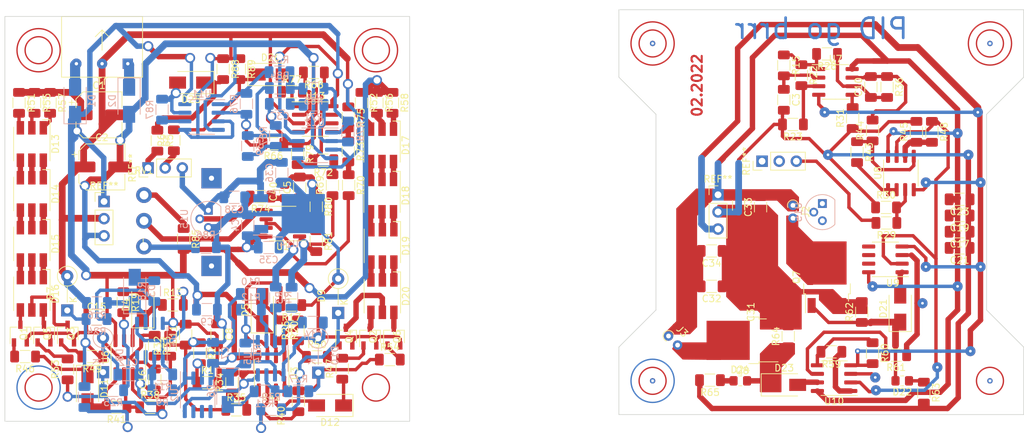
<source format=kicad_pcb>
(kicad_pcb (version 20211014) (generator pcbnew)
  (layers (0 "F.Cu" signal) (1 "In1.Cu" signal) (2 "In2.Cu" signal) (31 "B.Cu" signal) (34 "B.Paste" user) (35 "F.Paste" user) (36 "B.SilkS" user "B.Silkscreen") (37 "F.SilkS" user "F.Silkscreen") (38 "B.Mask" user) (39 "F.Mask" user) (44 "Edge.Cuts" user))
  (net 0 "")
  (net 1 "+12V")
  (net 2 "GND")
  (net 3 "-12V")
  (net 4 "Net-(C3-Pad1)")
  (net 5 "Net-(C10-Pad1)")
  (net 6 "Net-(C10-Pad2)")
  (net 7 "GNDREF")
  (net 8 "+12P")
  (net 9 "+5V")
  (net 10 "error")
  (net 11 "Net-(C37-Pad2)")
  (net 12 "Net-(C39-Pad1)")
  (net 13 "Net-(C39-Pad2)")
  (net 14 "Net-(C40-Pad1)")
  (net 15 "Net-(D1-Pad2)")
  (net 16 "Net-(D2-Pad1)")
  (net 17 "Net-(D3-Pad1)")
  (net 18 "Net-(D3-Pad2)")
  (net 19 "Net-(D4-Pad1)")
  (net 20 "Net-(D4-Pad2)")
  (net 21 "Net-(D5-Pad1)")
  (net 22 "Net-(D5-Pad2)")
  (net 23 "Net-(D6-Pad1)")
  (net 24 "Net-(D6-Pad2)")
  (net 25 "Net-(D7-Pad1)")
  (net 26 "Net-(D8-Pad1)")
  (net 27 "Net-(D9-Pad1)")
  (net 28 "Net-(D10-Pad1)")
  (net 29 "Net-(D11-Pad1)")
  (net 30 "Net-(D11-Pad2)")
  (net 31 "Net-(D12-Pad1)")
  (net 32 "Net-(D12-Pad2)")
  (net 33 "Net-(D13-Pad4)")
  (net 34 "Net-(D13-Pad5)")
  (net 35 "Net-(D13-Pad6)")
  (net 36 "Net-(D14-Pad4)")
  (net 37 "Net-(D14-Pad5)")
  (net 38 "Net-(D14-Pad6)")
  (net 39 "Net-(D15-Pad4)")
  (net 40 "Net-(D15-Pad5)")
  (net 41 "Net-(D15-Pad6)")
  (net 42 "G_out")
  (net 43 "R_out")
  (net 44 "B_out")
  (net 45 "Net-(D17-Pad4)")
  (net 46 "Net-(D17-Pad5)")
  (net 47 "Net-(D17-Pad6)")
  (net 48 "Net-(D18-Pad4)")
  (net 49 "Net-(D18-Pad5)")
  (net 50 "Net-(D18-Pad6)")
  (net 51 "Net-(D19-Pad4)")
  (net 52 "Net-(D19-Pad5)")
  (net 53 "Net-(D19-Pad6)")
  (net 54 "Net-(D21-Pad1)")
  (net 55 "Net-(D21-Pad2)")
  (net 56 "Net-(D22-Pad1)")
  (net 57 "Net-(D23-Pad1)")
  (net 58 "Net-(D23-Pad2)")
  (net 59 "Net-(D24-Pad1)")
  (net 60 "PID_Heat_Control")
  (net 61 "Net-(D25-Pad2)")
  (net 62 "PID_Fan_Control")
  (net 63 "Net-(D26-Pad2)")
  (net 64 "Net-(J2-Pad2)")
  (net 65 "Net-(J3-Pad2)")
  (net 66 "Net-(D13-Pad1)")
  (net 67 "Net-(Q1-Pad1)")
  (net 68 "Net-(Q2-Pad1)")
  (net 69 "Net-(D13-Pad2)")
  (net 70 "Net-(Q3-Pad1)")
  (net 71 "Net-(Q4-Pad1)")
  (net 72 "Net-(D13-Pad3)")
  (net 73 "Net-(Q5-Pad1)")
  (net 74 "Net-(D17-Pad1)")
  (net 75 "Net-(Q6-Pad1)")
  (net 76 "Net-(R1-Pad1)")
  (net 77 "TEMP_Sense")
  (net 78 "TEMP_display")
  (net 79 "SET_display")
  (net 80 "SET_Sense")
  (net 81 "PID_Heat_Driver")
  (net 82 "PID_Fan_Driver")
  (net 83 "Net-(R11-Pad1)")
  (net 84 "Net-(R10-Pad2)")
  (net 85 "Net-(R10-Pad1)")
  (net 86 "Net-(R11-Pad2)")
  (net 87 "Net-(R12-Pad2)")
  (net 88 "Net-(R15-Pad1)")
  (net 89 "Net-(R18-Pad2)")
  (net 90 "Net-(R19-Pad2)")
  (net 91 "Net-(R20-Pad2)")
  (net 92 "Net-(R21-Pad2)")
  (net 93 "Net-(R22-Pad2)")
  (net 94 "Net-(R29-Pad1)")
  (net 95 "Net-(R31-Pad2)")
  (net 96 "Net-(R32-Pad1)")
  (net 97 "Net-(R34-Pad1)")
  (net 98 "Net-(R37-Pad2)")
  (net 99 "Net-(R39-Pad2)")
  (net 100 "Net-(R43-Pad1)")
  (net 101 "Net-(R43-Pad2)")
  (net 102 "Net-(R45-Pad1)")
  (net 103 "Net-(R48-Pad1)")
  (net 104 "Net-(R59-Pad1)")
  (net 105 "Net-(R59-Pad2)")
  (net 106 "Net-(R61-Pad2)")
  (net 107 "Net-(R66-Pad2)")
  (net 108 "Net-(R68-Pad2)")
  (net 109 "TEMP_Control")
  (net 110 "SET_Control")
  (net 111 "Net-(R71-Pad2)")
  (net 112 "Net-(R72-Pad2)")
  (net 113 "Net-(R73-Pad1)")
  (net 114 "Net-(R74-Pad2)")
  (net 115 "Net-(R76-Pad1)")
  (net 116 "Net-(R78-Pad2)")
  (net 117 "Net-(R80-Pad2)")
  (net 118 "Net-(R82-Pad1)")
  (net 119 "Net-(R85-Pad1)")
  (net 120 "Net-(R86-Pad2)")
  (net 121 "Net-(RV1-Pad2)")
  (net 122 "G_out_temp")
  (net 123 "R_out_temp")
  (net 124 "B_out_temp")
  (net 125 "Net-(D17-Pad2)")
  (net 126 "Net-(D17-Pad3)")
  (footprint "Resistor_SMD:R_1206_3216Metric_Pad1.30x1.75mm_HandSolder" (layer "F.Cu") (at 160.75 40.45 -90)
    (fp_text reference "R36")
    (fp_text value "10k")
  )
  (footprint "Diode_THT:D_A-405_P5.08mm_Vertical_KathodeUp" (layer "F.Cu") (at 39.25 73.565 90)
    (fp_text reference "D7")
    (fp_text value "6V8")
  )
  (footprint "Package_SO:SOIC-8_3.9x4.9mm_P1.27mm" (layer "F.Cu") (at 162.8 53.2 90)
    (fp_text reference "U8")
    (fp_text value "LM358")
  )
  (footprint "Connector_PinHeader_2.54mm:PinHeader_1x03_P2.54mm_Vertical" (layer "F.Cu") (at 135.7 56.425)
    (fp_text reference "REF**")
    (fp_text value "PinHeader_1x03_P2.54mm_Vertical")
  )
  (footprint "Resistor_SMD:R_1206_3216Metric_Pad1.30x1.75mm_HandSolder" (layer "F.Cu") (at 145.45 37.25 -90)
    (fp_text reference "R15")
    (fp_text value "4.7K")
  )
  (footprint "Package_SO:SOIC-8_3.9x4.9mm_P1.27mm" (layer "F.Cu") (at 152.9 83.6 180)
    (fp_text reference "U10")
    (fp_text value "LM358")
  )
  (footprint "Package_SO:SOIC-8_3.9x4.9mm_P1.27mm" (layer "F.Cu") (at 69.545 82.895 -90)
    (fp_text reference "U3")
    (fp_text value "LM358")
  )
  (footprint "Resistor_SMD:R_1206_3216Metric_Pad1.30x1.75mm_HandSolder" (layer "F.Cu") (at 80 82.2 90)
    (fp_text reference "R47")
    (fp_text value "113.710K")
  )
  (footprint "Diode_SMD:D_SMA" (layer "F.Cu") (at 68.15 73.5 90)
    (fp_text reference "D5")
    (fp_text value "1N4007")
  )
  (footprint "Resistor_SMD:R_1206_3216Metric_Pad1.30x1.75mm_HandSolder" (layer "F.Cu") (at 160.65 60.6 180)
    (fp_text reference "R29")
    (fp_text value "10k")
  )
  (footprint "Resistor_SMD:R_1206_3216Metric_Pad1.30x1.75mm_HandSolder" (layer "F.Cu") (at 156.3 50.1 -90)
    (fp_text reference "R43")
    (fp_text value "20K")
  )
  (footprint "Resistor_SMD:R_1206_3216Metric_Pad1.30x1.75mm_HandSolder" (layer "F.Cu") (at 82.85 42.8 -90)
    (fp_text reference "R52")
    (fp_text value "100")
  )
  (footprint "v1:MMBT2222A" (layer "F.Cu") (at 87.65 77.45 90)
    (fp_text reference "Q6")
    (fp_text value "MMBT2222A")
  )
  (footprint "Package_SO:SOIC-8_3.9x4.9mm_P1.27mm" (layer "F.Cu") (at 160.5 66 180)
    (fp_text reference "U9")
    (fp_text value "LM358")
  )
  (footprint "v1:MMBT2222A" (layer "F.Cu") (at 84.1 77.45 90)
    (fp_text reference "Q2")
    (fp_text value "MMBT2222A")
  )
  (footprint "Resistor_SMD:R_1206_3216Metric_Pad1.30x1.75mm_HandSolder" (layer "F.Cu") (at 72.55 41.15)
    (fp_text reference "R77")
    (fp_text value "RP2-F")
  )
  (footprint "Resistor_SMD:R_1206_3216Metric_Pad1.30x1.75mm_HandSolder" (layer "F.Cu") (at 80.9 50 -90)
    (fp_text reference "R73")
    (fp_text value "10K")
  )
  (footprint "Resistor_SMD:R_1206_3216Metric_Pad1.30x1.75mm_HandSolder" (layer "F.Cu") (at 61.45 77.1 -90)
    (fp_text reference "C8")
    (fp_text value "100nF")
  )
  (footprint "Capacitor_SMD:CP_Elec_6.3x5.7" (layer "F.Cu") (at 44.375 52.3)
    (fp_text reference "C2")
    (fp_text value "100uF")
  )
  (footprint "Resistor_SMD:R_1206_3216Metric_Pad1.30x1.75mm_HandSolder" (layer "F.Cu") (at 171.5 64.3 180)
    (fp_text reference "C21")
    (fp_text value "100nF")
  )
  (footprint "Resistor_SMD:R_1206_3216Metric_Pad1.30x1.75mm_HandSolder" (layer "F.Cu") (at 62.35 37.8 -90)
    (fp_text reference "R88")
    (fp_text value "10K")
  )
  (footprint "Resistor_SMD:R_1206_3216Metric_Pad1.30x1.75mm_HandSolder" (layer "F.Cu") (at 71.1 76.525 -90)
    (fp_text reference "R20")
    (fp_text value "10K")
  )
  (footprint "Diode_SMD:D_SMA" (layer "F.Cu") (at 57.6 39.8 180)
    (fp_text reference "D25")
    (fp_text value "1N4007")
  )
  (footprint "Resistor_SMD:R_1206_3216Metric_Pad1.30x1.75mm_HandSolder" (layer "F.Cu") (at 34.4 42.8 -90)
    (fp_text reference "R55")
    (fp_text value "100")
  )
  (footprint "Resistor_SMD:R_1206_3216Metric_Pad1.30x1.75mm_HandSolder" (layer "F.Cu") (at 80.95 55 -90)
    (fp_text reference "R70")
    (fp_text value "0R")
  )
  (footprint "Package_SO:SOIC-8_3.9x4.9mm_P1.27mm" (layer "F.Cu") (at 153.1 39.7)
    (fp_text reference "U7")
    (fp_text value "LM358")
  )
  (footprint "Resistor_SMD:R_1206_3216Metric_Pad1.30x1.75mm_HandSolder" (layer "F.Cu") (at 158.6 79.9 -90)
    (fp_text reference "R60")
    (fp_text value "3.3K")
  )
  (footprint "Resistor_THT:R_Axial_DIN0204_L3.6mm_D1.6mm_P1.90mm_Vertical" (layer "F.Cu") (at 146.8 58 -90)
    (fp_text reference "J2")
    (fp_text value "Screw_Terminal_01x02")
  )
  (footprint "Resistor_SMD:R_1206_3216Metric_Pad1.30x1.75mm_HandSolder" (layer "F.Cu") (at 46.55 87.9 180)
    (fp_text reference "R41")
    (fp_text value "100K")
  )
  (footprint "Connector_PinHeader_2.54mm:PinHeader_1x03_P2.54mm_Vertical" (layer "F.Cu") (at 142.225 51.45 90)
    (fp_text reference "REF**")
    (fp_text value "PinHeader_1x03_P2.54mm_Vertical")
  )
  (footprint "Resistor_SMD:R_1206_3216Metric_Pad1.30x1.75mm_HandSolder" (layer "F.Cu") (at 52.225 83.8 90)
    (fp_text reference "C16")
    (fp_text value "100nF")
  )
  (footprint "Resistor_SMD:R_1206_3216Metric_Pad1.30x1.75mm_HandSolder" (layer "F.Cu") (at 73.7 55.342989 90)
    (fp_text reference "C5")
    (fp_text value "100nF")
  )
  (footprint "v1:MMBT2222A" (layer "F.Cu") (at 39.3 77 90)
    (fp_text reference "Q3")
    (fp_text value "MMBT2222A")
  )
  (footprint "Connector_PinHeader_2.54mm:PinHeader_1x03_P2.54mm_Vertical" (layer "F.Cu") (at 51.225 52.45 90)
    (fp_text reference "REF**")
    (fp_text value "PinHeader_1x03_P2.54mm_Vertical")
  )
  (footprint "Resistor_SMD:R_1206_3216Metric_Pad1.30x1.75mm_HandSolder" (layer "F.Cu") (at 73.45 76.525 90)
    (fp_text reference "R26")
    (fp_text value "4.7K")
  )
  (footprint "Resistor_SMD:R_1206_3216Metric_Pad1.30x1.75mm_HandSolder" (layer "F.Cu") (at 76.15 63.292989 -90)
    (fp_text reference "R81")
    (fp_text value "9k ")
  )
  (footprint "v1:MMBT2222A" (layer "F.Cu") (at 35.8 77 90)
    (fp_text reference "Q5")
    (fp_text value "MMBT2222A")
  )
  (footprint "Resistor_SMD:R_1206_3216Metric_Pad1.30x1.75mm_HandSolder" (layer "F.Cu") (at 155.65 45.05 90)
    (fp_text reference "R31")
    (fp_text value "0R")
  )
  (footprint "Resistor_SMD:R_1206_3216Metric_Pad1.30x1.75mm_HandSolder" (layer "F.Cu") (at 51.525 87.925)
    (fp_text reference "R38")
    (fp_text value "100K")
  )
  (footprint "Resistor_SMD:R_1206_3216Metric_Pad1.30x1.75mm_HandSolder" (layer "F.Cu") (at 145.45 42.35 -90)
    (fp_text reference "C3")
    (fp_text value "22nF")
  )
  (footprint "Resistor_SMD:R_1206_3216Metric_Pad1.30x1.75mm_HandSolder" (layer "F.Cu") (at 56.5 62.975 -90)
    (fp_text reference "R85")
    (fp_text value "56K")
  )
  (footprint "Resistor_SMD:R_1206_3216Metric_Pad1.30x1.75mm_HandSolder" (layer "F.Cu") (at 54.9 72.75)
    (fp_text reference "R13")
    (fp_text value "5K")
  )
  (footprint "Resistor_SMD:R_1206_3216Metric_Pad1.30x1.75mm_HandSolder" (layer "F.Cu") (at 33 80.4 180)
    (fp_text reference "R46")
    (fp_text value "113.710K")
  )
  (footprint "Resistor_SMD:R_1206_3216Metric_Pad1.30x1.75mm_HandSolder" (layer "F.Cu") (at 148.05 38.7 -90)
    (fp_text reference "R22")
    (fp_text value "1K")
  )
  (footprint "Resistor_SMD:R_1206_3216Metric_Pad1.30x1.75mm_HandSolder" (layer "F.Cu") (at 64.75 37.8 -90)
    (fp_text reference "R89")
    (fp_text value "10K")
  )
  (footprint "Resistor_SMD:R_1206_3216Metric_Pad1.30x1.75mm_HandSolder" (layer "F.Cu") (at 165.1 47.1 90)
    (fp_text reference "R45")
    (fp_text value "1K")
  )
  (footprint "Resistor_SMD:R_1206_3216Metric_Pad1.30x1.75mm_HandSolder" (layer "F.Cu") (at 157 73.8 90)
    (fp_text reference "R62")
    (fp_text value "10K")
  )
  (footprint "Potentiometer_THT:20kpot" (layer "F.Cu") (at 50.625 56.475)
    (fp_text reference "RV1")
    (fp_text value "R_POT_US")
  )
  (footprint "Diode_SMD:D_SMA" (layer "F.Cu") (at 162.7 73.3 90)
    (fp_text reference "D21")
    (fp_text value "1N4007")
  )
  (footprint "LED_SMD:LED_RGB_5050-6" (layer "F.Cu") (at 34 63.7 -90)
    (fp_text reference "D15")
    (fp_text value "LED_BRG_MAL_CINLILER")
  )
  (footprint "Resistor_SMD:R_1206_3216Metric_Pad1.30x1.75mm_HandSolder" (layer "F.Cu") (at 47.55 72.35 -90)
    (fp_text reference "R19")
    (fp_text value "10K")
  )
  (footprint "Diode_THT:D_A-405_P5.08mm_Vertical_KathodeUp" (layer "F.Cu") (at 79.4 73.94 90)
    (fp_text reference "D9")
    (fp_text value "6V8")
  )
  (footprint "Resistor_SMD:R_1206_3216Metric_Pad1.30x1.75mm_HandSolder" (layer "F.Cu") (at 134.75 64.75 180)
    (fp_text reference "C34")
    (fp_text value "1uF")
  )
  (footprint "Resistor_SMD:R_1206_3216Metric_Pad1.30x1.75mm_HandSolder" (layer "F.Cu") (at 55.05 48.35 90)
    (fp_text reference "R6")
    (fp_text value "0R")
  )
  (footprint "v1:MMBT2222A" (layer "F.Cu") (at 32.3 77 90)
    (fp_text reference "Q1")
    (fp_text value "MMBT2222A")
  )
  (footprint "Resistor_SMD:R_1206_3216Metric_Pad1.30x1.75mm_HandSolder" (layer "F.Cu") (at 73.5 87.025 90)
    (fp_text reference "R40")
    (fp_text value "100K")
  )
  (footprint "Resistor_SMD:R_1206_3216Metric_Pad1.30x1.75mm_HandSolder" (layer "F.Cu") (at 56.8 77.15 90)
    (fp_text reference "C11")
    (fp_text value "100nF")
  )
  (footprint "Resistor_SMD:R_1206_3216Metric_Pad1.30x1.75mm_HandSolder" (layer "F.Cu") (at 138.75 58 90)
    (fp_text reference "C31")
    (fp_text value "1uF")
  )
  (footprint "Resistor_SMD:R_0805_2012Metric_Pad1.20x1.40mm_HandSolder" (layer "F.Cu") (at 71.45 55.942989 90)
    (fp_text reference "C40")
    (fp_text value "47nF")
  )
  (footprint "Package_TO_SOT_SMD:TO-252-2" (layer "F.Cu") (at 151.85 68.635 90)
    (fp_text reference "Q7")
    (fp_text value "Q_NMOS_GDS")
  )
  (footprint "Resistor_SMD:R_1206_3216Metric_Pad1.30x1.75mm_HandSolder" (layer "F.Cu") (at 146.1 77.4 90)
    (fp_text reference "R64")
    (fp_text value "10K")
  )
  (footprint "Resistor_SMD:R_1206_3216Metric_Pad1.30x1.75mm_HandSolder" (layer "F.Cu") (at 69.8 48.85 180)
    (fp_text reference "R66")
    (fp_text value "RP1")
  )
  (footprint "Resistor_THT:R_Axial_DIN0204_L3.6mm_D1.6mm_P1.90mm_Vertical" (layer "F.Cu") (at 128.360068 77.360068 -45)
    (fp_text reference "J3")
    (fp_text value "Screw_Terminal_01x02")
  )
  (footprint "LED_SMD:LED_RGB_5050-6" (layer "F.Cu") (at 85.9 56.55 -90)
    (fp_text reference "D18")
    (fp_text value "LED_BRG_MAL_CINLILER")
  )
  (footprint "Resistor_SMD:R_1206_3216Metric_Pad1.30x1.75mm_HandSolder" (layer "F.Cu") (at 80.9 44.95 90)
    (fp_text reference "R75")
    (fp_text value "10K")
  )
  (footprint "LED_SMD:LED_RGB_5050-6" (layer "F.Cu") (at 34 48.9 -90)
    (fp_text reference "D13")
    (fp_text value "LED_BRG_MAL_CINLILER")
  )
  (footprint "Resistor_SMD:R_1206_3216Metric_Pad1.30x1.75mm_HandSolder" (layer "F.Cu") (at 69.475 88.225)
    (fp_text reference "R42")
    (fp_text value "100K")
  )
  (footprint "Package_SO:SOIC-8_3.9x4.9mm_P1.27mm" (layer "F.Cu") (at 71.2 60.692989 180)
    (fp_text reference "U1")
    (fp_text value "LM358")
  )
  (footprint "Resistor_SMD:R_1206_3216Metric_Pad1.30x1.75mm_HandSolder" (layer "F.Cu") (at 151.85 35.55 180)
    (fp_text reference "R28")
    (fp_text value "1K")
  )
  (footprint "Resistor_SMD:R_1206_3216Metric_Pad1.30x1.75mm_HandSolder" (layer "F.Cu") (at 32.1 42.8 -90)
    (fp_text reference "R51")
    (fp_text value "100")
  )
  (footprint "Resistor_SMD:R_1206_3216Metric_Pad1.30x1.75mm_HandSolder" (layer "F.Cu") (at 87.45 42.8 -90)
    (fp_text reference "R58")
    (fp_text value "100")
  )
  (footprint "Connector:DEGSONx3x3.81mm" (layer "F.Cu") (at 44.41 37 180)
    (fp_text reference "J1")
    (fp_text value "Screw_Terminal_01x03")
  )
  (footprint "Resistor_SMD:R_1206_3216Metric_Pad1.30x1.75mm_HandSolder" (layer "F.Cu") (at 142 58.25 90)
    (fp_text reference "C33")
    (fp_text value "1uF")
  )
  (footprint "Resistor_SMD:R_1206_3216Metric_Pad1.30x1.75mm_HandSolder" (layer "F.Cu") (at 167.4 47.1 -90)
    (fp_text reference "R48")
    (fp_text value "2.2K")
  )
  (footprint "Resistor_SMD:R_0805_2012Metric_Pad1.20x1.40mm_HandSolder" (layer "F.Cu") (at 163 84 180)
    (fp_text reference "D22")
    (fp_text value "LED")
  )
  (footprint "Resistor_SMD:R_1206_3216Metric_Pad1.30x1.75mm_HandSolder" (layer "F.Cu") (at 39.3 82.3 90)
    (fp_text reference "R53")
    (fp_text value "120K")
  )
  (footprint "Resistor_SMD:R_1206_3216Metric_Pad1.30x1.75mm_HandSolder" (layer "F.Cu") (at 146.8 46 180)
    (fp_text reference "R23")
    (fp_text value "47K")
  )
  (footprint "Diode_SMD:D_SMA" (layer "F.Cu") (at 50.45 72.75 90)
    (fp_text reference "D4")
    (fp_text value "1N4007")
  )
  (footprint "Resistor_SMD:R_0805_2012Metric_Pad1.20x1.40mm_HandSolder" (layer "F.Cu") (at 139 84)
    (fp_text reference "D24")
    (fp_text value "LED")
  )
  (footprint "Resistor_SMD:R_1206_3216Metric_Pad1.30x1.75mm_HandSolder" (layer "F.Cu") (at 52.6 48.4 -90)
    (fp_text reference "R5")
    (fp_text value "0R")
  )
  (footprint "Capacitor_SMD:CP_Elec_6.3x5.7" (layer "F.Cu") (at 43.95 44.575)
    (fp_text reference "C1")
    (fp_text value "100uF")
  )
  (footprint "Resistor_SMD:R_1206_3216Metric_Pad1.30x1.75mm_HandSolder" (layer "F.Cu") (at 63.65 84.25 90)
    (fp_text reference "R34")
    (fp_text value "5.16")
  )
  (footprint "Resistor_SMD:R_1206_3216Metric_Pad1.30x1.75mm_HandSolder" (layer "F.Cu") (at 166.2 85.75 -90)
    (fp_text reference "R63")
    (fp_text value "1K")
  )
  (footprint "Resistor_SMD:R_1206_3216Metric_Pad1.30x1.75mm_HandSolder" (layer "F.Cu") (at 87.05 80.85)
    (fp_text reference "R54")
    (fp_text value "120K")
  )
  (footprint "Resistor_SMD:R_1206_3216Metric_Pad1.30x1.75mm_HandSolder" (layer "F.Cu") (at 158.6 46.9 90)
    (fp_text reference "R44")
    (fp_text value "22K")
  )
  (footprint "Diode_SMD:D_SMA" (layer "F.Cu") (at 69.4 38.6)
    (fp_text reference "D26")
    (fp_text value "1N4007")
  )
  (footprint "Resistor_SMD:R_1206_3216Metric_Pad1.30x1.75mm_HandSolder" (layer "F.Cu") (at 162.1 80.2 180)
    (fp_text reference "R61")
    (fp_text value "1K")
  )
  (footprint "Connector_PinHeader_2.54mm:PinHeader_1x03_P2.54mm_Vertical" (layer "F.Cu") (at 44.7 57.425)
    (fp_text reference "REF**")
    (fp_text value "PinHeader_1x03_P2.54mm_Vertical")
  )
  (footprint "Diode_SMD:D_SMA" (layer "F.Cu") (at 78.2 87.65 180)
    (fp_text reference "D12")
    (fp_text value "1N4007")
  )
  (footprint "Resistor_SMD:R_1206_3216Metric_Pad1.30x1.75mm_HandSolder" (layer "F.Cu") (at 171.5 61.9 180)
    (fp_text reference "C17")
    (fp_text value "100nF")
  )
  (footprint "v1:MMBT2222A" (layer "F.Cu") (at 80.55 77.45 90)
    (fp_text reference "Q4")
    (fp_text value "MMBT2222A")
  )
  (footprint "Resistor_SMD:R_1206_3216Metric_Pad1.30x1.75mm_HandSolder" (layer "F.Cu") (at 171.5 59.5 180)
    (fp_text reference "C19")
    (fp_text value "100nF")
  )
  (footprint "Resistor_SMD:R_1206_3216Metric_Pad1.30x1.75mm_HandSolder" (layer "F.Cu") (at 85.15 42.8 -90)
    (fp_text reference "R56")
    (fp_text value "100")
  )
  (footprint "Resistor_SMD:R_1206_3216Metric_Pad1.30x1.75mm_HandSolder" (layer "F.Cu") (at 60.025 84.275)
    (fp_text reference "R1")
    (fp_text value "8.914K")
  )
  (footprint "Resistor_SMD:R_1206_3216Metric_Pad1.30x1.75mm_HandSolder" (layer "F.Cu") (at 73.4 50.4 -90)
    (fp_text reference "R79")
    (fp_text value "10K")
  )
  (footprint "Resistor_SMD:R_1206_3216Metric_Pad1.30x1.75mm_HandSolder" (layer "F.Cu") (at 75.8 38.3 180)
    (fp_text reference "R68")
    (fp_text value "RP1-F")
  )
  (footprint "LED_SMD:LED_RGB_5050-6" (layer "F.Cu") (at 85.95 64 -90)
    (fp_text reference "D19")
    (fp_text value "LED_BRG_MAL_CINLILER")
  )
  (footprint "Resistor_SMD:R_1206_3216Metric_Pad1.30x1.75mm_HandSolder" (layer "F.Cu") (at 64.3 88.3)
    (fp_text reference "R35")
    (fp_text value "1.2K")
  )
  (footprint "LED_SMD:LED_RGB_5050-6" (layer "F.Cu") (at 34 56.3 -90)
    (fp_text reference "D14")
    (fp_text value "LED_BRG_MAL_CINLILER")
  )
  (footprint "Resistor_SMD:R_1206_3216Metric_Pad1.30x1.75mm_HandSolder" (layer "F.Cu") (at 77.2 51.3 180)
    (fp_text reference "R72")
    (fp_text value "10K")
  )
  (footprint "Package_TO_SOT_SMD:TO-252-2" (layer "F.Cu") (at 139.3 78 180)
    (fp_text reference "Q8")
    (fp_text value "Q_NMOS_GDS")
  )
  (footprint "Resistor_SMD:R_1206_3216Metric_Pad1.30x1.75mm_HandSolder" (layer "F.Cu") (at 158.35 40.45 90)
    (fp_text reference "C10")
    (fp_text value "1uF")
  )
  (footprint "Resistor_SMD:R_1206_3216Metric_Pad1.30x1.75mm_HandSolder" (layer "F.Cu") (at 36.7 42.8 -90)
    (fp_text reference "R57")
    (fp_text value "100")
  )
  (footprint "LED_SMD:LED_RGB_5050-6" (layer "F.Cu") (at 85.9 49.1 -90)
    (fp_text reference "D17")
    (fp_text value "LED_BRG_MAL_CINLILER")
  )
  (footprint "Package_SO:SOIC-8_3.9x4.9mm_P1.27mm" (layer "F.Cu") (at 76 45.2)
    (fp_text reference "U13")
    (fp_text value "LM358")
  )
  (footprint "Resistor_SMD:R_1206_3216Metric_Pad1.30x1.75mm_HandSolder" (layer "F.Cu") (at 42.95 80.4 180)
    (fp_text reference "R49")
    (fp_text value "120K")
  )
  (footprint "Package_SO:SOIC-8_3.9x4.9mm_P1.27mm" (layer "F.Cu") (at 48.3 80.5 90)
    (fp_text reference "U6")
    (fp_text value "LM358")
  )
  (footprint "Resistor_SMD:R_1206_3216Metric_Pad1.30x1.75mm_HandSolder" (layer "F.Cu") (at 78.55 55 90)
    (fp_text reference "R69")
    (fp_text value "0R")
  )
  (footprint "LED_SMD:LED_RGB_5050-6" (layer "F.Cu") (at 34 71.1 -90)
    (fp_text reference "D16")
    (fp_text value "LED_BRG_MAL_CINLILER")
  )
  (footprint "Diode_SMD:D_SMA" (layer "F.Cu") (at 145.5 84.6)
    (fp_text reference "D23")
    (fp_text value "1N4007")
  )
  (footprint "Resistor_SMD:R_1206_3216Metric_Pad1.30x1.75mm_HandSolder" (layer "F.Cu") (at 160.6 58.3)
    (fp_text reference "R30")
    (fp_text value "10K")
  )
  (footprint "Resistor_SMD:R_1206_3216Metric_Pad1.30x1.75mm_HandSolder" (layer "F.Cu") (at 67.9 56.692989 180)
    (fp_text reference "R74")
    (fp_text value "10k")
  )
  (footprint "Resistor_SMD:R_1206_3216Metric_Pad1.30x1.75mm_HandSolder" (layer "F.Cu") (at 58.9 79.9 -90)
    (fp_text reference "R2")
    (fp_text value "4.7K")
  )
  (footprint "Resistor_SMD:R_1206_3216Metric_Pad1.30x1.75mm_HandSolder" (layer "F.Cu") (at 43.6 74.85)
    (fp_text reference "C15")
    (fp_text value "100nF")
  )
  (footprint "LED_SMD:LED_RGB_5050-6" (layer "F.Cu") (at 85.95 71.45 -90)
    (fp_text reference "D20")
    (fp_text value "LED_BRG_MAL_CINLILER")
  )
  (footprint "Resistor_SMD:R_1206_3216Metric_Pad1.30x1.75mm_HandSolder" (layer "F.Cu") (at 76.15 58.192989 -90)
    (fp_text reference "R80")
    (fp_text value "1k")
  )
  (footprint "Resistor_SMD:R_1206_3216Metric_Pad1.30x1.75mm_HandSolder" (layer "F.Cu") (at 171.5 57.1 180)
    (fp_text reference "C23")
    (fp_text value "100nF")
  )
  (footprint "Resistor_SMD:R_1206_3216Metric_Pad1.30x1.75mm_HandSolder" (layer "F.Cu") (at 54.5 78.8 90)
    (fp_text reference "R32")
    (fp_text value "5.16")
  )
  (footprint "Diode_SMD:D_SMA" (layer "F.Cu") (at 42.25 85.1 -90)
    (fp_text reference "D11")
    (fp_text value "1N4007" hide)
  )
  (footprint "Resistor_SMD:R_1206_3216Metric_Pad1.30x1.75mm_HandSolder" (layer "F.Cu") (at 76.25 80.45)
    (fp_text reference "R50")
    (fp_text value "120K")
  )
  (footprint "Resistor_SMD:R_1206_3216Metric_Pad1.30x1.75mm_HandSolder" (layer "F.Cu") (at 134.5 83.9 180)
    (fp_text reference "R65")
    (fp_text value "1K")
  )
  (footprint "Resistor_SMD:R_1206_3216Metric_Pad1.30x1.75mm_HandSolder" (layer "F.Cu") (at 72.45 72.775 180)
    (fp_text reference "R17")
    (fp_text value "10K")
  )
  (footprint "Resistor_SMD:R_1206_3216Metric_Pad1.30x1.75mm_HandSolder" (layer "F.Cu") (at 152.5 79.7 180)
    (fp_text reference "R59")
    (fp_text value "2.870K")
  )
  (footprint "Resistor_SMD:R_1206_3216Metric_Pad1.30x1.75mm_HandSolder" (layer "F.Cu") (at 134.75 70 180)
    (fp_text reference "C32")
    (fp_text value "1uF")
  )
  (footprint "Resistor_SMD:R_1206_3216Metric_Pad1.30x1.75mm_HandSolder" (layer "F.Cu") (at 52.2 78.8 -90)
    (fp_text reference "R33")
    (fp_text value "1.2K")
  )
  (footprint "Resistor_SMD:R_1206_3216Metric_Pad1.30x1.75mm_HandSolder" (layer "B.Cu") (at 60.85 79.85 90)
    (fp_text reference "C7")
    (fp_text value "100nF")
  )
  (footprint "Resistor_SMD:R_1206_3216Metric_Pad1.30x1.75mm_HandSolder" (layer "B.Cu") (at 46.05 85.4)
    (fp_text reference "R25")
    (fp_text value "4.7K")
  )
  (footprint "Package_SO:SOIC-8_3.9x4.9mm_P1.27mm" (layer "B.Cu") (at 58.575 86.075 -90)
    (fp_text reference "U2")
    (fp_text value "LM358")
  )
  (footprint "Resistor_SMD:R_1206_3216Metric_Pad1.30x1.75mm_HandSolder" (layer "B.Cu") (at 70.15 71.65 90)
    (fp_text reference "R4")
    (fp_text value "0R")
  )
  (footprint "Package_SO:SOIC-8_3.9x4.9mm_P1.27mm" (layer "B.Cu") (at 69.4 80.65 -90)
    (fp_text reference "U5")
    (fp_text value "LM358")
  )
  (footprint "Resistor_SMD:R_1206_3216Metric_Pad1.30x1.75mm_HandSolder" (layer "B.Cu") (at 69.1 64.242989)
    (fp_text reference "C35")
    (fp_text value "1uF")
  )
  (footprint "Diode_SMD:D_SMA" (layer "B.Cu") (at 40.41 42.5 90)
    (fp_text reference "D1")
    (fp_text value "1N4007")
  )
  (footprint "Resistor_SMD:R_1206_3216Metric_Pad1.30x1.75mm_HandSolder" (layer "B.Cu") (at 65.65 79.95 90)
    (fp_text reference "R14")
    (fp_text value "5K")
  )
  (footprint "Resistor_SMD:R_1206_3216Metric_Pad1.30x1.75mm_HandSolder" (layer "B.Cu") (at 75.75 40.7)
    (fp_text reference "R83")
    (fp_text value "10k")
  )
  (footprint "Resistor_SMD:R_1206_3216Metric_Pad1.30x1.75mm_HandSolder" (layer "B.Cu") (at 53.3 43.8 -90)
    (fp_text reference "R87")
    (fp_text value "10K")
  )
  (footprint "Resistor_SMD:R_1206_3216Metric_Pad1.30x1.75mm_HandSolder" (layer "B.Cu") (at 70.75 42.95)
    (fp_text reference "C37")
    (fp_text value "CD")
  )
  (footprint "Package_SO:SOIC-8_3.9x4.9mm_P1.27mm" (layer "B.Cu") (at 51.5 77.95 90)
    (fp_text reference "U4")
    (fp_text value "LM358")
  )
  (footprint "Diode_THT:D_A-405_P5.08mm_Vertical_KathodeUp" (layer "B.Cu") (at 44.55 82.715 90)
    (fp_text reference "D8")
    (fp_text value "6V8")
  )
  (footprint "Resistor_SMD:R_1206_3216Metric_Pad1.30x1.75mm_HandSolder" (layer "B.Cu") (at 53.325 83.05)
    (fp_text reference "R11")
    (fp_text value "3.3K")
  )
  (footprint "Resistor_SMD:R_1206_3216Metric_Pad1.30x1.75mm_HandSolder" (layer "B.Cu") (at 43.65 72.45)
    (fp_text reference "R16")
    (fp_text value "10K")
  )
  (footprint "Resistor_SMD:R_1206_3216Metric_Pad1.30x1.75mm_HandSolder" (layer "B.Cu") (at 71.05 53.175 -90)
    (fp_text reference "C36")
    (fp_text value "100nF")
  )
  (footprint "Resistor_SMD:R_1206_3216Metric_Pad1.30x1.75mm_HandSolder" (layer "B.Cu") (at 53.325 85.4)
    (fp_text reference "R9")
    (fp_text value "1K")
  )
  (footprint "Resistor_SMD:R_1206_3216Metric_Pad1.30x1.75mm_HandSolder" (layer "B.Cu") (at 48.3 83.075 180)
    (fp_text reference "C12")
    (fp_text value "100nF")
  )
  (footprint "Package_TO_SOT_THT:TO-92" (layer "B.Cu") (at 151.16 57.73 -90)
    (fp_text reference "U15")
    (fp_text value "LM35-LP")
  )
  (footprint "Resistor_SMD:R_1206_3216Metric_Pad1.30x1.75mm_HandSolder" (layer "B.Cu") (at 59.8 64.2 180)
    (fp_text reference "R86")
    (fp_text value "15K")
  )
  (footprint "Resistor_SMD:R_1206_3216Metric_Pad1.30x1.75mm_HandSolder" (layer "B.Cu") (at 66 49.2 90)
    (fp_text reference "C39")
    (fp_text value "CI")
  )
  (footprint "Resistor_SMD:R_1206_3216Metric_Pad1.30x1.75mm_HandSolder" (layer "B.Cu") (at 70.7 38.25 180)
    (fp_text reference "R82")
    (fp_text value "10k")
  )
  (footprint "Package_TO_SOT_THT:TO-92" (layer "B.Cu") (at 60.16 58.73 -90)
    (fp_text reference "U15")
    (fp_text value "LM35-LP")
  )
  (footprint "Resistor_SMD:R_1206_3216Metric_Pad1.30x1.75mm_HandSolder" (layer "B.Cu") (at 80.85 47.05 90)
    (fp_text reference "R78")
    (fp_text value "RD")
  )
  (footprint "Resistor_SMD:R_1206_3216Metric_Pad1.30x1.75mm_HandSolder" (layer "B.Cu") (at 66.475 73.45 180)
    (fp_text reference "R12")
    (fp_text value "3.3K")
  )
  (footprint "Diode_SMD:D_SMA" (layer "B.Cu") (at 48.41 42.5 -90)
    (fp_text reference "D2")
    (fp_text value "1N4007")
  )
  (footprint "Resistor_SMD:R_1206_3216Metric_Pad1.30x1.75mm_HandSolder" (layer "B.Cu") (at 70.15 47.7 -90)
    (fp_text reference "R67")
    (fp_text value "RI")
  )
  (footprint "Resistor_SMD:R_1206_3216Metric_Pad1.30x1.75mm_HandSolder" (layer "B.Cu") (at 59.95 73.45)
    (fp_text reference "C9")
    (fp_text value "100nF")
  )
  (footprint "Package_TO_SOT_SMD:TO-252-2" (layer "B.Cu") (at 72.125 59.217989)
    (fp_text reference "U14")
    (fp_text value "78M05")
  )
  (footprint "Resistor_SMD:R_1206_3216Metric_Pad1.30x1.75mm_HandSolder" (layer "B.Cu") (at 52.15 70.7 -90)
    (fp_text reference "R18")
    (fp_text value "10K")
  )
  (footprint "Resistor_SMD:R_1206_3216Metric_Pad1.30x1.75mm_HandSolder" (layer "B.Cu") (at 70.75 40.6 180)
    (fp_text reference "R84")
    (fp_text value "10k")
  )
  (footprint "Resistor_SMD:R_1206_3216Metric_Pad1.30x1.75mm_HandSolder" (layer "B.Cu") (at 75.75 43.1)
    (fp_text reference "R71")
    (fp_text value "RC")
  )
  (footprint "Resistor_SMD:R_1206_3216Metric_Pad1.30x1.75mm_HandSolder" (layer "B.Cu") (at 41.8 86.4 -90)
    (fp_text reference "R37" hide)
    (fp_text value "100K")
  )
  (footprint "Resistor_SMD:R_1206_3216Metric_Pad1.30x1.75mm_HandSolder" (layer "B.Cu") (at 64 56.8)
    (fp_text reference "C38")
    (fp_text value "1uF")
  )
  (footprint "Resistor_SMD:R_1206_3216Metric_Pad1.30x1.75mm_HandSolder" (layer "B.Cu") (at 43.6 74.85)
    (fp_text reference "R24")
    (fp_text value "4.7K")
  )
  (footprint "Diode_SMD:D_SMA" (layer "B.Cu") (at 49.25 70.65 90)
    (fp_text reference "D3")
    (fp_text value "1N4007")
  )
  (footprint "Resistor_SMD:R_1206_3216Metric_Pad1.30x1.75mm_HandSolder" (layer "B.Cu") (at 75.65 75.35)
    (fp_text reference "C14")
    (fp_text value "100nF")
  )
  (footprint "Resistor_SMD:R_1206_3216Metric_Pad1.30x1.75mm_HandSolder" (layer "B.Cu") (at 69.47 88.22 180)
    (fp_text reference "R39")
    (fp_text value "100K")
  )
  (footprint "Resistor_SMD:R_1206_3216Metric_Pad1.30x1.75mm_HandSolder" (layer "B.Cu") (at 65.8 42.95 -90)
    (fp_text reference "R76")
    (fp_text value "RP2")
  )
  (footprint "Diode_THT:D_A-405_P5.08mm_Vertical_KathodeUp" (layer "B.Cu") (at 76.45 82.78 90)
    (fp_text reference "D10")
    (fp_text value "6V8")
  )
  (footprint "Diode_SMD:D_SMA" (layer "B.Cu") (at 63.05 85.5 -90)
    (fp_text reference "D6")
    (fp_text value "1N4007")
  )
  (footprint "Resistor_SMD:R_1206_3216Metric_Pad1.30x1.75mm_HandSolder" (layer "B.Cu") (at 73.5 85.55 180)
    (fp_text reference "R27")
    (fp_text value "4.7K")
  )
  (footprint "Package_SO:SOIC-8_3.9x4.9mm_P1.27mm" (layer "B.Cu") (at 75.95 49.1 180)
    (fp_text reference "U12")
    (fp_text value "LM358")
  )
  (footprint "Resistor_SMD:R_1206_3216Metric_Pad1.30x1.75mm_HandSolder" (layer "B.Cu") (at 66.45 71.125 180)
    (fp_text reference "R10")
    (fp_text value "1K")
  )
  (footprint "Resistor_SMD:R_1206_3216Metric_Pad1.30x1.75mm_HandSolder" (layer "B.Cu") (at 66 60.942989 -90)
    (fp_text reference "C4")
    (fp_text value "100nF")
  )
  (footprint "Package_SO:SOIC-8_3.9x4.9mm_P1.27mm" (layer "B.Cu") (at 59.15 44.9 180)
    (fp_text reference "U11")
    (fp_text value "LM358")
  )
  (footprint "Resistor_SMD:R_1206_3216Metric_Pad1.30x1.75mm_HandSolder" (layer "B.Cu") (at 68.5 85.55)
    (fp_text reference "R21")
    (fp_text value "10K")
  )
  (footprint "Resistor_SMD:R_1206_3216Metric_Pad1.30x1.75mm_HandSolder" (layer "B.Cu") (at 72.5 71.675 -90)
    (fp_text reference "R3")
    (fp_text value "0R")
  )
  (gr_circle (center 126 34) (end 129.2 34.1) (layer "F.Cu") (width 0.2) (fill none))
  (gr_circle (center 126 84) (end 128 84) (layer "F.Cu") (width 0.2) (fill none))
  (gr_poly (pts (xy 135 57) (xy 132.5 59.5) (xy 132.5 76) (xy 131.5 77) (xy 129.6 77) (xy 129.6 58.5) (xy 132.5 55.6) (xy 135 55.6)) (layer "F.Cu") (width 0.2) (fill solid))
  (gr_circle (center 35 85) (end 37 85) (layer "F.Cu") (width 0.2) (fill none))
  (gr_circle (center 176 84) (end 178 84) (layer "F.Cu") (width 0.2) (fill none))
  (gr_poly (pts (xy 147.5 61.2) (xy 149.7 63.4) (xy 149.7 69.7) (xy 149 69.7) (xy 145.9 66.6) (xy 145.9 59.6) (xy 147.5 59.6)) (layer "F.Cu") (width 0.2) (fill solid))
  (gr_circle (center 176 34) (end 179.2 34.1) (layer "F.Cu") (width 0.2) (fill none))
  (gr_circle (center 85 35) (end 88.2 35.1) (layer "F.Cu") (width 0.2) (fill none))
  (gr_circle (center 35 35) (end 37 35) (layer "F.Cu") (width 0.2) (fill none))
  (gr_circle (center 126 34) (end 128 34) (layer "F.Cu") (width 0.2) (fill none))
  (gr_poly (pts (xy 146.5 55.7) (xy 147.6 56.8) (xy 147.6 58.8) (xy 146.1 58.8) (xy 144.5 57.2) (xy 136.6 57.2) (xy 136.6 55.7)) (layer "F.Cu") (width 0.2) (fill solid))
  (gr_circle (center 35 35) (end 38.2 35.1) (layer "F.Cu") (width 0.2) (fill none))
  (gr_circle (center 85 85) (end 87 85) (layer "F.Cu") (width 0.2) (fill none))
  (gr_poly (pts (xy 136 80.8) (xy 130.5 80.75) (xy 129 79.25) (xy 129.5 78.4) (xy 134 78.4)) (layer "F.Cu") (width 0.2) (fill solid))
  (gr_poly (pts (xy 147 78.5) (xy 147 80) (xy 145 82) (xy 145 82.5) (xy 145 85.6) (xy 142 85.6) (xy 142 80) (xy 143.5 78.5)) (layer "F.Cu") (width 0.2) (fill solid))
  (gr_circle (center 176 34) (end 178 34) (layer "F.Cu") (width 0.2) (fill none))
  (gr_poly (pts (xy 143 58) (xy 144.5 59.5) (xy 144.5 67) (xy 148 70.5) (xy 148 76.3) (xy 142 76.3) (xy 142 73.5) (xy 139 73.5) (xy 137 71.5) (xy 137 59.7) (xy 135.7 59.7) (xy 135.7 58)) (layer "F.Cu") (width 0.2) (fill solid))
  (gr_circle (center 85 35) (end 87 35) (layer "F.Cu") (width 0.2) (fill none))
  (gr_poly (pts (xy 154 72) (xy 157.75 72) (xy 157.75 74) (xy 152.75 74) (xy 150.75 72) (xy 150.75 71) (xy 152.75 71)) (layer "F.Cu") (width 0.2) (fill solid))
  (gr_circle (center 35 85) (end 31.8 85.1) (layer "B.Cu") (width 0.2) (fill none))
  (gr_circle (center 126 84) (end 122.8 84.1) (layer "B.Cu") (width 0.2) (fill none))
  (gr_line (start 181 29) (end 121 29) (layer "Edge.Cuts") (width 0.1))
  (gr_line (start 181 79) (end 175.5 73.5) (layer "Edge.Cuts") (width 0.1))
  (gr_line (start 181 39) (end 181 29) (layer "Edge.Cuts") (width 0.1))
  (gr_line (start 181 89) (end 121 89) (layer "Edge.Cuts") (width 0.1))
  (gr_line (start 121 29) (end 121 39) (layer "Edge.Cuts") (width 0.1))
  (gr_rect (start 30 30) (end 90 90) (layer "Edge.Cuts") (width 0.1) (fill none))
  (gr_line (start 126.5 44.5) (end 126.5 73.5) (layer "Edge.Cuts") (width 0.1))
  (gr_line (start 181 89) (end 181 79) (layer "Edge.Cuts") (width 0.1))
  (gr_line (start 121 79) (end 121 89) (layer "Edge.Cuts") (width 0.1))
  (gr_line (start 175.5 44.5) (end 181 39) (layer "Edge.Cuts") (width 0.1))
  (gr_line (start 175.5 73.5) (end 175.5 44.5) (layer "Edge.Cuts") (width 0.1))
  (gr_line (start 126.5 73.5) (end 121 79) (layer "Edge.Cuts") (width 0.1))
  (gr_line (start 121 39) (end 126.5 44.5) (layer "Edge.Cuts") (width 0.1))
  (gr_text "02.2022" (at 132.6 40.2 90) (layer "F.Cu") (effects (font (size 1.5 1.5) (thickness 0.3))))
  (gr_text "PID go brrr" (at 151 31.8) (layer "B.Cu") (effects (font (size 3 3) (thickness 0.4)) (justify mirror)))
  (via (at 126 34) (size 0.8) (drill 0.4) (layers "F.Cu" "B.Cu") (net 0))
  (via (at 126 84) (size 0.8) (drill 0.4) (layers "F.Cu" "B.Cu") (net 0))
  (via (at 176 34) (size 0.8) (drill 0.4) (layers "F.Cu" "B.Cu") (net 0))
  (via (at 176 84) (size 0.8) (drill 0.4) (layers "F.Cu" "B.Cu") (net 0))
  (segment (start 61.475 81.925) (end 61.475 78.675) (width 0.5) (layer "F.Cu") (net 1))
  (segment (start 63.65 82.7) (end 65.05 82.7) (width 0.5) (layer "F.Cu") (net 1))
  (segment (start 171.2 64.1) (end 171.2 62.1) (width 0.8) (layer "F.Cu") (net 1))
  (segment (start 62.575 64.525) (end 64.575 66.525) (width 0.8) (layer "F.Cu") (net 1))
  (segment (start 63.65 82.7) (end 62.25 82.7) (width 0.5) (layer "F.Cu") (net 1))
  (segment (start 42.05 68.35) (end 55.3 68.35) (width 1) (layer "F.Cu") (net 1))
  (segment (start 155.575 37.325) (end 156.3 36.6) (width 0.5) (layer "F.Cu") (net 1))
  (segment (start 68.725 62.597989) (end 67.445 62.597989) (width 0.8) (layer "F.Cu") (net 1))
  (segment (start 169.8 74.9) (end 171.2 73.5) (width 0.8) (layer "F.Cu") (net 1))
  (segment (start 157 32.8) (end 144.1 32.8) (width 0.8) (layer "F.Cu") (net 1))
  (segment (start 161.7 47) (end 160.895 47.805) (width 0.5) (layer "F.Cu") (net 1))
  (segment (start 160.8 36.6) (end 157 32.8) (width 0.8) (layer "F.Cu") (net 1))
  (segment (start 62.25 82.7) (end 61.475 81.925) (width 0.5) (layer "F.Cu") (net 1))
  (segment (start 58.65 75.6) (end 60 76.95) (width 0.5) (layer "F.Cu") (net 1))
  (segment (start 135.75 51.65) (end 135.75 51.75) (width 0.8) (layer "F.Cu") (net 1))
  (segment (start 72.85 67.95) (end 66 67.95) (width 1) (layer "F.Cu") (net 1))
  (segment (start 78.475 42.425) (end 79.3 41.6) (width 0.5) (layer "F.Cu") (net 1))
  (segment (start 61.475 78.675) (end 61.45 78.65) (width 0.5) (layer "F.Cu") (net 1))
  (segment (start 56.8 75.6) (end 55.15 75.6) (width 0.5) (layer "F.Cu") (net 1))
  (segment (start 54.5 75.85) (end 54.95 75.4) (width 0.5) (layer "F.Cu") (net 1))
  (segment (start 164 36.6) (end 156.335 36.6) (width 0.8) (layer "F.Cu") (net 1))
  (segment (start 40.675 46.975) (end 40.675 45.15) (width 0.8) (layer "F.Cu") (net 1))
  (segment (start 61.575 82.025) (end 61.475 81.925) (width 0.5) (layer "F.Cu") (net 1))
  (segment (start 168.6 85.7) (end 169.8 84.5) (width 0.8) (layer "F.Cu") (net 1))
  (segment (start 45.15 74.85) (end 45.8 74.85) (width 0.5) (layer "F.Cu") (net 1))
  (segment (start 158.7 36.6) (end 160.8 36.6) (width 0.8) (layer "F.Cu") (net 1))
  (segment (start 45.15 74.85) (end 45.15 70.25) (width 0.5) (layer "F.Cu") (net 1))
  (segment (start 79.3 38.5) (end 79.35 38.45) (width 0.5) (layer "F.Cu") (net 1))
  (segment (start 61.575 84.275) (end 61.575 82.725) (width 0.5) (layer "F.Cu") (net 1))
  (segment (start 54.5 77.25) (end 54.5 75.85) (width 0.5) (layer "F.Cu") (net 1))
  (segment (start 158.025 67.905) (end 158.025 69.425) (width 0.5) (layer "F.Cu") (net 1))
  (segment (start 55.3 68.35) (end 56.45 68.35) (width 1) (layer "F.Cu") (net 1))
  (segment (start 32.1 41.25) (end 36.7 41.25) (width 1) (layer "F.Cu") (net 1))
  (segment (start 41.25 44.575) (end 41.125 44.575) (width 1) (layer "F.Cu") (net 1))
  (segment (start 63.65 82.7) (end 61.6 82.7) (width 0.5) (layer "F.Cu") (net 1))
  (segment (start 52.8 35.95) (end 57.3 35.95) (width 0.8) (layer "F.Cu") (net 1))
  (segment (start 83.35 41.25) (end 85.15 39.45) (width 0.8) (layer "F.Cu") (net 1))
  (segment (start 87.45 41.25) (end 82.85 41.25) (width 0.8) (layer "F.Cu") (net 1))
  (segment (start 171.2 73.5) (end 171.2 64.1) (width 0.8) (layer "F.Cu") (net 1))
  (segment (start 65.075 83.275) (end 64.5 82.7) (width 0.5) (layer "F.Cu") (net 1))
  (segment (start 39.875 41.25) (end 41.25 42.625) (width 1) (layer "F.Cu") (net 1))
  (segment (start 171.2 59.6) (end 171.2 56.9) (width 0.8) (layer "F.Cu") (net 1))
  (segment (start 171 61.9) (end 171.2 62.1) (width 0.5) (layer "F.Cu") (net 1))
  (segment (start 151.82 86.9) (end 163.5 86.9) (width 0.8) (layer "F.Cu") (net 1))
  (segment (start 55.15 75.6) (end 54.95 75.4) (width 0.5) (layer "F.Cu") (net 1))
  (segment (start 65.075 83.275) (end 65.075 82.725) (width 0.5) (layer "F.Cu") (net 1))
  (segment (start 169.8 84.5) (end 169.8 74.9) (width 0.8) (layer "F.Cu") (net 1))
  (segment (start 140.8 36.1) (end 140.8 46.6) (width 0.8) (layer "F.Cu") (net 1))
  (segment (start 64.5 82.7) (end 63.65 82.7) (width 0.5) (layer "F.Cu") (net 1))
  (segment (start 54.875 74.625) (end 54.875 68.775) (width 0.5) (layer "F.Cu") (net 1))
  (segment (start 61.575 82.725) (end 61.575 82.025) (width 0.5) (layer "F.Cu") (net 1))
  (segment (start 171.2 56.9) (end 171.2 43.8) (width 0.8) (layer "F.Cu") (net 1))
  (segment (start 41.25 42.625) (end 41.25 44.575) (width 1) (layer "F.Cu") (net 1))
  (segment (start 171 57.1) (end 171.2 56.9) (width 1) (layer "F.Cu") (net 1))
  (segment (start 65.517989 64.525) (end 65.85 64.192989) (width 0.8) (layer "F.Cu") (net 1))
  (segment (start 56.8 75.6) (end 58.65 75.6) (width 0.5) (layer "F.Cu") (net 1))
  (segment (start 169.95 59.5) (end 171.1 59.5) (width 0.5) (layer "F.Cu") (net 1))
  (segment (start 46.395 75.445) (end 46.395 78.025) (width 0.5) (layer "F.Cu") (net 1))
  (segment (start 171.1 64.2) (end 171.2 64.1) (width 0.5) (layer "F.Cu") (net 1))
  (segment (start 169.95 61.9) (end 171 61.9) (width 0.5) (layer "F.Cu") (net 1))
  (segment (start 164.7 85.7) (end 168.6 85.7) (width 0.8) (layer "F.Cu") (net 1))
  (segment (start 40.675 45.15) (end 41.25 44.575) (width 0.8) (layer "F.Cu") (net 1))
  (segment (start 45.8 74.85) (end 46.395 75.445) (width 0.5) (layer "F.Cu") (net 1))
  (segment (start 76.5 34.45) (end 79.35 37.3) (width 0.5) (layer "F.Cu") (net 1))
  (segment (start 65.275 83.475) (end 65.075 83.275) (width 0.5) (layer "F.Cu") (net 1))
  (segment (start 78.475 43.295) (end 78.475 42.425) (width 0.5) (layer "F.Cu") (net 1))
  (segment (start 158.7 36.6) (end 157.4 36.6) (width 0.5) (layer "F.Cu") (net 1))
  (segment (start 155.575 37.795) (end 155.575 37.325) (width 0.5) (layer "F.Cu") (net 1))
  (segment (start 56.45 68.35) (end 56.45 64.575) (width 1) (layer "F.Cu") (net 1))
  (segment (start 62.275 64.525) (end 62.575 64.525) (width 0.8) (layer "F.Cu") (net 1))
  (segment (start 79.3 41.6) (end 79.3 38.5) (width 0.5) (layer "F.Cu") (net 1))
  (segment (start 66.05 82.7) (end 66.025 82.725) (width 0.5) (layer "F.Cu") (net 1))
  (segment (start 65.4 84.425) (end 65.275 84.3) (width 0.5) (layer "F.Cu") (net 1))
  (segment (start 51.25 34.4) (end 52.8 35.95) (width 0.8) (layer "F.Cu") (net 1))
  (segment (start 72.25 34.45) (end 76.5 34.45) (width 0.5) (layer "F.Cu") (net 1))
  (segment (start 65.075 82.775) (end 65.3 83) (width 0.5) (layer "F.Cu") (net 1))
  (segment (start 67.445 62.597989) (end 65.85 64.192989) (width 0.8) (layer "F.Cu") (net 1))
  (segment (start 82.85 41.25) (end 83.35 41.25) (width 0.8) (layer "F.Cu") (net 1))
  (segment (start 56.45 64.575) (end 56.5 64.525) (width 1) (layer "F.Cu") (net 1))
  (segment (start 66.025 82.725) (end 65.275 83.475) (width 0.5) (layer "F.Cu") (net 1))
  (segment (start 65.075 82.725) (end 65.05 82.7) (width 0.5) (layer "F.Cu") (net 1))
  (segment (start 169.95 64.2) (end 171.1 64.2) (width 0.5) (layer "F.Cu") (net 1))
  (segment (start 65.05 82.7) (end 66 82.7) (width 0.5) (layer "F.Cu") (net 1))
  (segment (start 163.5 86.9) (end 164.7 85.7) (width 0.8) (layer "F.Cu") (net 1))
  (segment (start 61.45 77.325) (end 61.45 78.65) (width 0.5) (layer "F.Cu") (net 1))
  (segment (start 144.1 32.8) (end 140.8 36.1) (width 0.8) (layer "F.Cu") (net 1))
  (segment (start 71.45 85.37) (end 71.45 83.45) (width 0.5) (layer "F.Cu") (net 1))
  (segment (start 62.275 64.525) (end 64.575 64.525) (width 0.8) (layer "F.Cu") (net 1))
  (segment (start 75.15 70.25) (end 72.85 67.95) (width 1) (layer "F.Cu") (net 1))
  (segment (start 85.15 39.45) (end 85.15 41.25) (width 1) (layer "F.Cu") (net 1))
  (segment (start 54.95 75.4) (end 54.95 74.7) (width 0.5) (layer "F.Cu") (net 1))
  (segment (start 54.875 68.775) (end 55.3 68.35) (width 0.5) (layer "F.Cu") (net 1))
  (segment (start 61.075 76.95) (end 61.45 77.325) (width 0.5) (layer "F.Cu") (net 1))
  (segment (start 56.5 64.525) (end 62.275 64.525) (width 0.8) (layer "F.Cu") (net 1))
  (segment (start 85.15 39.45) (end 86.85 41.15) (width 0.8) (layer "F.Cu") (net 1))
  (segment (start 171.1 59.5) (end 171.2 59.6) (width 0.5) (layer "F.Cu") (net 1))
  (segment (start 66 67.95) (end 64.575 66.525) (width 1) (layer "F.Cu") (net 1))
  (segment (start 45.15 70.25) (end 45.15 68.35) (width 0.5) (layer "F.Cu") (net 1))
  (segment (start 65.075 82.725) (end 65.075 82.775) (width 0.5) (layer "F.Cu") (net 1))
  (segment (start 171.2 43.8) (end 164 36.6) (width 0.8) (layer "F.Cu") (net 1))
  (segment (start 66 82.7) (end 66.025 82.725) (width 0.5) (layer "F.Cu") (net 1))
  (segment (start 79.35 37.3) (end 79.35 38.45) (width 0.5) (layer "F.Cu") (net 1))
  (segment (start 150.425 85.505) (end 151.82 86.9) (width 0.8) (layer "F.Cu") (net 1))
  (segment (start 135.75 51.75) (end 136.477464 51.022536) (width 0.8) (layer "F.Cu") (net 1))
  (segment (start 54.95 74.7) (end 54.875 74.625) (width 0.5) (layer "F.Cu") (net 1))
  (segment (start 86.85 41.15) (end 87.35 41.15) (width 0.8) (layer "F.Cu") (net 1))
  (segment (start 155.575 37.36) (end 155.575 37.795) (width 0.8) (layer "F.Cu") (net 1))
  (segment (start 64.575 64.525) (end 65.517989 64.525) (width 0.8) (layer "F.Cu") (net 1))
  (segment (start 171.2 62.1) (end 171.2 59.6) (width 0.8) (layer "F.Cu") (net 1))
  (segment (start 156.3 36.6) (end 157.4 36.6) (width 0.5) (layer "F.Cu") (net 1))
  (segment (start 36.7 41.25) (end 39.875 41.25) (width 1) (layer "F.Cu") (net 1))
  (segment (start 156.335 36.6) (end 155.575 37.36) (width 0.8) (layer "F.Cu") (net 1))
  (segment (start 164 36.6) (end 158.7 36.6) (width 0.5) (layer "F.Cu") (net 1))
  (segment (start 169.95 57.1) (end 171 57.1) (width 1) (layer "F.Cu") (net 1))
  (segment (start 140.8 46.6) (end 135.75 51.65) (width 0.8) (layer "F.Cu") (net 1))
  (segment (start 71.45 83.45) (end 70.7 82.7) (width 0.5) (layer "F.Cu") (net 1))
  (segment (start 60 76.95) (end 61.075 76.95) (width 0.5) (layer "F.Cu") (net 1))
  (segment (start 70.7 82.7) (end 66.05 82.7) (width 0.5) (layer "F.Cu") (net 1))
  (segment (start 65.85 64.192989) (end 66.342989 64.192989) (width 0.8) (layer "F.Cu") (net 1))
  (segment (start 158.025 69.425) (end 158.6 70) (width 0.5) (layer "F.Cu") (net 1))
  (segment (start 61.6 82.7) (end 61.575 82.725) (width 0.5) (layer "F.Cu") (net 1))
  (segment (start 160.895 47.805) (end 160.895 50.725) (width 0.5) (layer "F.Cu") (net 1))
  (segment (start 70.75 35.95) (end 72.25 34.45) (width 0.5) (layer "F.Cu") (net 1))
  (segment (start 65.275 84.3) (end 65.275 83.475) (width 0.5) (layer "F.Cu") (net 1))
  (via (at 75.15 70.25) (size 1.5) (drill 1) (layers "F.Cu" "B.Cu") (net 1))
  (via (at 171.2 47.3) (size 1.5) (drill 0.4) (layers "F.Cu" "B.Cu") (net 1))
  (via (at 65.4 84.425) (size 1.5) (drill 1) (layers "F.Cu" "B.Cu") (net 1))
  (via (at 85.15 39.45) (size 1.5) (drill 1) (layers "F.Cu" "B.Cu") (net 1))
  (via (at 54.95 75.4) (size 1.5) (drill 1) (layers "F.Cu" "B.Cu") (net 1))
  (via (at 161.7 47) (size 1.2) (drill 0.4) (layers "F.Cu" "B.Cu") (net 1))
  (via (at 158.6 70) (size 1.5) (drill 0.4) (layers "F.Cu" "B.Cu") (net 1))
  (via (at 42.05 68.35) (size 1.5) (drill 1) (layers "F.Cu" "B.Cu") (net 1))
  (via (at 79.35 38.45) (size 1.5) (drill 1) (layers "F.Cu" "B.Cu") (net 1))
  (via (at 40.675 46.975) (size 1.5) (drill 1) (layers "F.Cu" "B.Cu") (net 1))
  (via (at 57.45 36.15) (size 1.5) (drill 1) (layers "F.Cu" "B.Cu") (net 1))
  (via (at 51.25 34.4) (size 1.5) (drill 1) (layers "F.Cu" "B.Cu") (net 1))
  (via (at 70.75 35.95) (size 1.5) (drill 1) (layers "F.Cu" "B.Cu") (net 1))
  (via (at 171.2 70) (size 1.5) (drill 0.4) (layers "F.Cu" "B.Cu") (net 1))
  (via (at 65.85 64.192989) (size 1.5) (drill 1) (layers "F.Cu" "B.Cu") (net 1))
  (segment (start 42.05 67.55) (end 39.85 65.35) (width 1) (layer "B.Cu") (net 1))
  (segment (start 83.45 68.6) (end 80.5 71.55) (width 0.8) (layer "B.Cu") (net 1))
  (segment (start 41.7 44.5) (end 42.6 43.6) (width 0.8) (layer "B.Cu") (net 1))
  (segment (start 54.875 75.475) (end 54.95 75.4) (width 0.5) (layer "B.Cu") (net 1))
  (segment (start 65.9 64.242989) (end 65.85 64.192989) (width 0.8) (layer "B.Cu") (net 1))
  (segment (start 70.75 43.85) (end 70.75 35.75) (width 0.5) (layer "B.Cu") (net 1))
  (segment (start 158.6 70) (end 171.2 70) (width 0.5) (layer "B.Cu") (net 1))
  (segment (start 66.93 62.492989) (end 67.925 61.497989) (width 0.8) (layer "B.Cu") (net 1))
  (segment (start 67.55 63.112989) (end 66.93 62.492989) (width 0.8) (layer "B.Cu") (net 1))
  (segment (start 61.4 85.5) (end 64.45 85.5) (width 0.5) (layer "B.Cu") (net 1))
  (segment (start 42.6 35.15) (end 46.4 31.35) (width 0.8) (layer "B.Cu") (net 1))
  (segment (start 44.66 50.96) (end 44.66 57.37) (width 0.8) (layer "B.Cu") (net 1))
  (segment (start 56.675 42.995) (end 56.675 41.675) (width 0.5) (layer "B.Cu") (net 1))
  (segment (start 71.6 46.35) (end 71.6 44.7) (width 0.5) (layer "B.Cu") (net 1))
  (segment (start 66 64.042989) (end 65.85 64.192989) (width 0.8) (layer "B.Cu") (net 1))
  (segment (start 56.67 88.55) (end 56.67 87.68) (width 0.5) (layer "B.Cu") (net 1))
  (segment (start 40.41 47.89) (end 40.41 44.5) (width 1) (layer "B.Cu") (net 1))
  (segment (start 67.55 64.242989) (end 65.9 64.242989) (width 0.8) (layer "B.Cu") (net 1))
  (segment (start 67.55 64.242989) (end 67.55 63.112989) (width 0.8) (layer "B.Cu") (net 1))
  (segment (start 57.65 36.8) (end 57.3 36.45) (width 0.5) (layer "B.Cu") (net 1))
  (segment (start 40.675 46.975) (end 40.675 44.765) (width 0.8) (layer "B.Cu") (net 1))
  (segment (start 56.595 88.475) (end 56.67 88.55) (width 0.5) (layer "B.Cu") (net 1))
  (segment (start 40.675 46.975) (end 44.66 50.96) (width 0.8) (layer "B.Cu") (net 1))
  (segment (start 60.275 86.625) (end 61.4 85.5) (width 0.5) (layer "B.Cu") (net 1))
  (segment (start 39.85 45.4) (end 40.2 45.05) (width 1) (layer "B.Cu") (net 1))
  (segment (start 72.445 47.195) (end 71.6 46.35) (width 0.5) (layer "B.Cu") (net 1))
  (segment (start 42.05 68.35) (end 42.05 67.55) (width 1) (layer "B.Cu") (net 1))
  (segment (start 46.4 31.35) (end 46.55 31.35) (width 0.8) (layer "B.Cu") (net 1))
  (segment (start 57.65 40.7) (end 57.65 36.8) (width 0.5) (layer "B.Cu") (net 1))
  (segment (start 64.45 85.5) (end 66.05 83.9) (width 0.5) (layer "B.Cu") (net 1))
  (segment (start 39.85 48.45) (end 39.85 45.4) (width 1) (layer "B.Cu") (net 1))
  (segment (start 80.5 71.55) (end 76.75 71.55) (width 0.8) (layer "B.Cu") (net 1))
  (segment (start 39.85 65.35) (end 39.85 48.45) (width 1) (layer "B.Cu") (net 1))
  (segment (start 42.6 43.6) (end 42.6 35.15) (width 0.8) (layer "B.Cu") (net 1))
  (segment (start 71.6 44.7) (end 70.75 43.85) (width 0.5) (layer "B.Cu") (net 1))
  (segment (start 56.67 87.68) (end 57.725 86.625) (width 0.5) (layer "B.Cu") (net 1))
  (segment (start 75.5 70.3) (end 75 70.3) (width 0.8) (layer "B.Cu") (net 1))
  (segment (start 78.1 31.35) (end 79.35 32.6) (width 0.8) (layer "B.Cu") (net 1))
  (segment (start 66.05 83.9) (end 66.72 83.9) (width 0.5) (layer "B.Cu") (net 1))
  (segment (start 79.35 38.45) (end 79.35 32.6) (width 0.5) (layer "B.Cu") (net 1))
  (segment (start 39.85 48.45) (end 40.41 47.89) (width 1) (layer "B.Cu") (net 1))
  (segment (start 83.45 40.05) (end 83.45 68.6) (width 0.8) (layer "B.Cu") (net 1))
  (segment (start 57.725 86.625) (end 60.275 86.625) (width 0.5) (layer "B.Cu") (net 1))
  (segment (start 46.55 31.35) (end 49.6 34.4) (width 0.8) (layer "B.Cu") (net 1))
  (segment (start 161.7 47) (end 162 47.3) (width 0.5) (layer "B.Cu") (net 1))
  (segment (start 162 47.3) (end 171.2 47.3) (width 0.5) (layer "B.Cu") (net 1))
  (segment (start 66 62.492989) (end 66.93 62.492989) (width 0.8) (layer "B.Cu") (net 1))
  (segment (start 70.75 35.75) (end 70.7 35.7) (width 0.5) (layer "B.Cu") (net 1))
  (segment (start 53.405 75.475) (end 54.875 75.475) (width 0.5) (layer "B.Cu") (net 1))
  (segment (start 49.6 34.4) (end 51.25 34.4) (width 0.8) (layer "B.Cu") (net 1))
  (segment (start 40.41 44.5) (end 41.7 44.5) (width 0.8) (layer "B.Cu") (net 1))
  (segment (start 56.675 41.675) (end 57.65 40.7) (width 0.5) (layer "B.Cu") (net 1))
  (segment (start 84.05 39.45) (end 83.45 40.05) (width 0.8) (layer "B.Cu") (net 1))
  (segment (start 46.55 31.35) (end 78.1 31.35) (width 0.8) (layer "B.Cu") (net 1))
  (segment (start 73.475 47.195) (end 72.445 47.195) (width 0.5) (layer "B.Cu") (net 1))
  (segment (start 76.75 71.55) (end 75.5 70.3) (width 0.8) (layer "B.Cu") (net 1))
  (segment (start 85.15 39.45) (end 84.05 39.45) (width 0.8) (layer "B.Cu") (net 1))
  (segment (start 66.72 83.9) (end 67.495 83.125) (width 0.5) (layer "B.Cu") (net 1))
  (segment (start 66 62.492989) (end 66 64.042989) (width 0.8) (layer "B.Cu") (net 1))
  (segment (start 40.675 44.765) (end 40.41 44.5) (width 0.8) (layer "B.Cu") (net 1))
  (segment (start 144 46) (end 138.75 51.25) (width 0.5) (layer "F.Cu") (net 2))
  (segment (start 39.55 76.95) (end 40.25 77.65) (width 0.5) (layer "F.Cu") (net 2))
  (segment (start 41.675 52.3) (end 41.675 49.55) (width 1) (layer "F.Cu") (net 2))
  (segment (start 88.6 77.8) (end 88.25 77.45) (width 0.5) (layer "F.Cu") (net 2))
  (segment (start 151.8 50.5) (end 155.65 46.65) (width 0.5) (layer "F.Cu") (net 2))
  (segment (start 159.05 57.75) (end 151.8 50.5) (width 0.5) (layer "F.Cu") (net 2))
  (segment (start 36.75 77.1) (end 36.75 77.7) (width 0.5) (layer "F.Cu") (net 2))
  (segment (start 159.05 58.3) (end 159.05 57.75) (width 0.5) (layer "F.Cu") (net 2))
  (segment (start 44.41 46.61) (end 44.5125 46.7125) (width 1) (layer "F.Cu") (net 2))
  (segment (start 88.25 77.45) (end 85.45 77.45) (width 0.5) (layer "F.Cu") (net 2))
  (segment (start 33.25 77.65) (end 33.95 76.95) (width 0.5) (layer "F.Cu") (net 2))
  (segment (start 76.45 71.8) (end 76.45 77.7) (width 0.5) (layer "F.Cu") (net 2))
  (segment (start 50.205 78.025) (end 50.205 78.995) (width 0.5) (layer "F.Cu") (net 2))
  (segment (start 145.6 48.1) (end 145.25 47.75) (width 0.5) (layer "F.Cu") (net 2))
  (segment (start 85.45 77.45) (end 85.05 77.85) (width 0.5) (layer "F.Cu") (net 2))
  (segment (start 156.3 46.6) (end 156.7 47) (width 0.5) (layer "F.Cu") (net 2))
  (segment (start 75.392989 53.792989) (end 75.55 53.95) (width 0.8) (layer "F.Cu") (net 2))
  (segment (start 159.2 47) (end 159.6 47) (width 0.5) (layer "F.Cu") (net 2))
  (segment (start 42.1 76.85) (end 42.1 74.9) (width 0.5) (layer "F.Cu") (net 2))
  (segment (start 57.9 78.25) (end 57.45 78.7) (width 0.5) (layer "F.Cu") (net 2))
  (segment (start 72.6 53.792989) (end 71.45 54.942989) (width 0.8) (layer "F.Cu") (net 2))
  (segment (start 72.735 45.835) (end 73.525 45.835) (width 0.5) (layer "F.Cu") (net 2))
  (segment (start 50.205 78.995) (end 48.65 80.55) (width 0.5) (layer "F.Cu") (net 2))
  (segment (start 155.65 46.6) (end 156.3 46.6) (width 0.5) (layer "F.Cu") (net 2))
  (segment (start 84.65 77.45) (end 85.05 77.85) (width 0.5) (layer "F.Cu") (net 2))
  (segment (start 61.45 73.5) (end 61.5 73.45) (width 1) (layer "F.Cu") (net 2))
  (segment (start 69.35 33) (end 69.35 42.45) (width 0.5) (layer "F.Cu") (net 2))
  (segment (start 151.6 50.5) (end 149.2 48.1) (width 0.5) (layer "F.Cu") (net 2))
  (segment (start 50.875 81.25) (end 49.35 81.25) (width 0.5) (layer "F.Cu") (net 2))
  (segment (start 73.7 53.792989) (end 72.6 53.792989) (width 0.8) (layer "F.Cu") (net 2))
  (segment (start 155.65 46.65) (end 155.65 46.6) (width 0.5) (layer "F.Cu") (net 2))
  (segment (start 33.95 76.95) (end 36.6 76.95) (width 0.5) (layer "F.Cu") (net 2))
  (segment (start 45.775 44.575) (end 46.65 44.575) (width 1) (layer "F.Cu") (net 2))
  (segment (start 38.74 59.91) (end 44.66 59.91) (width 1) (layer "F.Cu") (net 2))
  (segment (start 80.8 36.3) (end 80.8 43.3) (width 0.5) (layer "F.Cu") (net 2))
  (segment (start 52.2 77.25) (end 50.55 77.25) (width 0.5) (layer "F.Cu") (net 2))
  (segment (start 35.2 76.95) (end 36.799022 76.95) (width 0.5) (layer "F.Cu") (net 2))
  (segment (start 133 86.3) (end 134.8 88.1) (width 0.8) (layer "F.Cu") (net 2))
  (segment (start 149.2 48.1) (end 145.6 48.1) (width 0.5) (layer "F.Cu") (net 2))
  (segment (start 62.35 36.25) (end 60.55 36.25) (width 0.5) (layer "F.Cu") (net 2))
  (segment (start 81.8 77.5) (end 76.65 77.5) (width 0.5) (layer "F.Cu") (net 2))
  (segment (start 58.375 88.275) (end 62.725 88.275) (width 0.5) (layer "F.Cu") (net 2))
  (segment (start 173.05 57.1) (end 172.9 57.1) (width 1) (layer "F.Cu") (net 2))
  (segment (start 75.485 72.775) (end 79.4 68.86) (width 0.5) (layer "F.Cu") (net 2))
  (segment (start 73.7 53.792989) (end 75.392989 53.792989) (width 0.8) (layer "F.Cu") (net 2))
  (segment (start 48.35 32.7) (end 44.41 36.64) (width 1) (layer "F.Cu") (net 2))
  (segment (start 44.55 78.15) (end 44.55 77.635) (width 0.5) (layer "F.Cu") (net 2))
  (segment (start 38.5 67.735) (end 39.25 68.485) (width 1) (layer "F.Cu") (net 2))
  (segment (start 171.3 86.5) (end 171.3 75.5) (width 0.8) (layer "F.Cu") (net 2))
  (segment (start 44.41 37) (end 44.41 45.94) (width 1) (layer "F.Cu") (net 2))
  (segment (start 77.2 32.7) (end 48.35 32.7) (width 1) (layer "F.Cu") (net 2))
  (segment (start 41.675 49.55) (end 44.5125 46.7125) (width 1) (layer "F.Cu") (net 2))
  (segment (start 46.95 80.55) (end 44.55 78.15) (width 0.5) (layer "F.Cu") (net 2))
  (segment (start 38.5 60.15) (end 38.5 67.735) (width 1) (layer "F.Cu") (net 2))
  (segment (start 74 72.775) (end 75.485 72.775) (width 0.5) (layer "F.Cu") (net 2))
  (segment (start 57.45 78.7) (end 56.8 78.7) (width 0.5) (layer "F.Cu") (net 2))
  (segment (start 75.9 56.392989) (end 76.15 56.642989) (width 1) (layer "F.Cu") (net 2))
  (segment (start 50.55 77.25) (end 50.205 77.595) (width 0.5) (layer "F.Cu") (net 2))
  (segment (start 51.875 82.25) (end 50.875 81.25) (width 0.5) (layer "F.Cu") (net 2))
  (segment (start 76.65 77.5) (end 76.45 77.7) (width 0.5) (layer "F.Cu") (net 2))
  (segment (start 63.5 36.25) (end 63.5 32.55) (width 0.5) (layer "F.Cu") (net 2))
  (segment (start 80.75 36.25) (end 77.2 32.7) (width 1) (layer "F.Cu") (net 2))
  (segment (start 38.5 60.15) (end 38.74 59.91) (width 1) (layer "F.Cu") (net 2))
  (segment (start 39.25 68.485) (end 39.25 69.55) (width 0.8) (layer "F.Cu") (net 2))
  (segment (start 159.6 47) (end 161 45.6) (width 0.5) (layer "F.Cu") (net 2))
  (segment (start 57.9 78.25) (end 58.8 78.25) (width 0.5) (layer "F.Cu") (net 2))
  (segment (start 145.25 47.75) (end 145.25 46) (width 0.5) (layer "F.Cu") (net 2))
  (segment (start 56.8 78.7) (end 53.65 78.7) (width 0.5) (layer "F.Cu") (net 2))
  (segment (start 76.15 56.242989) (end 75.55 55.642989) (width 0.8) (layer "F.Cu") (net 2))
  (segment (start 36.75 77.7) (end 36.75 78.31) (width 0.5) (layer "F.Cu") (net 2))
  (segment (start 134.8 88.1) (end 169.7 88.1) (width 0.8) (layer "F.Cu") (net 2))
  (segment (start 36.85 76.95) (end 39.55 76.95) (width 0.5) (layer "F.Cu") (net 2))
  (segment (start 41.05 52.3) (end 38.5 54.85) (width 1) (layer "F.Cu") (net 2))
  (segment (start 133 83.95) (end 133 86.3) (width 0.8) (layer "F.Cu") (net 2))
  (segment (start 88.6 78.76) (end 88.6 77.8) (width 0.5) (layer "F.Cu") (net 2))
  (segment (start 145.4 46) (end 145.5 46.1) (width 0.5) (layer "F.Cu") (net 2))
  (segment (start 81.975 77.675) (end 81.8 77.5) (width 0.5) (layer "F.Cu") (net 2))
  (segment (start 172.9 57.1) (end 172.8 57.2) (width 0.8) (layer "F.Cu") (net 2))
  (segment (start 56.8 86.7) (end 58.35 88.25) (width 0.5) (layer "F.Cu") (net 2))
  (segment (start 40.25 77.65) (end 40.25 78.31) (width 0.5) (layer "F.Cu") (net 2))
  (segment (start 48.65 80.55) (end 46.95 80.55) (width 0.5) (layer "F.Cu") (net 2))
  (segment (start 62.35 36.25) (end 63.5 36.25) (width 0.5) (layer "F.Cu") (net 2))
  (segment (start 69.35 42.45) (end 72.735 45.835) (width 0.5) (layer "F.Cu") (net 2))
  (segment (start 145.25 44.1) (end 145.45 43.9) (width 0.5) (layer "F.Cu") (net 2))
  (segment (start 40.25 78.31) (end 40.25 77.6) (width 0.5) (layer "F.Cu") (net 2))
  (segment (start 41.675 52.3) (end 41.05 52.3) (width 1) (layer "F.Cu") (net 2))
  (segment (start 156.7 47) (end 159.2 47) (width 0.5) (layer "F.Cu") (net 2))
  (segment (start 42.1 74.9) (end 42.05 74.85) (width 0.5) (layer "F.Cu") (net 2))
  (segment (start 60.55 36.25) (end 60.45 36.15) (width 0.5) (layer "F.Cu") (net 2))
  (segment (start 42.05 72.35) (end 42.05 74.85) (width 0.8) (layer "F.Cu") (net 2))
  (segment (start 145.25 46) (end 145.25 44.1) (width 0.5) (layer "F.Cu") (net 2))
  (segment (start 53.65 78.7) (end 52.2 77.25) (width 0.5) (layer "F.Cu") (net 2))
  (segment (start 36.75 77.05) (end 36.85 76.95) (width 0.5) (layer "F.Cu") (net 2))
  (segment (start 80.75 36.25) (end 80.8 36.3) (width 0.5) (layer "F.Cu") (net 2))
  (segment (start 61.45 75.55) (end 61.45 73.5) (width 1) (layer "F.Cu") (net 2))
  (segment (start 172.8 74) (end 172.8 58.1) (width 0.8) (layer "F.Cu") (net 2))
  (segment (start 44.5125 46.7125) (end 46.65 44.575) (width 1) (layer "F.Cu") (net 2))
  (segment (start 42.1 76.85) (end 43.765 76.85) (width 0.5) (layer "F.Cu") (net 2))
  (segment (start 41 76.85) (end 42.1 76.85) (width 0.5) (layer "F.Cu") (net 2))
  (segment (start 76.9 71.35) (end 76.45 71.8) (width 0.5) (layer "F.Cu") (net 2))
  (segment (start 145.25 46) (end 144 46) (width 0.5) (layer "F.Cu") (net 2))
  (segment (start 62.725 88.275) (end 62.75 88.3) (width 0.5) (layer "F.Cu") (net 2))
  (segment (start 50.205 77.595) (end 50.205 78.025) (width 0.5) (layer "F.Cu") (net 2))
  (segment (start 49.35 81.25) (end 48.65 80.55) (width 0.5) (layer "F.Cu") (net 2))
  (segment (start 69.4 32.95) (end 69.35 33) (width 0.5) (layer "F.Cu") (net 2))
  (segment (start 44.41 45.94) (end 44.41 46.61) (width 1) (layer "F.Cu") (net 2))
  (segment (start 80.8 43.3) (end 80.9 43.4) (width 0.5) (layer "F.Cu") (net 2))
  (segment (start 58.8 78.25) (end 58.9 78.35) (width 0.5) (layer "F.Cu") (net 2))
  (segment (start 38.5 54.85) (end 38.5 60.15) (width 1) (layer "F.Cu") (net 2))
  (segment (start 138.75 51.25) (end 138.75 51.75) (width 0.5) (layer "F.Cu") (net 2))
  (segment (start 52.225 82.25) (end 51.875 82.25) (width 0.5) (layer "F.Cu") (net 2))
  (segment (start 81.975 77.675) (end 82.2 77.45) (width 0.5) (layer "F.Cu") (net 2))
  (segment (start 169.7 88.1) (end 171.3 86.5) (width 0.8) (layer "F.Cu") (net 2))
  (segment (start 165.05 45.6) (end 165.1 45.55) (width 0.5) (layer "F.Cu") (net 2))
  (segment (start 75.55 54.842989) (end 75.9 55.192989) (width 1) (layer "F.Cu") (net 2))
  (segment (start 56.8 78.7) (end 56.8 86.7) (width 0.5) (layer "F.Cu") (net 2))
  (segment (start 152 50.5) (end 151.6 50.5) (width 0.5) (layer "F.Cu") (net 2))
  (segment (start 171.3 75.5) (end 172.8 74) (width 0.8) (layer "F.Cu") (net 2))
  (segment (start 39.25 69.55) (end 42.05 72.35) (width 0.8) (layer "F.Cu") (net 2))
  (segment (start 75.55 53.95) (end 75.55 54.842989) (width 0.8) (layer "F.Cu") (net 2))
  (segment (start 85.05 77.85) (end 85.05 78.76) (width 0.5) (layer "F.Cu") (net 2))
  (segment (start 152 50.5) (end 151.8 50.5) (width 0.5) (layer "F.Cu") (net 2))
  (segment (start 43.765 76.85) (end 44.55 77.635) (width 0.5) (layer "F.Cu") (net 2))
  (segment (start 33.25 78.31) (end 33.25 77.65) (width 0.5) (layer "F.Cu") (net 2))
  (segment (start 172.8 57.2) (end 172.8 50.5) (width 0.8) (layer "F.Cu") (net 2))
  (segment (start 75.55 55.642989) (end 75.55 54.842989) (width 0.8) (layer "F.Cu") (net 2))
  (segment (start 63.5 36.25) (end 64.75 36.25) (width 0.5) (layer "F.Cu") (net 2))
  (segment (start 132.95 83.9) (end 133 83.95) (width 0.8) (layer "F.Cu") (net 2))
  (segment (start 81.5 78.76) (end 81.5 78.15) (width 0.5) (layer "F.Cu") (net 2))
  (segment (start 44.41 45.94) (end 45.775 44.575) (width 1) (layer "F.Cu") (net 2))
  (segment (start 40.25 77.6) (end 41 76.85) (width 0.5) (layer "F.Cu") (net 2))
  (segment (start 172.8 58.1) (end 172.8 57.2) (width 0.8) (layer "F.Cu") (net 2))
  (segment (start 63.5 32.55) (end 63.45 32.5) (width 0.5) (layer "F.Cu") (net 2))
  (segment (start 82.2 77.45) (end 84.65 77.45) (width 0.5) (layer "F.Cu") (net 2))
  (segment (start 75.9 55.192989) (end 75.9 56.392989) (width 1) (layer "F.Cu") (net 2))
  (segment (start 161 45.6) (end 165.05 45.6) (width 0.5) (layer "F.Cu") (net 2))
  (segment (start 44.41 36.64) (end 44.41 37) (width 1) (layer "F.Cu") (net 2))
  (segment (start 36.6 76.95) (end 36.75 77.1) (width 0.5) (layer "F.Cu") (net 2))
  (segment (start 81.5 78.15) (end 81.975 77.675) (width 0.5) (layer "F.Cu") (net 2))
  (via (at 60.45 36.15) (size 1.5) (drill 1) (layers "F.Cu" "B.Cu") (net 2))
  (via (at 57.9 78.25) (size 1.5) (drill 1) (layers "F.Cu" "B.Cu") (net 2))
  (via (at 80.85 40) (size 1.5) (drill 1) (layers "F.Cu" "B.Cu") (net 2))
  (via (at 62.15 75.5) (size 1.5) (drill 1) (layers "F.Cu" "B.Cu") (net 2))
  (via (at 152 50.5) (size 1.5) (drill 0.4) (layers "F.Cu" "B.Cu") (net 2))
  (via (at 75.55 54.842989) (size 1.5) (drill 1) (layers "F.Cu" "B.Cu") (net 2))
  (via (at 172.8 50.5) (size 1.5) (drill 0.4) (layers "F.Cu" "B.Cu") (net 2))
  (segment (start 39.45 69.85) (end 39.25 69.65) (width 1) (layer "B.Cu") (net 2))
  (segment (start 77.275 75.425) (end 77.2 75.35) (width 0.5) (layer "B.Cu") (net 2))
  (segment (start 60.05 40.1) (end 60.75 39.4) (width 0.5) (layer "B.Cu") (net 2))
  (segment (start 61.5 74.85) (end 62.15 75.5) (width 0.8) (layer "B.Cu") (net 2))
  (segment (start 74.225 59.217989) (end 76 57.442989) (width 1) (layer "B.Cu") (net 2))
  (segment (start 172.8 50.5) (end 152 50.5) (width 0.5) (layer "B.Cu") (net 2))
  (segment (start 58.6 41.55) (end 60.05 40.1) (width 0.5) (layer "B.Cu") (net 2))
  (segment (start 58.6 47.9) (end 63.55 47.9) (width 0.5) (layer "B.Cu") (net 2))
  (segment (start 61.5 73.45) (end 61.5 71.15) (width 0.8) (layer "B.Cu") (net 2))
  (segment (start 63.05 64.2) (end 61.35 64.2) (width 0.8) (layer "B.Cu") (net 2))
  (segment (start 63.75 47.7) (end 63.75 45.9) (width 0.5) (layer "B.Cu") (net 2))
  (segment (start 58.675 78.25) (end 58.725 78.3) (width 0.5) (layer "B.Cu") (net 2))
  (segment (start 39.5 69.85) (end 39.45 69.85) (width 1) (layer "B.Cu") (net 2))
  (segment (start 80.8 40.05) (end 80.8 42.95) (width 0.5) (layer "B.Cu") (net 2))
  (segment (start 42.1 72.45) (end 39.5 69.85) (width 1) (layer "B.Cu") (net 2))
  (segment (start 62.3 78.3) (end 62.575 78.025) (width 0.5) (layer "B.Cu") (net 2))
  (segment (start 57.65 47.9) (end 58.6 47.9) (width 0.5) (layer "B.Cu") (net 2))
  (segment (start 74.15 77.7) (end 76.45 77.7) (width 0.5) (layer "B.Cu") (net 2))
  (segment (start 60.75 39.4) (end 60.75 36.45) (width 0.5) (layer "B.Cu") (net 2))
  (segment (start 75.55 54.842989) (end 75.55 57.892989) (width 1) (layer "B.Cu") (net 2))
  (segment (start 44.55 79.35) (end 44.55 77.635) (width 0.5) (layer "B.Cu") (net 2))
  (segment (start 66.175 59.217989) (end 74.225 59.217989) (width 0.8) (layer "B.Cu") (net 2))
  (segment (start 58.6 47.9) (end 58.6 41.55) (width 0.5) (layer "B.Cu") (net 2))
  (segment (start 73.475 51.005) (end 73.475 51.325) (width 0.5) (layer "B.Cu") (net 2))
  (segment (start 39.25 69.65) (end 39.25 68.485) (width 1) (layer "B.Cu") (net 2))
  (segment (start 71.305 83.125) (end 71.305 81.445) (width 0.5) (layer "B.Cu") (net 2))
  (segment (start 79.835 49.735) (end 78.425 49.735) (width 0.5) (layer "B.Cu") (net 2))
  (segment (start 72.045 54.387989) (end 74.225 56.567989) (width 1) (layer "B.Cu") (net 2))
  (segment (start 61.25 61.27) (end 61.53 61.27) (width 1) (layer "B.Cu") (net 2))
  (segment (start 60.85 78.3) (end 58.725 78.3) (width 0.5) (layer "B.Cu") (net 2))
  (segment (start 74.45 52.3) (end 79.9 52.3) (width 0.5) (layer "B.Cu") (net 2))
  (segment (start 61.25 61.27) (end 61.35 61.37) (width 0.8) (layer "B.Cu") (net 2))
  (segment (start 63.55 47.9) (end 63.75 47.7) (width 0.5) (layer "B.Cu") (net 2))
  (segment (start 56.675 46.805) (end 56.675 46.925) (width 0.5) (layer "B.Cu") (net 2))
  (segment (start 82.45 44.6) (end 82.45 49.75) (width 0.5) (layer "B.Cu") (net 2))
  (segment (start 61.5 73.45) (end 61.5 74.85) (width 0.8) (layer "B.Cu") (net 2))
  (segment (start 63.75 45.9) (end 63.385 45.535) (width 0.5) (layer "B.Cu") (net 2))
  (segment (start 78.425 49.735) (end 77.735 49.735) (width 0.5) (layer "B.Cu") (net 2))
  (segment (start 79.4 64.392989) (end 74.225 59.217989) (width 0.5) (layer "B.Cu") (net 2))
  (segment (start 61.35 61.37) (end 61.35 64.2) (width 0.8) (layer "B.Cu") (net 2))
  (segment (start 61.53 61.27) (end 63.494511 59.305489) (width 1) (layer "B.Cu") (net 2))
  (segment (start 71.305 81.445) (end 72.9 79.85) (width 0.5) (layer "B.Cu") (net 2))
  (segment (start 63.385 45.535) (end 61.625 45.535) (width 0.5) (layer "B.Cu") (net 2))
  (segment (start 63.494511 59.305489) (end 65.5625 59.305489) (width 1) (layer "B.Cu") (net 2))
  (segment (start 62.575 78.025) (end 62.575 75.225) (width 0.5) (layer "B.Cu") (net 2))
  (segment (start 76.05 57.392989) (end 74.225 59.217989) (width 1) (layer "B.Cu") (net 2))
  (segment (start 74.225 56.567989) (end 74.225 59.217989) (width 1) (layer "B.Cu") (net 2))
  (segment (start 74.225 59.217989) (end 70.65 62.792989) (width 1) (layer "B.Cu") (net 2))
  (segment (start 82.45 49.75) (end 81.15 51.05) (width 0.5) (layer "B.Cu") (net 2))
  (segment (start 77.175 77.7) (end 77.275 77.6) (width 0.5) (layer "B.Cu") (net 2))
  (segment (start 61.5 71.15) (end 63.05 69.6) (width 0.8) (layer "B.Cu") (net 2))
  (segment (start 61.35 64.2) (end 61.35 62.46) (width 0.8) (layer "B.Cu") (net 2))
  (segment (start 46.7 82.8) (end 46.7 81.5) (width 0.5) (layer "B.Cu") (net 2))
  (segment (start 72.9 79.85) (end 72.9 78.95) (width 0.5) (layer "B.Cu") (net 2))
  (segment (start 76.45 77.7) (end 77.175 77.7) (width 0.5) (layer "B.Cu") (net 2))
  (segment (start 65.5625 56.905489) (end 65.9125 56.555489) (width 1) (layer "B.Cu") (net 2))
  (segment (start 79.4 68.86) (end 79.4 64.392989) (width 0.5) (layer "B.Cu") (net 2))
  (segment (start 65.5625 59.305489) (end 65.5625 56.905489) (width 1) (layer "B.Cu") (net 2))
  (segment (start 66 59.392989) (end 66.175 59.217989) (width 0.8) (layer "B.Cu") (net 2))
  (segment (start 77.275 77.6) (end 77.275 75.425) (width 0.5) (layer "B.Cu") (net 2))
  (segment (start 73.475 51.325) (end 74.45 52.3) (width 0.5) (layer "B.Cu") (net 2))
  (segment (start 42.1 72.45) (end 42.1 72.5) (width 1) (layer "B.Cu") (net 2))
  (segment (start 56.675 46.925) (end 57.65 47.9) (width 0.5) (layer "B.Cu") (net 2))
  (segment (start 65.6625 59.205489) (end 65.5625 59.305489) (width 0.8) (layer "B.Cu") (net 2))
  (segment (start 60.85 78.3) (end 62.3 78.3) (width 0.5) (layer "B.Cu") (net 2))
  (segment (start 72.9 78.95) (end 74.15 77.7) (width 0.5) (layer "B.Cu") (net 2))
  (segment (start 70.6 54.387989) (end 72.045 54.387989) (width 1) (layer "B.Cu") (net 2))
  (segment (start 79.9 52.3) (end 81.15 51.05) (width 0.5) (layer "B.Cu") (net 2))
  (segment (start 76.05 77.3) (end 76.45 77.7) (width 0.5) (layer "B.Cu") (net 2))
  (segment (start 70.65 62.792989) (end 70.65 64.242989) (width 1) (layer "B.Cu") (net 2))
  (segment (start 80.85 40) (end 80.8 40.05) (width 0.5) (layer "B.Cu") (net 2))
  (segment (start 60.16 61.27) (end 61.25 61.27) (width 1) (layer "B.Cu") (net 2))
  (segment (start 46.7 81.5) (end 44.55 79.35) (width 0.5) (layer "B.Cu") (net 2))
  (segment (start 58.725 78.3) (end 58.525 78.5) (width 0.5) (layer "B.Cu") (net 2))
  (segment (start 63.05 69.6) (end 63.05 64.2) (width 0.8) (layer "B.Cu") (net 2))
  (segment (start 80.8 42.95) (end 82.45 44.6) (width 0.5) (layer "B.Cu") (net 2))
  (segment (start 57.9 78.25) (end 58.675 78.25) (width 0.5) (layer "B.Cu") (net 2))
  (segment (start 81.15 51.05) (end 79.835 49.735) (width 0.5) (layer "B.Cu") (net 2))
  (segment (start 61.35 62.46) (end 60.16 61.27) (width 0.8) (layer "B.Cu") (net 2))
  (segment (start 75.55 57.892989) (end 74.225 59.217989) (width 1) (layer "B.Cu") (net 2))
  (segment (start 133.2 50.9) (end 133.2 51.2) (width 0.8) (layer "F.Cu") (net 3))
  (segment (start 157.495 81.695) (end 158.355 81.695) (width 0.5) (layer "F.Cu") (net 3))
  (segment (start 63.65 80.55) (end 64.5 80.55) (width 0.8) (layer "F.Cu") (net 3))
  (segment (start 73.7 56.892989) (end 73.675 56.917989) (width 0.5) (layer "F.Cu") (net 3))
  (segment (start 76.1 44.4) (end 76.1 40.75) (width 0.5) (layer "F.Cu") (net 3))
  (segment (start 44.55 54.2) (end 42.75 54.2) (width 1) (layer "F.Cu") (net 3))
  (segment (start 75.75 40.3) (end 75.75 36.3) (width 0.5) (layer "F.Cu") (net 3))
  (segment (start 51.35 85.35) (end 52.225 85.35) (width 0.5) (layer "F.Cu") (net 3))
  (segment (start 151.5 43.9) (end 151.5 44.2) (width 0.5) (layer "F.Cu") (net 3))
  (segment (start 159.5 31.7) (end 162.4 34.6) (width 1) (layer "F.Cu") (net 3))
  (segment (start 73.675 58.267989) (end 73.675 58.787989) (width 0.5) (layer "F.Cu") (net 3))
  (segment (start 76.15 40.7) (end 76.15 41.2) (width 0.5) (layer "F.Cu") (net 3))
  (segment (start 46.45 52.3) (end 44.55 54.2) (width 1) (layer "F.Cu") (net 3))
  (segment (start 59.2 71.2) (end 58.35 72.05) (width 0.8) (layer "F.Cu") (net 3))
  (segment (start 74.1 58.05) (end 74.15 58.1) (width 0.5) (layer "F.Cu") (net 3))
  (segment (start 174.6 75) (end 173.1 76.5) (width 0.8) (layer "F.Cu") (net 3))
  (segment (start 62.8 71.2) (end 59.2 71.2) (width 0.8) (layer "F.Cu") (net 3))
  (segment (start 58.35 72.05) (end 58.35 73.4) (width 0.8) (layer "F.Cu") (net 3))
  (segment (start 73.675 57.825) (end 73.675 58.267989) (width 0.5) (layer "F.Cu") (net 3))
  (segment (start 164.795 64.095) (end 166.5 65.8) (width 0.5) (layer "F.Cu") (net 3))
  (segment (start 76.1 40.75) (end 76.15 40.7) (width 0.5) (layer "F.Cu") (net 3))
  (segment (start 159.5 31.7) (end 159 31.2) (width 1) (layer "F.Cu") (net 3))
  (segment (start 173.1 76.5) (end 173.1 79.6) (width 0.8) (layer "F.Cu") (net 3))
  (segment (start 156.395 81.695) (end 157.495 81.695) (width 0.5) (layer "F.Cu") (net 3))
  (segment (start 138.6 45.5) (end 133.2 50.9) (width 0.8) (layer "F.Cu") (net 3))
  (segment (start 142.1 31.2) (end 138.6 34.7) (width 0.8) (layer "F.Cu") (net 3))
  (segment (start 159.5 31.7) (end 159.1 31.3) (width 0.5) (layer "F.Cu") (net 3))
  (segment (start 73.875 57.825) (end 74.1 58.05) (width 0.5) (layer "F.Cu") (net 3))
  (segment (start 75.1 46.6) (end 75.1 45.4) (width 0.5) (layer "F.Cu") (net 3))
  (segment (start 151.1 43.5) (end 151.5 43.9) (width 0.5) (layer "F.Cu") (net 3))
  (segment (start 63.8 80.2) (end 63.6 80.4) (width 0.5) (layer "F.Cu") (net 3))
  (segment (start 73.525 47.105) (end 74.595 47.105) (width 0.5) (layer "F.Cu") (net 3))
  (segment (start 155.375 81.695) (end 156.395 81.695) (width 0.5) (layer "F.Cu") (net 3))
  (segment (start 75.1 45.4) (end 76.1 44.4) (width 0.5) (layer "F.Cu") (net 3))
  (segment (start 64.5 80.55) (end 67.51 80.55) (width 0.8) (layer "F.Cu") (net 3))
  (segment (start 74.595 47.105) (end 75.1 46.6) (width 0.5) (layer "F.Cu") (net 3))
  (segment (start 138.6 34.7) (end 138.6 45.5) (width 0.8) (layer "F.Cu") (net 3))
  (segment (start 166.125 55.675) (end 166.5 55.3) (width 0.5) (layer "F.Cu") (net 3))
  (segment (start 162.4 34.6) (end 165.3 34.6) (width 1) (layer "F.Cu") (net 3))
  (segment (start 64 72.4) (end 62.8 71.2) (width 0.8) (layer "F.Cu") (net 3))
  (segment (start 174.5 54.5) (end 174.6 54.6) (width 0.8) (layer "F.Cu") (net 3))
  (segment (start 66.52 80.42) (end 67.64 80.42) (width 0.5) (layer "F.Cu") (net 3))
  (segment (start 159 31.2) (end 158.8 31.2) (width 1) (layer "F.Cu") (net 3))
  (segment (start 75.75 36.3) (end 75.8 36.25) (width 0.5) (layer "F.Cu") (net 3))
  (segment (start 166.5 55.3) (end 166.5 54.6) (width 0.5) (layer "F.Cu") (net 3))
  (segment (start 50.205 84.205) (end 51.35 85.35) (width 0.5) (layer "F.Cu") (net 3))
  (segment (start 58.35 73.4) (end 58.4 73.45) (width 0.8) (layer "F.Cu") (net 3))
  (segment (start 165.3 34.6) (end 174.2 43.5) (width 1) (layer "F.Cu") (net 3))
  (segment (start 156.395 79.605) (end 156.4 79.6) (width 0.5) (layer "F.Cu") (net 3))
  (segment (start 47.075 52.3) (end 46.45 52.3) (width 1) (layer "F.Cu") (net 3))
  (segment (start 47.075 52.3) (end 47.075 48.275) (width 1) (layer "F.Cu") (net 3))
  (segment (start 73.675 56.917989) (end 73.675 57.825) (width 0.5) (layer "F.Cu") (net 3))
  (segment (start 76.15 40.7) (end 75.75 40.3) (width 0.5) (layer "F.Cu") (net 3))
  (segment (start 64 80.2) (end 64 72.4) (width 0.8) (layer "F.Cu") (net 3))
  (segment (start 150.625 43.025) (end 151.1 43.5) (width 0.5) (layer "F.Cu") (net 3))
  (segment (start 174.6 54.6) (end 174.6 75) (width 0.8) (layer "F.Cu") (net 3))
  (segment (start 150.625 41.605) (end 150.625 43.025) (width 0.5) (layer "F.Cu") (net 3))
  (segment (start 174.5 44.5) (end 174.5 54.5) (width 0.8) (layer "F.Cu") (net 3))
  (segment (start 164.705 55.675) (end 166.125 55.675) (width 0.5) (layer "F.Cu") (net 3))
  (segment (start 50.205 82.975) (end 50.205 84.205) (width 0.5) (layer "F.Cu") (net 3))
  (segment (start 174.2 44.2) (end 174.5 44.5) (width 0.8) (layer "F.Cu") (net 3))
  (segment (start 73.675 58.475) (end 74.1 58.05) (width 0.5) (layer "F.Cu") (net 3))
  (segment (start 73.675 57.825) (end 73.875 57.825) (width 0.5) (layer "F.Cu") (net 3))
  (segment (start 158.355 81.695) (end 158.6 81.45) (width 0.5) (layer "F.Cu") (net 3))
  (segment (start 158.8 31.2) (end 142.1 31.2) (width 0.8) (layer "F.Cu") (net 3))
  (segment (start 166.5 65.8) (end 166.5 67.1) (width 0.5) (layer "F.Cu") (net 3))
  (segment (start 67.51 80.55) (end 67.64 80.42) (width 0.8) (layer "F.Cu") (net 3))
  (segment (start 174.2 43.5) (end 174.2 44.2) (width 1) (layer "F.Cu") (net 3))
  (segment (start 63.65 80.55) (end 64 80.2) (width 0.8) (layer "F.Cu") (net 3))
  (segment (start 162.975 64.095) (end 164.795 64.095) (width 0.5) (layer "F.Cu") (net 3))
  (segment (start 73.675 58.787989) (end 73.675 58.475) (width 0.5) (layer "F.Cu") (net 3))
  (segment (start 42.75 54.2) (end 41.85 55.1) (width 1) (layer "F.Cu") (net 3))
  (segment (start 156.395 81.695) (end 156.395 79.605) (width 0.5) (layer "F.Cu") (net 3))
  (via (at 156.4 79.6) (size 0.8) (drill 0.4) (layers "F.Cu" "B.Cu") (net 3))
  (via (at 41.85 55.1) (size 1.5) (drill 1) (layers "F.Cu" "B.Cu") (net 3))
  (via (at 63.65 80.55) (size 1.5) (drill 1) (layers "F.Cu" "B.Cu") (net 3))
  (via (at 174.6 67.1) (size 1.5) (drill 0.4) (layers "F.Cu" "B.Cu") (net 3))
  (via (at 75.75 36.15) (size 1.5) (drill 1) (layers "F.Cu" "B.Cu") (net 3))
  (via (at 151.5 44.2) (size 1.5) (drill 0.4) (layers "F.Cu" "B.Cu") (net 3))
  (via (at 58.55 71.35) (size 1.5) (drill 1) (layers "F.Cu" "B.Cu") (net 3))
  (via (at 47.1 48.35) (size 1.5) (drill 1) (layers "F.Cu" "B.Cu") (net 3))
  (via (at 166.5 54.6) (size 1.5) (drill 0.4) (layers "F.Cu" "B.Cu") (net 3))
  (via (at 50.05 84.425) (size 1.5) (drill 1) (layers "F.Cu" "B.Cu") (net 3))
  (via (at 166.5 67.1) (size 1.5) (drill 0.4) (layers "F.Cu" "B.Cu") (net 3))
  (via (at 174.6 54.6) (size 1.5) (drill 0.4) (layers "F.Cu" "B.Cu") (net 3))
  (via (at 174.2 44.2) (size 1.5) (drill 0.4) (layers "F.Cu" "B.Cu") (net 3))
  (via (at 173.1 79.6) (size 1.5) (drill 0.4) (layers "F.Cu" "B.Cu") (net 3))
  (segment (start 168.7 79.6) (end 173.1 79.6) (width 0.5) (layer "B.Cu") (net 3))
  (segment (start 41.85 63) (end 42.4 62.45) (width 0.8) (layer "B.Cu") (net 3))
  (segment (start 78.425 51.005) (end 78.425 51.025) (width 0.5) (layer "B.Cu") (net 3))
  (segment (start 42.4 62.45) (end 44.66 62.45) (width 0.8) (layer "B.Cu") (net 3))
  (segment (start 41.85 63) (end 41.85 55.1) (width 0.8) (layer "B.Cu") (net 3))
  (segment (start 58.55 71.05) (end 58.4 70.9) (width 0.8) (layer "B.Cu") (net 3))
  (segment (start 134.005 61.505) (end 133.25 60.75) (width 1) (layer "B.Cu") (net 3))
  (segment (start 151.5 44.2) (end 174.2 44.2) (width 0.5) (layer "B.Cu") (net 3))
  (segment (start 135.7 61.505) (end 134.005 61.505) (width 1) (layer "B.Cu") (net 3))
  (segment (start 75.85 49.35) (end 75.6 49.1) (width 0.5) (layer "B.Cu") (net 3))
  (segment (start 64.1 36.35) (end 64.1 35.9) (width 0.5) (layer "B.Cu") (net 3))
  (segment (start 58.4 71.5) (end 58.55 71.35) (width 0.8) (layer "B.Cu") (net 3))
  (segment (start 75.7 36.2) (end 75.75 36.25) (width 0.5) (layer "B.Cu") (net 3))
  (segment (start 52.9 66.2) (end 43.9 66.2) (width 0.8) (layer "B.Cu") (net 3))
  (segment (start 64.1 37.15) (end 64.1 36.35) (width 0.5) (layer "B.Cu") (net 3))
  (segment (start 60.55 41.75) (end 60.65 41.75) (width 0.5) (layer "B.Cu") (net 3))
  (segment (start 55.2 87.35) (end 51.175 87.35) (width 0.5) (layer "B.Cu") (net 3))
  (segment (start 49.595 82.595) (end 49.8 82.8) (width 0.5) (layer "B.Cu") (net 3))
  (segment (start 70.75 80.025) (end 71.305 79.47) (width 0.5) (layer "B.Cu") (net 3))
  (segment (start 75.6 44.1) (end 75.6 46.9) (width 0.5) (layer "B.Cu") (net 3))
  (segment (start 61.625 46.805) (end 60.305 46.805) (width 0.5) (layer "B.Cu") (net 3))
  (segment (start 58.4 73.45) (end 58.4 71.5) (width 0.8) (layer "B.Cu") (net 3))
  (segment (start 62.675 81.4) (end 64.05 80.025) (width 0.5) (layer "B.Cu") (net 3))
  (segment (start 58.4 70.9) (end 58.4 69.7) (width 0.8) (layer "B.Cu") (net 3))
  (segment (start 64.1 39.75) (end 64.1 37.15) (width 0.5) (layer "B.Cu") (net 3))
  (segment (start 57.15 68.45) (end 55.15 68.45) (width 0.8) (layer "B.Cu") (net 3))
  (segment (start 64.1 34.35) (end 64.4 34.05) (width 0.5) (layer "B.Cu") (net 3))
  (segment (start 71.305 78.175) (end 71.305 76.17) (width 0.5) (layer "B.Cu") (net 3))
  (segment (start 75.6 46.9) (end 75.6 46.5) (width 0.5) (layer "B.Cu") (net 3))
  (segment (start 166.5 54.6) (end 174.6 54.6) (width 0.5) (layer "B.Cu") (net 3))
  (segment (start 133.25 60.75) (end 133.25 51) (width 1) (layer "B.Cu") (net 3))
  (segment (start 50.8 37.05) (end 50.8 42.11) (width 1) (layer "B.Cu") (net 3))
  (segment (start 59.7 46.2) (end 59.7 42.6) (width 0.5) (layer "B.Cu") (net 3))
  (segment (start 48.41 46.84) (end 47.05 48.2) (width 1) (layer "B.Cu") (net 3))
  (segment (start 60.48 83.6) (end 60.48 84.67) (width 0.5) (layer "B.Cu") (net 3))
  (segment (start 78.425 51.005) (end 77.505 51.005) (width 0.5) (layer "B.Cu") (net 3))
  (segment (start 41.85 64.15) (end 41.85 63) (width 0.8) (layer "B.Cu") (net 3))
  (segment (start 49.85 86.025) (end 49.85 83.075) (width 0.5) (layer "B.Cu") (net 3))
  (segment (start 77.505 51.005) (end 75.85 49.35) (width 0.5) (layer "B.Cu") (net 3))
  (segment (start 72.125 75.35) (end 74.1 75.35) (width 0.5) (layer "B.Cu") (net 3))
  (segment (start 60.65 41.75) (end 62.1 41.75) (width 0.5) (layer "B.Cu") (net 3))
  (segment (start 78.425 51.025) (end 78.35 51.1) (width 0.5) (layer "B.Cu") (net 3))
  (segment (start 64.1 36.35) (end 64.1 34.35) (width 0.5) (layer "B.Cu") (net 3))
  (segment (start 60.725 83.6) (end 60.85 83.475) (width 0.5) (layer "B.Cu") (net 3))
  (segment (start 156.4 79.6) (end 168.7 79.6) (width 0.5) (layer "B.Cu") (net 3))
  (segment (start 64.1 35.9) (end 64.15 35.85) (width 0.5) (layer "B.Cu") (net 3))
  (segment (start 64.4 34.05) (end 53.8 34.05) (width 1) (layer "B.Cu") (net 3))
  (segment (start 62.1 41.75) (end 64.1 39.75) (width 0.5) (layer "B.Cu") (net 3))
  (segment (start 50.8 42.11) (end 48.41 44.5) (width 1) (layer "B.Cu") (net 3))
  (segment (start 48.41 44.5) (end 48.41 46.84) (width 1) (layer "B.Cu") (net 3))
  (segment (start 60.85 81.4) (end 62.675 81.4) (width 0.5) (layer "B.Cu") (net 3))
  (segment (start 43.9 66.2) (end 41.85 64.15) (width 0.8) (layer "B.Cu") (net 3))
  (segment (start 60.2 46.7) (end 59.7 46.2) (width 0.5) (layer "B.Cu") (net 3))
  (segment (start 71.305 79.47) (end 71.305 78.175) (width 0.5) (layer "B.Cu") (net 3))
  (segment (start 60.48 84.67) (end 59.95 85.2) (width 0.5) (layer "B.Cu") (net 3))
  (segment (start 51.175 87.35) (end 49.85 86.025) (width 0.5) (layer "B.Cu") (net 3))
  (segment (start 59.7 42.6) (end 60.55 41.75) (width 0.5) (layer "B.Cu") (net 3))
  (segment (start 53.8 34.05) (end 50.8 37.05) (width 1) (layer "B.Cu") (net 3))
  (segment (start 49.595 80.425) (end 49.595 82.595) (width 0.5) (layer "B.Cu") (net 3))
  (segment (start 55.15 68.45) (end 52.9 66.2) (width 0.8) (layer "B.Cu") (net 3))
  (segment (start 60.85 83.475) (end 60.85 81.4) (width 0.5) (layer "B.Cu") (net 3))
  (segment (start 58.4 69.7) (end 57.15 68.45) (width 0.8) (layer "B.Cu") (net 3))
  (segment (start 75.7 36.2) (end 73.55 34.05) (width 1) (layer "B.Cu") (net 3))
  (segment (start 166.5 67.1) (end 174.6 67.1) (width 0.5) (layer "B.Cu") (net 3))
  (segment (start 60.48 83.6) (end 60.725 83.6) (width 0.5) (layer "B.Cu") (net 3))
  (segment (start 57.35 85.2) (end 55.2 87.35) (width 0.5) (layer "B.Cu") (net 3))
  (segment (start 75.75 43.95) (end 75.6 44.1) (width 0.5) (layer "B.Cu") (net 3))
  (segment (start 64.05 80.025) (end 70.75 80.025) (width 0.5) (layer "B.Cu") (net 3))
  (segment (start 73.55 34.05) (end 64.4 34.05) (width 1) (layer "B.Cu") (net 3))
  (segment (start 60.305 46.805) (end 60.2 46.7) (width 0.5) (layer "B.Cu") (net 3))
  (segment (start 58.55 71.35) (end 58.55 71.05) (width 0.8) (layer "B.Cu") (net 3))
  (segment (start 75.6 49.1) (end 75.6 46.9) (width 0.5) (layer "B.Cu") (net 3))
  (segment (start 59.95 85.2) (end 57.35 85.2) (width 0.5) (layer "B.Cu") (net 3))
  (segment (start 75.75 36.25) (end 75.75 43.95) (width 0.5) (layer "B.Cu") (net 3))
  (segment (start 71.305 76.17) (end 72.125 75.35) (width 0.5) (layer "B.Cu") (net 3))
  (segment (start 150.625 39.065) (end 149.865 39.065) (width 0.5) (layer "F.Cu") (net 4))
  (segment (start 149.865 39.065) (end 149.5 38.7) (width 0.5) (layer "F.Cu") (net 4))
  (segment (start 145.55 38.7) (end 145.45 38.8) (width 0.5) (layer "F.Cu") (net 4))
  (segment (start 145.45 38.8) (end 145.45 40.8) (width 0.5) (layer "F.Cu") (net 4))
  (segment (start 149.5 38.7) (end 145.55 38.7) (width 0.5) (layer "F.Cu") (net 4))
  (segment (start 158.35 42) (end 160.75 42) (width 0.5) (layer "F.Cu") (net 5))
  (segment (start 155.575 40.335) (end 156.835 40.335) (width 0.5) (layer "F.Cu") (net 5))
  (segment (start 156.835 40.335) (end 158.35 41.85) (width 0.5) (layer "F.Cu") (net 5))
  (segment (start 158.35 41.85) (end 158.35 42) (width 0.5) (layer "F.Cu") (net 5))
  (segment (start 153.4 35.55) (end 153.4 39.5) (width 0.5) (layer "F.Cu") (net 5))
  (segment (start 154.235 40.335) (end 155.575 40.335) (width 0.5) (layer "F.Cu") (net 5))
  (segment (start 153.4 39.5) (end 154.235 40.335) (width 0.5) (layer "F.Cu") (net 5))
  (segment (start 163.5 42.7) (end 163.5 40.2) (width 0.5) (layer "F.Cu") (net 6))
  (segment (start 162.2 38.9) (end 160.75 38.9) (width 0.5) (layer "F.Cu") (net 6))
  (segment (start 155.575 39.065) (end 157.335 39.065) (width 0.5) (layer "F.Cu") (net 6))
  (segment (start 158.6 45.35) (end 158.6 44.5) (width 0.5) (layer "F.Cu") (net 6))
  (segment (start 163.5 40.2) (end 162.2 38.9) (width 0.5) (layer "F.Cu") (net 6))
  (segment (start 159.1 44) (end 162.2 44) (width 0.5) (layer "F.Cu") (net 6))
  (segment (start 162.2 44) (end 163.5 42.7) (width 0.5) (layer "F.Cu") (net 6))
  (segment (start 158.6 44.5) (end 159.1 44) (width 0.5) (layer "F.Cu") (net 6))
  (segment (start 157.5 38.9) (end 160.75 38.9) (width 0.5) (layer "F.Cu") (net 6))
  (segment (start 157.335 39.065) (end 157.5 38.9) (width 0.5) (layer "F.Cu") (net 6))
  (segment (start 136.3 70) (end 138.25 70) (width 1) (layer "F.Cu") (net 7))
  (segment (start 138.5 59) (end 135.735 59) (width 0.8) (layer "F.Cu") (net 7))
  (segment (start 140.4 71.9) (end 139.7 71.9) (width 0.8) (layer "F.Cu") (net 7))
  (segment (start 139 70.75) (end 139 59.5) (width 0.8) (layer "F.Cu") (net 7))
  (segment (start 152.595 70.8) (end 140 70.8) (width 0.8) (layer "F.Cu") (net 7))
  (segment (start 146.1 75.85) (end 143.63 75.85) (width 0.8) (layer "F.Cu") (net 7))
  (segment (start 154.13 72.335) (end 152.595 70.8) (width 0.8) (layer "F.Cu") (net 7))
  (segment (start 136.3 64.75) (end 136.5 64.75) (width 1) (layer "F.Cu") (net 7))
  (segment (start 138.75 59.55) (end 141.75 59.55) (width 1) (layer "F.Cu") (net 7))
  (segment (start 139.7 71.9) (end 139.5 72.1) (width 0.8) (layer "F.Cu") (net 7))
  (segment (start 157 72.25) (end 154.715 72.25) (width 0.5) (layer "F.Cu") (net 7))
  (segment (start 154.715 72.25) (end 154.3825 72.5825) (width 0.5) (layer "F.Cu") (net 7))
  (segment (start 138.25 70) (end 139 70.75) (width 1) (layer "F.Cu") (net 7))
  (segment (start 139.5 72.1) (end 139 71.6) (width 0.8) (layer "F.Cu") (net 7))
  (segment (start 136.75 69.55) (end 136.3 70) (width 1) (layer "F.Cu") (net 7))
  (segment (start 154.13 72.835) (end 154.13 72.335) (width 0.8) (layer "F.Cu") (net 7))
  (segment (start 139 71.6) (end 139 70.75) (width 0.8) (layer "F.Cu") (net 7))
  (segment (start 143.63 75.85) (end 143.5 75.72) (width 0.8) (layer "F.Cu") (net 7))
  (segment (start 143.5 75) (end 140.4 71.9) (width 0.8) (layer "F.Cu") (net 7))
  (segment (start 140 70.8) (end 139.5 71.3) (width 0.8) (layer "F.Cu") (net 7))
  (segment (start 141.75 59.55) (end 142 59.8) (width 1) (layer "F.Cu") (net 7))
  (segment (start 136.75 65) (end 136.75 69.55) (width 1) (layer "F.Cu") (net 7))
  (segment (start 139.5 71.3) (end 139.5 72.1) (width 0.8) (layer "F.Cu") (net 7))
  (segment (start 143.5 75.72) (end 143.5 75) (width 0.8) (layer "F.Cu") (net 7))
  (segment (start 135.735 59) (end 135.7 58.965) (width 0.8) (layer "F.Cu") (net 7))
  (segment (start 139 59.5) (end 138.5 59) (width 0.8) (layer "F.Cu") (net 7))
  (segment (start 154.3825 72.5825) (end 154.13 72.835) (width 0.5) (layer "F.Cu") (net 7))
  (segment (start 136.5 64.75) (end 136.75 65) (width 1) (layer "F.Cu") (net 7))
  (segment (start 135.7 58.965) (end 138.715 58.965) (width 1) (layer "B.Cu") (net 7))
  (segment (start 138.75 59) (end 138.75 51.75) (width 1) (layer "B.Cu") (net 7))
  (segment (start 138.715 58.965) (end 138.75 59) (width 1) (layer "B.Cu") (net 7))
  (segment (start 133.375 56.425) (end 135.7 56.425) (width 0.8) (layer "F.Cu") (net 8))
  (segment (start 130.6 59.2) (end 133.375 56.425) (width 0.8) (layer "F.Cu") (net 8))
  (segment (start 133 64.95) (end 133 69.8) (width 1) (layer "F.Cu") (net 8))
  (segment (start 130.6 63.1) (end 132.5 65) (width 1) (layer "F.Cu") (net 8))
  (segment (start 133.2 64.75) (end 133 64.95) (width 1) (layer "F.Cu") (net 8))
  (segment (start 130.25 76.75) (end 128.970136 76.75) (width 0.8) (layer "F.Cu") (net 8))
  (segment (start 128.360068 77.360068) (end 128.360068 76.889932) (width 0.8) (layer "F.Cu") (net 8))
  (segment (start 132.5 65) (end 132.5 69.25) (width 1) (layer "F.Cu") (net 8))
  (segment (start 130.6 59.2) (end 130.6 63.1) (width 1) (layer "F.Cu") (net 8))
  (segment (start 129.35 75.9) (end 130.6 75.9) (width 0.8) (layer "F.Cu") (net 8))
  (segment (start 133.2 64.75) (end 132.75 64.75) (width 1) (layer "F.Cu") (net 8))
  (segment (start 133 69.8) (end 133.2 70) (width 1) (layer "F.Cu") (net 8))
  (segment (start 129.35 75.9) (end 130.25 75) (width 0.8) (layer "F.Cu") (net 8))
  (segment (start 128.970136 76.75) (end 128.360068 77.360068) (width 0.8) (layer "F.Cu") (net 8))
  (segment (start 137.775 56.425) (end 145.225 56.425) (width 0.8) (layer "F.Cu") (net 8))
  (segment (start 135.7 56.425) (end 137.775 56.425) (width 0.8) (layer "F.Cu") (net 8))
  (segment (start 145.225 56.425) (end 146.8 58) (width 0.8) (layer "F.Cu") (net 8))
  (segment (start 130.6 75.9) (end 130.6 59.2) (width 0.8) (layer "F.Cu") (net 8))
  (segment (start 128.360068 76.889932) (end 129.35 75.9) (width 0.8) (layer "F.Cu") (net 8))
  (segment (start 132.75 64.75) (end 132.5 65) (width 1) (layer "F.Cu") (net 8))
  (segment (start 135.7 56.425) (end 135.7 51.8) (width 1) (layer "B.Cu") (net 8))
  (segment (start 150.25 51.45) (end 147.305 51.45) (width 0.5) (layer "F.Cu") (net 9))
  (segment (start 157 60.2) (end 155.1 58.3) (width 0.5) (layer "F.Cu") (net 9))
  (segment (start 158.9 60.2) (end 157 60.2) (width 0.5) (layer "F.Cu") (net 9))
  (segment (start 155.1 58.3) (end 155.1 56.3) (width 0.5) (layer "F.Cu") (net 9))
  (segment (start 155.1 56.3) (end 150.25 51.45) (width 0.5) (layer "F.Cu") (net 9))
  (segment (start 159.1 60) (end 158.9 60.2) (width 0.5) (layer "F.Cu") (net 9))
  (segment (start 68.925 51.625) (end 71.05 51.625) (width 1) (layer "B.Cu") (net 9))
  (segment (start 62.8125 56.1875) (end 62.8125 56.555489) (width 1) (layer "B.Cu") (net 9))
  (segment (start 59.83 58.73) (end 60.16 58.73) (width 0.8) (layer "B.Cu") (net 9))
  (segment (start 56.305 52.45) (end 56.305 55.205) (width 0.8) (layer "B.Cu") (net 9))
  (segment (start 64.612011 54.387989) (end 63.475 55.525) (width 1) (layer "B.Cu") (net 9))
  (segment (start 67.9 54.787989) (end 67.9 56.912989) (width 1) (layer "B.Cu") (net 9))
  (segment (start 61.744511 56.555489) (end 62.8125 56.555489) (width 0.8) (layer "B.Cu") (net 9))
  (segment (start 62.8125 56.555489) (end 62.8125 56.1625) (width 0.5) (layer "B.Cu") (net 9))
  (segment (start 63.475 55.525) (end 63.5 55.5) (width 1) (layer "B.Cu") (net 9))
  (segment (start 63.475 55.525) (end 62.8125 56.1875) (width 1) (layer "B.Cu") (net 9))
  (segment (start 67.5 54.387989) (end 67.85 54.037989) (width 1) (layer "B.Cu") (net 9))
  (segment (start 67.5 54.387989) (end 67.9 54.787989) (width 1) (layer "B.Cu") (net 9))
  (segment (start 67.85 52.7) (end 68.925 51.625) (width 1) (layer "B.Cu") (net 9))
  (segment (start 60.16 58.73) (end 60.16 58.14) (width 0.8) (layer "B.Cu") (net 9))
  (segment (start 56.305 55.205) (end 59.83 58.73) (width 0.8) (layer "B.Cu") (net 9))
  (segment (start 60.16 58.14) (end 61.744511 56.555489) (width 0.8) (layer "B.Cu") (net 9))
  (segment (start 67.5 54.387989) (end 64.612011 54.387989) (width 1) (layer "B.Cu") (net 9))
  (segment (start 67.9 56.912989) (end 67.925 56.937989) (width 1) (layer "B.Cu") (net 9))
  (segment (start 67.85 54.037989) (end 67.85 52.7) (width 1) (layer "B.Cu") (net 9))
  (segment (start 76.95 45.1) (end 77.485 44.565) (width 0.5) (layer "F.Cu") (net 10))
  (segment (start 75.85 46.2) (end 76.95 45.1) (width 0.5) (layer "F.Cu") (net 10))
  (segment (start 68.95 45.3) (end 71.35 47.7) (width 0.5) (layer "F.Cu") (net 10))
  (segment (start 68.95 44.75) (end 68.95 45.3) (width 0.5) (layer "F.Cu") (net 10))
  (segment (start 71.35 47.7) (end 71.35 48.85) (width 0.5) (layer "F.Cu") (net 10))
  (segment (start 75.85 47.95) (end 75.85 46.2) (width 0.5) (layer "F.Cu") (net 10))
  (segment (start 74.95 48.85) (end 75.85 47.95) (width 0.5) (layer "F.Cu") (net 10))
  (segment (start 77.35 40.7) (end 77.35 39.05) (width 0.5) (layer "F.Cu") (net 10))
  (segment (start 77.35 39.05) (end 77.6 38.8) (width 0.5) (layer "F.Cu") (net 10))
  (segment (start 76.95 45.1) (end 76.95 41.1) (width 0.5) (layer "F.Cu") (net 10))
  (segment (start 77.485 44.565) (end 78.475 44.565) (width 0.5) (layer "F.Cu") (net 10))
  (segment (start 76.95 41.1) (end 77.35 40.7) (width 0.5) (layer "F.Cu") (net 10))
  (segment (start 71.35 48.85) (end 74.95 48.85) (width 0.5) (layer "F.Cu") (net 10))
  (via (at 69.5 44.8) (size 1.5) (drill 1) (layers "F.Cu" "B.Cu") (net 10))
  (segment (start 69.2 45.2) (end 70.15 46.15) (width 0.5) (layer "B.Cu") (net 10))
  (segment (start 69.2 42.95) (end 69.2 45.2) (width 0.5) (layer "B.Cu") (net 10))
  (segment (start 72.3 42.95) (end 74.05 42.95) (width 0.5) (layer "B.Cu") (net 11))
  (segment (start 74.05 42.95) (end 74.2 43.1) (width 0.5) (layer "B.Cu") (net 11))
  (segment (start 67.5 50.45) (end 68.7 49.25) (width 0.5) (layer "B.Cu") (net 12))
  (segment (start 70.15 49.25) (end 70.635 49.735) (width 0.5) (layer "B.Cu") (net 12))
  (segment (start 68.7 49.25) (end 70.15 49.25) (width 0.5) (layer "B.Cu") (net 12))
  (segment (start 70.635 49.735) (end 73.475 49.735) (width 0.5) (layer "B.Cu") (net 12))
  (segment (start 66.3 50.45) (end 67.5 50.45) (width 0.5) (layer "B.Cu") (net 12))
  (segment (start 66 50.75) (end 66.3 50.45) (width 0.5) (layer "B.Cu") (net 12))
  (segment (start 69.05 47.6) (end 68.75 47.6) (width 0.5) (layer "B.Cu") (net 13))
  (segment (start 68.35 40.6) (end 69.2 40.6) (width 0.5) (layer "B.Cu") (net 13))
  (segment (start 67.4 46.25) (end 67.4 41.55) (width 0.5) (layer "B.Cu") (net 13))
  (segment (start 68.75 47.6) (end 67.4 46.25) (width 0.5) (layer "B.Cu") (net 13))
  (segment (start 67.4 41.55) (end 68.35 40.6) (width 0.5) (layer "B.Cu") (net 13))
  (segment (start 71.5 47.6) (end 69.05 47.6) (width 0.5) (layer "B.Cu") (net 13))
  (segment (start 72.365 48.465) (end 71.5 47.6) (width 0.5) (layer "B.Cu") (net 13))
  (segment (start 69 47.65) (end 69.05 47.6) (width 0.5) (layer "B.Cu") (net 13))
  (segment (start 66 47.65) (end 69 47.65) (width 0.5) (layer "B.Cu") (net 13))
  (segment (start 73.475 48.465) (end 72.365 48.465) (width 0.5) (layer "B.Cu") (net 13))
  (segment (start 71.45 56.942989) (end 69.7 56.942989) (width 0.8) (layer "F.Cu") (net 14))
  (segment (start 71.45 59.242989) (end 71.45 56.942989) (width 0.5) (layer "F.Cu") (net 14))
  (segment (start 69.7 56.942989) (end 69.45 56.692989) (width 0.8) (layer "F.Cu") (net 14))
  (segment (start 72.265 60.057989) (end 71.45 59.242989) (width 0.5) (layer "F.Cu") (net 14))
  (segment (start 73.675 60.057989) (end 72.265 60.057989) (width 0.5) (layer "F.Cu") (net 14))
  (segment (start 40.41 40) (end 40.41 37.19) (width 1.5) (layer "B.Cu") (net 15))
  (segment (start 40.41 37.19) (end 40.6 37) (width 1.5) (layer "B.Cu") (net 15))
  (segment (start 48.41 37.19) (end 48.22 37) (width 1.5) (layer "B.Cu") (net 16))
  (segment (start 48.41 40) (end 48.41 37.19) (width 1.5) (layer "B.Cu") (net 16))
  (segment (start 50.865 74.265) (end 50.865 75.475) (width 0.5) (layer "B.Cu") (net 17))
  (segment (start 49.05 72.45) (end 49.25 72.65) (width 0.8) (layer "B.Cu") (net 17))
  (segment (start 45.2 72.45) (end 49.05 72.45) (width 0.8) (layer "B.Cu") (net 17))
  (segment (start 49.25 72.65) (end 50.865 74.265) (width 0.5) (layer "B.Cu") (net 17))
  (segment (start 52.15 69.15) (end 49.75 69.15) (width 0.5) (layer "B.Cu") (net 18))
  (segment (start 49.75 69.15) (end 49.25 68.65) (width 0.5) (layer "B.Cu") (net 18))
  (segment (start 52.45 72.75) (end 50.45 74.75) (width 0.8) (layer "F.Cu") (net 19))
  (segment (start 53.35 72.75) (end 52.45 72.75) (width 0.8) (layer "F.Cu") (net 19))
  (segment (start 48.935 78.025) (end 48.935 76.265) (width 0.5) (layer "F.Cu") (net 19))
  (segment (start 48.935 76.265) (end 50.45 74.75) (width 0.5) (layer "F.Cu") (net 19))
  (segment (start 47.55 70.8) (end 50.4 70.8) (width 0.5) (layer "F.Cu") (net 20))
  (segment (start 50.4 70.8) (end 50.45 70.75) (width 0.5) (layer "F.Cu") (net 20))
  (segment (start 70.225 69.5) (end 66.625 69.5) (width 0.5) (layer "F.Cu") (net 21))
  (segment (start 70.18 79.16927) (end 69.575 78.56427) (width 0.5) (layer "F.Cu") (net 21))
  (segment (start 70.9 72.775) (end 70.9 70.175) (width 0.5) (layer "F.Cu") (net 21))
  (segment (start 65.825 73.175) (end 68.15 75.5) (width 0.5) (layer "F.Cu") (net 21))
  (segment (start 65.825 70.3) (end 65.825 73.175) (width 0.5) (layer "F.Cu") (net 21))
  (segment (start 69.575 78.56427) (end 69.575 76.925) (width 0.5) (layer "F.Cu") (net 21))
  (segment (start 70.9 70.175) (end 70.225 69.5) (width 0.5) (layer "F.Cu") (net 21))
  (segment (start 70.18 80.42) (end 70.18 79.16927) (width 0.5) (layer "F.Cu") (net 21))
  (segment (start 69.575 76.925) (end 68.15 75.5) (width 0.5) (layer "F.Cu") (net 21))
  (segment (start 66.625 69.5) (end 65.825 70.3) (width 0.5) (layer "F.Cu") (net 21))
  (segment (start 68.15 71.5) (end 68.15 72.35) (width 0.5) (layer "F.Cu") (net 22))
  (segment (start 68.15 72.35) (end 70.775 74.975) (width 0.5) (layer "F.Cu") (net 22))
  (segment (start 70.775 74.975) (end 71.1 74.975) (width 0.5) (layer "F.Cu") (net 22))
  (segment (start 65 81.5) (end 65.65 81.5) (width 0.5) (layer "B.Cu") (net 23))
  (segment (start 69.35 81.175) (end 70.035 81.86) (width 0.5) (layer "B.Cu") (net 23))
  (segment (start 65.975 81.175) (end 69.35 81.175) (width 0.5) (layer "B.Cu") (net 23))
  (segment (start 70.035 81.86) (end 70.035 83.125) (width 0.5) (layer "B.Cu") (net 23))
  (segment (start 65.65 81.5) (end 65.975 81.175) (width 0.5) (layer "B.Cu") (net 23))
  (segment (start 63.05 83.5) (end 63.05 83.45) (width 0.5) (layer "B.Cu") (net 23))
  (segment (start 63.05 83.45) (end 65 81.5) (width 0.5) (layer "B.Cu") (net 23))
  (segment (start 65 87.5) (end 66.95 85.55) (width 0.5) (layer "B.Cu") (net 24))
  (segment (start 63.05 87.5) (end 65 87.5) (width 0.5) (layer "B.Cu") (net 24))
  (segment (start 44 80.4) (end 44.5 80.4) (width 0.5) (layer "F.Cu") (net 25))
  (segment (start 41.95 78.35) (end 44 80.4) (width 0.5) (layer "F.Cu") (net 25))
  (via (at 41.95 78.35) (size 1.5) (drill 1) (layers "F.Cu" "B.Cu") (net 25))
  (segment (start 41.8 84.85) (end 41.8 78.5) (width 0.5) (layer "B.Cu") (net 25))
  (segment (start 41.95 74.95) (end 42.05 74.85) (width 0.5) (layer "B.Cu") (net 25))
  (segment (start 41.8 78.5) (end 41.95 78.35) (width 0.5) (layer "B.Cu") (net 25))
  (segment (start 41.95 78.35) (end 41.95 74.95) (width 0.5) (layer "B.Cu") (net 25))
  (segment (start 42.05 74.85) (end 40.535 74.85) (width 0.5) (layer "B.Cu") (net 25))
  (segment (start 40.535 74.85) (end 39.25 73.565) (width 0.5) (layer "B.Cu") (net 25))
  (segment (start 42.05 74.85) (end 42.05 74.465) (width 0.5) (layer "B.Cu") (net 25))
  (segment (start 53.075 87.925) (end 53.075 88.65) (width 0.5) (layer "F.Cu") (net 26))
  (segment (start 39.3 83.85) (end 39.276798 83.873202) (width 0.5) (layer "F.Cu") (net 26))
  (segment (start 53.075 88.65) (end 53.35 88.925) (width 0.5) (layer "F.Cu") (net 26))
  (segment (start 39.3 86.35) (end 39.3 83.85) (width 0.5) (layer "F.Cu") (net 26))
  (via (at 53.35 88.925) (size 1.5) (drill 1) (layers "F.Cu" "B.Cu") (net 26))
  (via (at 39.3 86.35) (size 1.5) (drill 1) (layers "F.Cu" "B.Cu") (net 26))
  (segment (start 44.5 85.4) (end 44.5 86.05) (width 0.5) (layer "B.Cu") (net 26))
  (segment (start 49.25 87.2) (end 50.95 88.9) (width 0.5) (layer "B.Cu") (net 26))
  (segment (start 44.5 86.05) (end 45.65 87.2) (width 0.5) (layer "B.Cu") (net 26))
  (segment (start 50.95 88.9) (end 53.325 88.9) (width 0.5) (layer "B.Cu") (net 26))
  (segment (start 39.325 86.325) (end 44.45 86.325) (width 0.5) (layer "B.Cu") (net 26))
  (segment (start 53.3 88.975) (end 53.35 88.925) (width 0.5) (layer "B.Cu") (net 26))
  (segment (start 44.45 86.325) (end 44.5 86.275) (width 0.5) (layer "B.Cu") (net 26))
  (segment (start 53.325 88.9) (end 53.35 88.925) (width 0.5) (layer "B.Cu") (net 26))
  (segment (start 44.5 82.765) (end 44.55 82.715) (width 0.5) (layer "B.Cu") (net 26))
  (segment (start 44.5 85.4) (end 44.5 82.765) (width 0.5) (layer "B.Cu") (net 26))
  (segment (start 39.3 86.35) (end 39.325 86.325) (width 0.5) (layer "B.Cu") (net 26))
  (segment (start 45.65 87.2) (end 49.25 87.2) (width 0.5) (layer "B.Cu") (net 26))
  (segment (start 44.5 86.275) (end 44.5 85.4) (width 0.5) (layer "B.Cu") (net 26))
  (segment (start 73.7 81.45) (end 74.7 80.45) (width 0.5) (layer "F.Cu") (net 27))
  (segment (start 73.45 79.2) (end 74.7 80.45) (width 0.5) (layer "F.Cu") (net 27))
  (segment (start 73.7 82.925) (end 73.7 81.45) (width 0.5) (layer "F.Cu") (net 27))
  (segment (start 73.45 78.075) (end 73.45 79.2) (width 0.5) (layer "F.Cu") (net 27))
  (via (at 73.7 82.925) (size 1.5) (drill 1) (layers "F.Cu" "B.Cu") (net 27))
  (segment (start 73.7 81.475) (end 74.7 80.475) (width 0.5) (layer "B.Cu") (net 27))
  (segment (start 71.02 88.22) (end 72.63 88.22) (width 0.5) (layer "B.Cu") (net 27))
  (segment (start 77.075 80.475) (end 79.4 78.15) (width 0.5) (layer "B.Cu") (net 27))
  (segment (start 72.63 88.22) (end 73.525 87.325) (width 0.5) (layer "B.Cu") (net 27))
  (segment (start 73.525 83.15) (end 73.775 82.9) (width 0.5) (layer "B.Cu") (net 27))
  (segment (start 73.525 87.325) (end 73.525 83.15) (width 0.5) (layer "B.Cu") (net 27))
  (segment (start 73.7 82.925) (end 73.7 81.475) (width 0.5) (layer "B.Cu") (net 27))
  (segment (start 79.4 78.15) (end 79.4 73.94) (width 0.5) (layer "B.Cu") (net 27))
  (segment (start 74.7 80.475) (end 77.075 80.475) (width 0.5) (layer "B.Cu") (net 27))
  (segment (start 73.5 85.475) (end 73.8 85.175) (width 0.5) (layer "F.Cu") (net 28))
  (segment (start 83.6 81.4) (end 82.95 81.4) (width 0.5) (layer "F.Cu") (net 28))
  (segment (start 76.88 82.35) (end 76.45 82.78) (width 0.5) (layer "F.Cu") (net 28))
  (segment (start 76.45 84.5) (end 76.45 82.78) (width 0.5) (layer "F.Cu") (net 28))
  (segment (start 85.5 80.85) (end 84.15 80.85) (width 0.5) (layer "F.Cu") (net 28))
  (segment (start 82 82.35) (end 76.88 82.35) (width 0.5) (layer "F.Cu") (net 28))
  (segment (start 75.775 85.175) (end 76.45 84.5) (width 0.5) (layer "F.Cu") (net 28))
  (segment (start 82.95 81.4) (end 82 82.35) (width 0.5) (layer "F.Cu") (net 28))
  (segment (start 73.8 85.175) (end 75.775 85.175) (width 0.5) (layer "F.Cu") (net 28))
  (segment (start 84.15 80.85) (end 83.6 81.4) (width 0.5) (layer "F.Cu") (net 28))
  (segment (start 76.5 82.83) (end 76.45 82.78) (width 0.5) (layer "B.Cu") (net 28))
  (segment (start 75.925 85.4) (end 76.5 84.825) (width 0.5) (layer "B.Cu") (net 28))
  (segment (start 75.1 85.4) (end 75.925 85.4) (width 0.5) (layer "B.Cu") (net 28))
  (segment (start 76.5 84.825) (end 76.5 82.83) (width 0.5) (layer "B.Cu") (net 28))
  (segment (start 42.25 83.1) (end 41.45 82.3) (width 0.5) (layer "F.Cu") (net 29))
  (segment (start 35.8 80.4) (end 34.55 80.4) (width 0.5) (layer "F.Cu") (net 29))
  (segment (start 41.45 82.3) (end 38.3 82.3) (width 0.5) (layer "F.Cu") (net 29))
  (segment (start 38.3 82.3) (end 38.05 82.05) (width 0.5) (layer "F.Cu") (net 29))
  (segment (start 38.05 82.05) (end 37.45 82.05) (width 0.5) (layer "F.Cu") (net 29))
  (segment (start 37.45 82.05) (end 35.8 80.4) (width 0.5) (layer "F.Cu") (net 29))
  (segment (start 46.395 84.005) (end 45 85.4) (width 0.5) (layer "F.Cu") (net 30))
  (segment (start 43 87.85) (end 44.95 87.85) (width 1) (layer "F.Cu") (net 30))
  (segment (start 44.95 87.85) (end 45 87.9) (width 1) (layer "F.Cu") (net 30))
  (segment (start 46.395 82.975) (end 46.395 84.005) (width 0.5) (layer "F.Cu") (net 30))
  (segment (start 42.25 87.1) (end 43 87.85) (width 1) (layer "F.Cu") (net 30))
  (segment (start 45 85.4) (end 45 87.9) (width 0.5) (layer "F.Cu") (net 30))
  (segment (start 80.2 83.95) (end 80 83.75) (width 0.5) (layer "F.Cu") (net 31))
  (segment (start 80.2 87.65) (end 80.2 83.95) (width 0.5) (layer "F.Cu") (net 31))
  (segment (start 71.025 88.225) (end 72.25 87) (width 0.5) (layer "F.Cu") (net 32))
  (segment (start 71.025 88.245) (end 71.025 88.25) (width 0.5) (layer "F.Cu") (net 32))
  (segment (start 75.55 87) (end 76.2 87.65) (width 0.5) (layer "F.Cu") (net 32))
  (segment (start 72.25 87) (end 75.55 87) (width 0.5) (layer "F.Cu") (net 32))
  (segment (start 70.21 87.43) (end 71.025 88.245) (width 0.5) (layer "F.Cu") (net 32))
  (segment (start 70.21 85.77) (end 70.21 87.43) (width 0.5) (layer "F.Cu") (net 32))
  (segment (start 32.3 51.3) (end 32.3 53.9) (width 0.8) (layer "F.Cu") (net 33))
  (segment (start 34 51.3) (end 34 53.9) (width 0.8) (layer "F.Cu") (net 34))
  (segment (start 35.7 51.3) (end 35.7 53.9) (width 0.8) (layer "F.Cu") (net 35))
  (segment (start 32.3 58.7) (end 32.3 61.3) (width 0.8) (layer "F.Cu") (net 36))
  (segment (start 34 58.7) (end 34 61.3) (width 0.8) (layer "F.Cu") (net 37))
  (segment (start 35.7 58.7) (end 35.7 61.3) (width 0.8) (layer "F.Cu") (net 38))
  (segment (start 32.3 66.1) (end 32.3 68.7) (width 0.8) (layer "F.Cu") (net 39))
  (segment (start 34 66.1) (end 34 68.7) (width 0.8) (layer "F.Cu") (net 40))
  (segment (start 35.7 66.1) (end 35.7 68.7) (width 0.8) (layer "F.Cu") (net 41))
  (segment (start 84.25 73.85) (end 84.25 75.99) (width 0.8) (layer "F.Cu") (net 42))
  (segment (start 84.25 75.99) (end 84.1 76.14) (width 0.8) (layer "F.Cu") (net 42))
  (segment (start 82.05 74.64) (end 82.05 72.3) (width 0.8) (layer "F.Cu") (net 43))
  (segment (start 80.55 76.14) (end 82.05 74.64) (width 0.8) (layer "F.Cu") (net 43))
  (segment (start 85.95 71.75) (end 85.95 73.85) (width 0.8) (layer "F.Cu") (net 43))
  (segment (start 83 71.35) (end 85.55 71.35) (width 0.8) (layer "F.Cu") (net 43))
  (segment (start 85.55 71.35) (end 85.95 71.75) (width 0.8) (layer "F.Cu") (net 43))
  (segment (start 82.05 72.3) (end 83 71.35) (width 0.8) (layer "F.Cu") (net 43))
  (segment (start 87.65 73.85) (end 87.65 76.14) (width 0.8) (layer "F.Cu") (net 44))
  (segment (start 84.2 51.5) (end 84.2 54.15) (width 0.8) (layer "F.Cu") (net 45))
  (segment (start 85.9 51.5) (end 85.9 54.15) (width 0.8) (layer "F.Cu") (net 46))
  (segment (start 87.6 51.5) (end 87.6 54.15) (width 0.8) (layer "F.Cu") (net 47))
  (segment (start 84.2 61.55) (end 84.25 61.6) (width 0.8) (layer "F.Cu") (net 48))
  (segment (start 84.2 58.95) (end 84.2 61.55) (width 0.8) (layer "F.Cu") (net 48))
  (segment (start 85.9 61.55) (end 85.95 61.6) (width 0.8) (layer "F.Cu") (net 49))
  (segment (start 85.9 58.95) (end 85.9 61.55) (width 0.8) (layer "F.Cu") (net 49))
  (segment (start 87.6 58.95) (end 87.6 61.55) (width 0.8) (layer "F.Cu") (net 50))
  (segment (start 87.6 61.55) (end 87.65 61.6) (width 0.8) (layer "F.Cu") (net 50))
  (segment (start 84.25 66.4) (end 84.25 69.05) (width 0.8) (layer "F.Cu") (net 51))
  (segment (start 85.95 66.4) (end 85.95 69.05) (width 0.8) (layer "F.Cu") (net 52))
  (segment (start 87.65 66.4) (end 87.65 69.05) (width 0.8) (layer "F.Cu") (net 53))
  (segment (start 162 76) (end 162 78.8) (width 1) (layer "F.Cu") (net 54))
  (segment (start 162.7 75.3) (end 158.4 75.3) (width 1) (layer "F.Cu") (net 54))
  (segment (start 158.3 75.4) (end 162 75.4) (width 0.8) (layer "F.Cu") (net 54))
  (segment (start 157 75.35) (end 152.085 75.35) (width 0.5) (layer "F.Cu") (net 54))
  (segment (start 162 84) (end 162 81.9) (width 0.5) (layer "F.Cu") (net 54))
  (segment (start 157.05 75.3) (end 157 75.35) (width 0.5) (layer "F.Cu") (net 54))
  (segment (start 162 78.8) (end 162 81.9) (width 0.5) (layer "F.Cu") (net 54))
  (segment (start 162 75.4) (end 162 78.8) (width 0.8) (layer "F.Cu") (net 54))
  (segment (start 149.57 72.835) (end 152.085 75.35) (width 0.5) (layer "F.Cu") (net 54))
  (segment (start 156.6 75.4) (end 158.3 75.4) (width 0.8) (layer "F.Cu") (net 54))
  (segment (start 158.4 75.3) (end 158.3 75.4) (width 1) (layer "F.Cu") (net 54))
  (segment (start 162.7 75.3) (end 162 76) (width 1) (layer "F.Cu") (net 54))
  (segment (start 162.7 68.18) (end 162.975 67.905) (width 0.8) (layer "F.Cu") (net 55))
  (segment (start 162.7 71.3) (end 162.7 68.18) (width 0.8) (layer "F.Cu") (net 55))
  (segment (start 164 84) (end 165.65 84) (width 0.5) (layer "F.Cu") (net 56))
  (segment (start 166.05 84) (end 166.1 84.05) (width 0.5) (layer "F.Cu") (net 56))
  (segment (start 166.1 84.05) (end 165.9 84.25) (width 0.5) (layer "F.Cu") (net 56))
  (segment (start 165.65 84) (end 165.9 84.25) (width 0.5) (layer "F.Cu") (net 56))
  (segment (start 143.5 80.28) (end 143.5 79.2) (width 0.8) (layer "F.Cu") (net 57))
  (segment (start 143.3 84) (end 143.5 84.2) (width 0.8) (layer "F.Cu") (net 57))
  (segment (start 140 84) (end 143.3 84) (width 0.8) (layer "F.Cu") (net 57))
  (segment (start 143.5 84.2) (end 143.5 80.28) (width 0.8) (layer "F.Cu") (net 57))
  (segment (start 143.5 79.2) (end 143.75 78.95) (width 0.8) (layer "F.Cu") (net 57))
  (segment (start 143.75 78.95) (end 146.1 78.95) (width 0.8) (layer "F.Cu") (net 57))
  (segment (start 150.39 84.2) (end 150.425 84.235) (width 0.8) (layer "F.Cu") (net 58))
  (segment (start 147.5 84.2) (end 150.39 84.2) (width 0.8) (layer "F.Cu") (net 58))
  (segment (start 136.15 84) (end 136.05 83.9) (width 0.8) (layer "F.Cu") (net 59))
  (segment (start 138 84) (end 136.15 84) (width 0.8) (layer "F.Cu") (net 59))
  (segment (start 61 39.8) (end 61.9 39.8) (width 0.5) (layer "F.Cu") (net 60))
  (segment (start 59.6 39.8) (end 61 39.8) (width 0.5) (layer "F.Cu") (net 60))
  (segment (start 61.9 39.8) (end 62.35 39.35) (width 0.5) (layer "F.Cu") (net 60))
  (segment (start 52.65 45.85) (end 53.45 45.05) (width 0.8) (layer "F.Cu") (net 60))
  (segment (start 53.45 45.05) (end 57.75 45.05) (width 0.8) (layer "F.Cu") (net 60))
  (segment (start 52.65 46.7) (end 52.65 45.85) (width 0.8) (layer "F.Cu") (net 60))
  (segment (start 61 41.8) (end 61 39.8) (width 0.8) (layer "F.Cu") (net 60))
  (segment (start 57.75 45.05) (end 61 41.8) (width 0.8) (layer "F.Cu") (net 60))
  (segment (start 55.6 41.1) (end 55.35 41.35) (width 0.5) (layer "F.Cu") (net 61))
  (segment (start 55.6 39.8) (end 55.6 41.1) (width 0.5) (layer "F.Cu") (net 61))
  (via (at 55.35 41.35) (size 1.5) (drill 1) (layers "F.Cu" "B.Cu") (net 61))
  (segment (start 55.3 41.4) (end 55.35 41.35) (width 0.5) (layer "B.Cu") (net 61))
  (segment (start 54.75 43.95) (end 54.75 41.95) (width 0.5) (layer "B.Cu") (net 61))
  (segment (start 54.75 41.95) (end 55.35 41.35) (width 0.8) (layer "B.Cu") (net 61))
  (segment (start 54.45 42.25) (end 54.75 41.95) (width 0.8) (layer "B.Cu") (net 61))
  (segment (start 56.675 44.265) (end 55.065 44.265) (width 0.5) (layer "B.Cu") (net 61))
  (segment (start 53.3 42.25) (end 54.45 42.25) (width 0.8) (layer "B.Cu") (net 61))
  (segment (start 55.065 44.265) (end 54.75 43.95) (width 0.5) (layer "B.Cu") (net 61))
  (segment (start 59.45 46.8) (end 55.05 46.8) (width 0.5) (layer "F.Cu") (net 62))
  (segment (start 66.65 39.35) (end 67.4 38.6) (width 0.5) (layer "F.Cu") (net 62))
  (segment (start 64.75 39.35) (end 64.75 41.5) (width 0.5) (layer "F.Cu") (net 62))
  (segment (start 64.75 41.5) (end 59.45 46.8) (width 0.5) (layer "F.Cu") (net 62))
  (segment (start 64.75 39.35) (end 66.65 39.35) (width 0.5) (layer "F.Cu") (net 62))
  (segment (start 72.55 42.8) (end 72.55 41.2) (width 0.5) (layer "F.Cu") (net 63))
  (segment (start 73.045 43.295) (end 72.55 42.8) (width 0.5) (layer "F.Cu") (net 63))
  (segment (start 72.55 40.1) (end 71.95 39.5) (width 0.5) (layer "F.Cu") (net 63))
  (segment (start 71.95 39.5) (end 71.95 38.7) (width 0.5) (layer "F.Cu") (net 63))
  (segment (start 73.525 43.295) (end 73.045 43.295) (width 0.5) (layer "F.Cu") (net 63))
  (segment (start 71 41.15) (end 72.5 41.15) (width 0.5) (layer "F.Cu") (net 63))
  (segment (start 72.5 41.15) (end 72.55 41.2) (width 0.5) (layer "F.Cu") (net 63))
  (segment (start 72.55 41.2) (end 72.55 40.1) (width 0.5) (layer "F.Cu") (net 63))
  (segment (start 146.8 59.9) (end 146.8 61.485) (width 0.8) (layer "F.Cu") (net 64))
  (segment (start 146.8 61.485) (end 151.85 66.535) (width 0.8) (layer "F.Cu") (net 64))
  (segment (start 136.2 79) (end 137.2 78) (width 0.8) (layer "F.Cu") (net 65))
  (segment (start 130.6 79) (end 136.2 79) (width 0.8) (layer "F.Cu") (net 65))
  (segment (start 36.7 45.5) (end 35.7 46.5) (width 0.5) (layer "F.Cu") (net 66))
  (segment (start 36.7 44.35) (end 36.7 45.5) (width 0.5) (layer "F.Cu") (net 66))
  (segment (start 31.35 80.3) (end 31.45 80.4) (width 0.5) (layer "F.Cu") (net 67))
  (segment (start 31.35 78.31) (end 31.35 80.3) (width 0.5) (layer "F.Cu") (net 67))
  (segment (start 82.5 80.65) (end 83.15 80) (width 0.5) (layer "F.Cu") (net 68))
  (segment (start 80 80.65) (end 82.5 80.65) (width 0.5) (layer "F.Cu") (net 68))
  (segment (start 83.15 80) (end 83.15 78.76) (width 0.5) (layer "F.Cu") (net 68))
  (segment (start 34 46.5) (end 34 44.75) (width 0.5) (layer "F.Cu") (net 69))
  (segment (start 34 44.75) (end 34.4 44.35) (width 0.5) (layer "F.Cu") (net 69))
  (segment (start 38.35 78.45) (end 39.425 79.525) (width 0.5) (layer "F.Cu") (net 70))
  (segment (start 38.35 78.31) (end 38.35 78.45) (width 0.5) (layer "F.Cu") (net 70))
  (segment (start 40.525 79.525) (end 41.4 80.4) (width 0.5) (layer "F.Cu") (net 70))
  (segment (start 39.425 79.525) (end 40.525 79.525) (width 0.5) (layer "F.Cu") (net 70))
  (segment (start 78.84 78.76) (end 77.8 79.8) (width 0.5) (layer "F.Cu") (net 71))
  (segment (start 79.6 78.76) (end 78.84 78.76) (width 0.5) (layer "F.Cu") (net 71))
  (segment (start 77.8 79.8) (end 77.8 80.45) (width 0.5) (layer "F.Cu") (net 71))
  (segment (start 32.1 44.35) (end 32.1 46.3) (width 0.5) (layer "F.Cu") (net 72))
  (segment (start 32.1 46.3) (end 32.3 46.5) (width 0.5) (layer "F.Cu") (net 72))
  (segment (start 38.9 80.35) (end 39.3 80.75) (width 0.5) (layer "F.Cu") (net 73))
  (segment (start 36.1 79.55) (end 36.5 79.55) (width 0.5) (layer "F.Cu") (net 73))
  (segment (start 37.3 80.35) (end 38.9 80.35) (width 0.5) (layer "F.Cu") (net 73))
  (segment (start 36.5 79.55) (end 37.3 80.35) (width 0.5) (layer "F.Cu") (net 73))
  (segment (start 34.86 78.31) (end 36.1 79.55) (width 0.5) (layer "F.Cu") (net 73))
  (segment (start 34.85 78.31) (end 34.86 78.31) (width 0.5) (layer "F.Cu") (net 73))
  (segment (start 87.6 44.5) (end 87.45 44.35) (width 0.8) (layer "F.Cu") (net 74))
  (segment (start 87.6 46.7) (end 87.6 44.5) (width 0.8) (layer "F.Cu") (net 74))
  (segment (start 86.7 78.95) (end 88.6 80.85) (width 0.5) (layer "F.Cu") (net 75))
  (segment (start 86.7 78.76) (end 86.7 78.95) (width 0.5) (layer "F.Cu") (net 75))
  (segment (start 58.475 84.275) (end 58.475 81.5) (width 0.5) (layer "F.Cu") (net 76))
  (segment (start 58.475 81.5) (end 58.55 81.425) (width 0.5) (layer "F.Cu") (net 76))
  (via (at 58.55 81.425) (size 1.5) (drill 1) (layers "F.Cu" "B.Cu") (net 76))
  (segment (start 58.5 81.3) (end 58.6 81.4) (width 0.5) (layer "B.Cu") (net 76))
  (segment (start 59.21 83.6) (end 59.21 81.76) (width 0.5) (layer "B.Cu") (net 76))
  (segment (start 59.21 81.76) (end 59.175 81.725) (width 0.5) (layer "B.Cu") (net 76))
  (segment (start 75.92 64.842989) (end 73.675 62.597989) (width 0.5) (layer "F.Cu") (net 77))
  (segment (start 74.3 63.75) (end 77.3 63.75) (width 0.5) (layer "F.Cu") (net 77))
  (segment (start 74.3 63.222989) (end 73.675 62.597989) (width 0.5) (layer "F.Cu") (net 77))
  (segment (start 77.3 63.75) (end 78.6 62.45) (width 0.5) (layer "F.Cu") (net 77))
  (segment (start 74.075 63.475) (end 73.9 63.3) (width 0.5) (layer "F.Cu") (net 77))
  (segment (start 74.3 63.75) (end 74.3 63.222989) (width 0.5) (layer "F.Cu") (net 77))
  (segment (start 75.442989 64.842989) (end 74.075 63.475) (width 0.5) (layer "F.Cu") (net 77))
  (segment (start 76.15 64.842989) (end 75.442989 64.842989) (width 0.5) (layer "F.Cu") (net 77))
  (segment (start 78.6 62.45) (end 78.6 56.85) (width 0.5) (layer "F.Cu") (net 77))
  (segment (start 73.75 63.2) (end 73.75 63.1) (width 0.5) (layer "F.Cu") (net 77))
  (segment (start 73.9 63.3) (end 73.9 62.95) (width 0.5) (layer "F.Cu") (net 77))
  (segment (start 78.6 56.85) (end 78.45 56.7) (width 0.5) (layer "F.Cu") (net 77))
  (segment (start 76.15 64.842989) (end 75.92 64.842989) (width 0.5) (layer "F.Cu") (net 77))
  (segment (start 74.3 63.75) (end 73.75 63.2) (width 0.5) (layer "F.Cu") (net 77))
  (via (at 74.3 63.75) (size 1.5) (drill 1) (layers "F.Cu" "B.Cu") (net 77))
  (segment (start 74.3 66.1) (end 74.3 63.75) (width 1) (layer "B.Cu") (net 77))
  (segment (start 72.5 67.9) (end 74.3 66.1) (width 1) (layer "B.Cu") (net 77))
  (segment (start 72.5 70.125) (end 72.5 67.9) (width 1) (layer "B.Cu") (net 77))
  (segment (start 50.865 80.425) (end 50.865 81.365) (width 0.5) (layer "B.Cu") (net 78))
  (segment (start 70.035 78.175) (end 70.035 73.315) (width 0.5) (layer "B.Cu") (net 79))
  (segment (start 70.035 73.315) (end 70.15 73.2) (width 0.5) (layer "B.Cu") (net 79))
  (segment (start 72.75 65.45) (end 73.95 66.65) (width 0.5) (layer "F.Cu") (net 80))
  (segment (start 80.9 63.3) (end 80.9 56.6) (width 0.5) (layer "F.Cu") (net 80))
  (segment (start 73.95 66.65) (end 77.55 66.65) (width 0.5) (layer "F.Cu") (net 80))
  (segment (start 72.75 64.6) (end 72.75 65.45) (width 0.5) (layer "F.Cu") (net 80))
  (segment (start 80.9 56.6) (end 80.95 56.55) (width 0.5) (layer "F.Cu") (net 80))
  (segment (start 72.75 64.6) (end 72.75 64.05) (width 0.5) (layer "F.Cu") (net 80))
  (segment (start 68.725 60.742989) (end 68.725 60.057989) (width 0.5) (layer "F.Cu") (net 80))
  (segment (start 70 60.7) (end 68.767989 60.7) (width 0.5) (layer "F.Cu") (net 80))
  (segment (start 77.55 66.65) (end 80.9 63.3) (width 0.5) (layer "F.Cu") (net 80))
  (segment (start 72.75 64.8) (end 72.75 64.6) (width 0.5) (layer "F.Cu") (net 80))
  (segment (start 72.75 64.05) (end 71.2 62.5) (width 0.5) (layer "F.Cu") (net 80))
  (segment (start 68.767989 60.7) (end 68.725 60.742989) (width 0.5) (layer "F.Cu") (net 80))
  (segment (start 71.2 61.9) (end 70 60.7) (width 0.5) (layer "F.Cu") (net 80))
  (segment (start 68.725 61.327989) (end 68.725 60.742989) (width 0.5) (layer "F.Cu") (net 80))
  (segment (start 71.2 62.5) (end 71.2 61.9) (width 0.5) (layer "F.Cu") (net 80))
  (via (at 72.75 64.6) (size 1.5) (drill 1) (layers "F.Cu" "B.Cu") (net 80))
  (segment (start 72.75 64.6) (end 72.75 64.85) (width 1) (layer "B.Cu") (net 80))
  (segment (start 70.15 67.45) (end 70.15 70.1) (width 1) (layer "B.Cu") (net 80))
  (segment (start 72.75 64.85) (end 70.15 67.45) (width 1) (layer "B.Cu") (net 80))
  (segment (start 165.2 77.1) (end 165.2 72.5) (width 0.8) (layer "F.Cu") (net 81))
  (segment (start 51.225 51.325) (end 52.6 49.95) (width 0.8) (layer "F.Cu") (net 81))
  (segment (start 162.975 65.365) (end 164.365 65.365) (width 0.5) (layer "F.Cu") (net 81))
  (segment (start 165.2 72.5) (end 165.2 66.2) (width 0.8) (layer "F.Cu") (net 81))
  (segment (start 165.2 66.2) (end 164.365 65.365) (width 0.8) (layer "F.Cu") (net 81))
  (segment (start 163.65 78.65) (end 165.2 77.1) (width 0.8) (layer "F.Cu") (net 81))
  (segment (start 163.65 80.2) (end 163.65 78.65) (width 0.8) (layer "F.Cu") (net 81))
  (segment (start 165.2 72.5) (end 166 72.5) (width 0.8) (layer "F.Cu") (net 81))
  (segment (start 51.225 52.45) (end 51.225 51.325) (width 0.8) (layer "F.Cu") (net 81))
  (via (at 166 72.5) (size 1.5) (drill 0.4) (layers "F.Cu" "B.Cu") (net 81))
  (segment (start 53.765 51.885) (end 55.05 50.6) (width 0.8) (layer "F.Cu") (net 82))
  (segment (start 158.465 82.965) (end 155.375 82.965) (width 0.5) (layer "F.Cu") (net 82))
  (segment (start 53.765 52.45) (end 53.765 51.885) (width 0.8) (layer "F.Cu") (net 82))
  (segment (start 159 83.5) (end 158.465 82.965) (width 0.5) (layer "F.Cu") (net 82))
  (segment (start 55.05 50.6) (end 55.05 49.9) (width 0.8) (layer "F.Cu") (net 82))
  (via (at 159 83.5) (size 1.5) (drill 0.4) (layers "F.Cu" "B.Cu") (net 82))
  (segment (start 52.15 81.775) (end 52.15 80.44) (width 0.5) (layer "B.Cu") (net 83))
  (segment (start 51.775 83.05) (end 51.775 82.15) (width 0.5) (layer "B.Cu") (net 83))
  (segment (start 51.775 82.15) (end 52.15 81.775) (width 0.5) (layer "B.Cu") (net 83))
  (segment (start 52.15 80.44) (end 52.135 80.425) (width 0.5) (layer "B.Cu") (net 83))
  (segment (start 52.135 80.425) (end 52.135 81.19) (width 0.5) (layer "B.Cu") (net 83))
  (segment (start 51.775 85.4) (end 51.775 83.05) (width 0.5) (layer "B.Cu") (net 83))
  (segment (start 54.875 85.4) (end 55.475 85.4) (width 0.5) (layer "B.Cu") (net 84))
  (segment (start 63.3 72.725) (end 64.9 71.125) (width 0.5) (layer "B.Cu") (net 84))
  (segment (start 57.5 79.9) (end 62.25 79.9) (width 0.5) (layer "B.Cu") (net 84))
  (segment (start 56.67 83.6) (end 57.94 83.6) (width 0.5) (layer "B.Cu") (net 84))
  (segment (start 56.67 83.6) (end 56.67 80.73) (width 0.5) (layer "B.Cu") (net 84))
  (segment (start 63.9 75.1) (end 63.3 74.5) (width 0.5) (layer "B.Cu") (net 84))
  (segment (start 63.3 74.5) (end 63.3 72.725) (width 0.5) (layer "B.Cu") (net 84))
  (segment (start 62.25 79.9) (end 63.9 78.25) (width 0.5) (layer "B.Cu") (net 84))
  (segment (start 56.67 80.73) (end 57.5 79.9) (width 0.5) (layer "B.Cu") (net 84))
  (segment (start 56.67 84.205) (end 56.67 83.6) (width 0.5) (layer "B.Cu") (net 84))
  (segment (start 55.475 85.4) (end 56.67 84.205) (width 0.5) (layer "B.Cu") (net 84))
  (segment (start 63.9 78.25) (end 63.9 75.1) (width 0.5) (layer "B.Cu") (net 84))
  (segment (start 68.765 75.865) (end 68.025 75.125) (width 0.5) (layer "B.Cu") (net 85))
  (segment (start 68.765 78.175) (end 68.765 75.865) (width 0.5) (layer "B.Cu") (net 85))
  (segment (start 68.025 73.45) (end 68.025 71.55) (width 0.5) (layer "B.Cu") (net 85))
  (segment (start 68.025 75.125) (end 68.025 73.45) (width 0.5) (layer "B.Cu") (net 85))
  (segment (start 56.45 70.8) (end 56.45 72.75) (width 0.8) (layer "F.Cu") (net 86))
  (via (at 56.45 70.8) (size 1.5) (drill 1) (layers "F.Cu" "B.Cu") (net 86))
  (segment (start 49.595 75.475) (end 49.595 76.945) (width 0.5) (layer "B.Cu") (net 86))
  (segment (start 50.675 78.025) (end 53.075 78.025) (width 0.5) (layer "B.Cu") (net 86))
  (segment (start 53.875 78.05) (end 53.425 78.5) (width 0.5) (layer "B.Cu") (net 86))
  (segment (start 53.405 78.355) (end 53.405 80.425) (width 0.5) (layer "B.Cu") (net 86))
  (segment (start 56.5 76.15) (end 54.6 78.05) (width 0.5) (layer "B.Cu") (net 86))
  (segment (start 54.6 78.05) (end 53.875 78.05) (width 0.5) (layer "B.Cu") (net 86))
  (segment (start 53.405 81.58) (end 54.875 83.05) (width 0.5) (layer "B.Cu") (net 86))
  (segment (start 49.595 76.945) (end 50.675 78.025) (width 0.5) (layer "B.Cu") (net 86))
  (segment (start 56.45 70.8) (end 56.5 70.85) (width 0.5) (layer "B.Cu") (net 86))
  (segment (start 56.5 70.85) (end 56.5 76.15) (width 0.5) (layer "B.Cu") (net 86))
  (segment (start 53.075 78.025) (end 53.405 78.355) (width 0.5) (layer "B.Cu") (net 86))
  (segment (start 53.405 80.425) (end 53.405 81.58) (width 0.5) (layer "B.Cu") (net 86))
  (segment (start 65.75 77.4) (end 66.525 78.175) (width 0.5) (layer "F.Cu") (net 87))
  (segment (start 68.025 78.175) (end 68.91 79.06) (width 0.5) (layer "F.Cu") (net 87))
  (segment (start 65.75 76.35) (end 65.75 77.4) (width 0.5) (layer "F.Cu") (net 87))
  (segment (start 68.91 79.06) (end 68.91 80.42) (width 0.5) (layer "F.Cu") (net 87))
  (segment (start 66.525 78.175) (end 68.025 78.175) (width 0.5) (layer "F.Cu") (net 87))
  (via (at 65.75 76.35) (size 1.5) (drill 1) (layers "F.Cu" "B.Cu") (net 87))
  (segment (start 65.9 78.4) (end 66.125 78.175) (width 0.5) (layer "B.Cu") (net 87))
  (segment (start 65.7 78.35) (end 65.7 74.225) (width 0.5) (layer "B.Cu") (net 87))
  (segment (start 65.65 78.4) (end 65.7 78.35) (width 0.5) (layer "B.Cu") (net 87))
  (segment (start 65.65 78.4) (end 65.9 78.4) (width 0.5) (layer "B.Cu") (net 87))
  (segment (start 66.125 78.175) (end 67.495 78.175) (width 0.5) (layer "B.Cu") (net 87))
  (segment (start 65.7 74.225) (end 64.925 73.45) (width 0.5) (layer "B.Cu") (net 87))
  (segment (start 145.45 35.7) (end 146.6 35.7) (width 0.5) (layer "F.Cu") (net 88))
  (segment (start 150.3 35.55) (end 150.3 37.47) (width 0.5) (layer "F.Cu") (net 88))
  (segment (start 148.05 37.15) (end 149.98 37.15) (width 0.5) (layer "F.Cu") (net 88))
  (segment (start 149.98 37.15) (end 150.625 37.795) (width 0.5) (layer "F.Cu") (net 88))
  (segment (start 146.6 35.7) (end 148.05 37.15) (width 0.5) (layer "F.Cu") (net 88))
  (segment (start 150.3 37.47) (end 150.625 37.795) (width 0.5) (layer "F.Cu") (net 88))
  (segment (start 43.625 71.1) (end 43.625 74.525) (width 0.5) (layer "B.Cu") (net 89))
  (segment (start 52.15 72.25) (end 50.475 70.575) (width 0.5) (layer "B.Cu") (net 89))
  (segment (start 44.15 70.575) (end 43.625 71.1) (width 0.5) (layer "B.Cu") (net 89))
  (segment (start 50.475 70.575) (end 44.15 70.575) (width 0.5) (layer "B.Cu") (net 89))
  (segment (start 52.135 72.265) (end 52.15 72.25) (width 0.5) (layer "B.Cu") (net 89))
  (segment (start 43.625 74.525) (end 43.95 74.85) (width 0.5) (layer "B.Cu") (net 89))
  (segment (start 52.135 75.475) (end 52.135 72.265) (width 0.5) (layer "B.Cu") (net 89))
  (segment (start 43.95 74.85) (end 45.15 74.85) (width 0.5) (layer "B.Cu") (net 89))
  (segment (start 47.665 78.025) (end 47.665 75.665) (width 0.5) (layer "F.Cu") (net 90))
  (segment (start 47.665 75.665) (end 47.65 75.65) (width 0.5) (layer "F.Cu") (net 90))
  (segment (start 47.65 74) (end 47.55 73.9) (width 0.5) (layer "F.Cu") (net 90))
  (segment (start 47.65 75.65) (end 47.65 74) (width 0.5) (layer "F.Cu") (net 90))
  (via (at 47.65 75.65) (size 1.5) (drill 1) (layers "F.Cu" "B.Cu") (net 90))
  (segment (start 47.65 75.65) (end 47.65 78.5) (width 0.5) (layer "B.Cu") (net 90))
  (segment (start 48.25 84.75) (end 47.6 85.4) (width 0.5) (layer "B.Cu") (net 90))
  (segment (start 47.65 78.5) (end 48.25 79.1) (width 0.5) (layer "B.Cu") (net 90))
  (segment (start 48.25 79.1) (end 48.25 84.75) (width 0.5) (layer "B.Cu") (net 90))
  (segment (start 73.45 75.95) (end 73.45 74.975) (width 0.5) (layer "F.Cu") (net 91))
  (segment (start 72.025 76.475) (end 72.875 76.475) (width 0.5) (layer "F.Cu") (net 91))
  (segment (start 71.1 78.075) (end 71.1 77.4) (width 0.5) (layer "F.Cu") (net 91))
  (segment (start 71.1 77.4) (end 72.025 76.475) (width 0.5) (layer "F.Cu") (net 91))
  (segment (start 71.45 78.425) (end 71.1 78.075) (width 0.5) (layer "F.Cu") (net 91))
  (segment (start 72.875 76.475) (end 72.9 76.5) (width 0.5) (layer "F.Cu") (net 91))
  (segment (start 72.9 76.5) (end 73.45 75.95) (width 0.5) (layer "F.Cu") (net 91))
  (segment (start 71.45 80.42) (end 71.45 78.425) (width 0.5) (layer "F.Cu") (net 91))
  (segment (start 68.765 83.125) (end 68.765 84.265) (width 0.5) (layer "B.Cu") (net 92))
  (segment (start 68.765 84.265) (end 70.05 85.55) (width 0.5) (layer "B.Cu") (net 92))
  (segment (start 70.05 85.55) (end 71.95 85.55) (width 0.5) (layer "B.Cu") (net 92))
  (segment (start 148.35 46) (end 148.35 40.55) (width 0.5) (layer "F.Cu") (net 93))
  (segment (start 148.35 40.55) (end 148.05 40.25) (width 0.5) (layer "F.Cu") (net 93))
  (segment (start 148.135 40.335) (end 148.05 40.25) (width 0.5) (layer "F.Cu") (net 93))
  (segment (start 150.625 40.335) (end 148.135 40.335) (width 0.5) (layer "F.Cu") (net 93))
  (segment (start 162.15 58.3) (end 162.5 58.3) (width 0.5) (layer "F.Cu") (net 94))
  (segment (start 162.2 58.35) (end 162.15 58.3) (width 0.5) (layer "F.Cu") (net 94))
  (segment (start 162.5 58.3) (end 163.435 57.365) (width 0.5) (layer "F.Cu") (net 94))
  (segment (start 162.2 60.6) (end 162.2 58.35) (width 0.5) (layer "F.Cu") (net 94))
  (segment (start 163.435 57.365) (end 163.435 55.675) (width 0.5) (layer "F.Cu") (net 94))
  (segment (start 155.575 41.605) (end 155.575 43.425) (width 0.5) (layer "F.Cu") (net 95))
  (segment (start 155.575 43.425) (end 155.65 43.5) (width 0.5) (layer "F.Cu") (net 95))
  (segment (start 54.5 80.35) (end 54.55 80.4) (width 0.5) (layer "F.Cu") (net 96))
  (segment (start 54.5 80.35) (end 54.525 80.375) (width 0.5) (layer "F.Cu") (net 96))
  (segment (start 48.935 85.285) (end 48.935 82.975) (width 0.5) (layer "F.Cu") (net 96))
  (segment (start 50.09952 86.44952) (end 48.935 85.285) (width 0.5) (layer "F.Cu") (net 96))
  (segment (start 52.2 80.35) (end 54.5 80.35) (width 0.5) (layer "F.Cu") (net 96))
  (segment (start 54.525 80.375) (end 54.525 85.65) (width 0.5) (layer "F.Cu") (net 96))
  (segment (start 53.72548 86.44952) (end 50.09952 86.44952) (width 0.5) (layer "F.Cu") (net 96))
  (segment (start 54.525 85.65) (end 53.72548 86.44952) (width 0.5) (layer "F.Cu") (net 96))
  (segment (start 65.85 86.625) (end 67.105 85.37) (width 0.5) (layer "F.Cu") (net 97))
  (segment (start 64.475 86.625) (end 65.85 86.625) (width 0.5) (layer "F.Cu") (net 97))
  (segment (start 63.65 85.8) (end 64.475 86.625) (width 0.5) (layer "F.Cu") (net 97))
  (segment (start 65.85 88.3) (end 65.85 86.625) (width 0.5) (layer "F.Cu") (net 97))
  (segment (start 67.105 85.37) (end 67.64 85.37) (width 0.5) (layer "F.Cu") (net 97))
  (segment (start 48.1 87.9) (end 47.9 87.7) (width 0.5) (layer "F.Cu") (net 98))
  (segment (start 48.1 89.7) (end 48.1 90.75) (width 0.5) (layer "F.Cu") (net 98))
  (segment (start 49.95 87.9) (end 49.975 87.925) (width 0.5) (layer "F.Cu") (net 98))
  (segment (start 48.1 87.9) (end 48.1 89.7) (width 0.5) (layer "F.Cu") (net 98))
  (segment (start 47.665 82.975) (end 47.665 85.435) (width 0.5) (layer "F.Cu") (net 98))
  (segment (start 48.1 87.9) (end 49.95 87.9) (width 0.5) (layer "F.Cu") (net 98))
  (segment (start 47.9 85.7) (end 47.65 85.45) (width 0.5) (layer "F.Cu") (net 98))
  (segment (start 47.9 87.7) (end 47.9 85.7) (width 0.5) (layer "F.Cu") (net 98))
  (segment (start 48.1 90.75) (end 48.2 90.85) (width 0.5) (layer "F.Cu") (net 98))
  (segment (start 47.665 85.435) (end 47.65 85.45) (width 0.5) (layer "F.Cu") (net 98))
  (via (at 48.2 90.85) (size 1.5) (drill 1) (layers "F.Cu" "B.Cu") (net 98))
  (segment (start 47.875 88.55) (end 42.4 88.55) (width 0.5) (layer "B.Cu") (net 98))
  (segment (start 48.125 88.8) (end 47.875 88.55) (width 0.5) (layer "B.Cu") (net 98))
  (segment (start 48.2 90.85) (end 48.125 90.775) (width 0.5) (layer "B.Cu") (net 98))
  (segment (start 48.125 90.775) (end 48.125 88.8) (width 0.5) (layer "B.Cu") (net 98))
  (segment (start 48.15 90.8) (end 48.2 90.85) (width 0.8) (layer "B.Cu") (net 98))
  (segment (start 42.4 88.55) (end 41.8 87.95) (width 0.5) (layer "B.Cu") (net 98))
  (segment (start 72.475 89.6) (end 69.3 89.6) (width 0.5) (layer "F.Cu") (net 99))
  (segment (start 73.5 88.575) (end 72.475 89.6) (width 0.5) (layer "F.Cu") (net 99))
  (segment (start 68.94 87.23) (end 68.94 85.77) (width 0.5) (layer "F.Cu") (net 99))
  (segment (start 69.3 89.6) (end 67.925 88.225) (width 0.5) (layer "F.Cu") (net 99))
  (segment (start 67.975 91) (end 67.975 88.275) (width 0.5) (layer "F.Cu") (net 99))
  (segment (start 67.975 88.275) (end 67.925 88.225) (width 0.5) (layer "F.Cu") (net 99))
  (segment (start 67.925 88.245) (end 68.94 87.23) (width 0.5) (layer "F.Cu") (net 99))
  (via (at 67.975 91) (size 1.5) (drill 1) (layers "F.Cu" "B.Cu") (net 99))
  (segment (start 67.92 88.22) (end 67.92 91.03) (width 0.5) (layer "B.Cu") (net 99))
  (segment (start 156.3 48.55) (end 158.5 48.55) (width 0.5) (layer "F.Cu") (net 100))
  (segment (start 158.5 48.55) (end 158.6 48.45) (width 0.5) (layer "F.Cu") (net 100))
  (segment (start 164.1 52.7) (end 164.705 52.095) (width 0.5) (layer "F.Cu") (net 100))
  (segment (start 164.705 52.095) (end 164.705 50.725) (width 0.5) (layer "F.Cu") (net 100))
  (segment (start 158.6 51.5) (end 159.8 52.7) (width 0.5) (layer "F.Cu") (net 100))
  (segment (start 159.8 52.7) (end 164.1 52.7) (width 0.5) (layer "F.Cu") (net 100))
  (segment (start 158.6 48.45) (end 158.6 51.5) (width 0.5) (layer "F.Cu") (net 100))
  (segment (start 162.165 55.675) (end 162.165 55.135) (width 0.5) (layer "F.Cu") (net 101))
  (segment (start 162.165 55.135) (end 162.2 55.1) (width 0.5) (layer "F.Cu") (net 101))
  (segment (start 160.895 55.675) (end 162.165 55.675) (width 0.5) (layer "F.Cu") (net 101))
  (segment (start 159.975 55.675) (end 160.895 55.675) (width 0.5) (layer "F.Cu") (net 101))
  (segment (start 156.3 52) (end 159.975 55.675) (width 0.5) (layer "F.Cu") (net 101))
  (segment (start 163.435 49.365) (end 164.15 48.65) (width 0.8) (layer "F.Cu") (net 102))
  (segment (start 167.4 48.65) (end 165.1 48.65) (width 0.8) (layer "F.Cu") (net 102))
  (segment (start 164.15 48.65) (end 165.1 48.65) (width 0.8) (layer "F.Cu") (net 102))
  (segment (start 163.435 50.725) (end 163.435 49.365) (width 0.8) (layer "F.Cu") (net 102))
  (segment (start 168 81.8) (end 168 65.9) (width 0.5) (layer "F.Cu") (net 103))
  (segment (start 155.375 84.235) (end 155.465 84.235) (width 0.5) (layer "F.Cu") (net 103))
  (segment (start 155.465 84.235) (end 155.5 84.2) (width 0.5) (layer "F.Cu") (net 103))
  (segment (start 163.7 47.1) (end 162.2 48.6) (width 0.5) (layer "F.Cu") (net 103))
  (segment (start 167.4 45.55) (end 167.4 46.2) (width 0.5) (layer "F.Cu") (net 103))
  (segment (start 169.8 47.2) (end 168.15 45.55) (width 0.5) (layer "F.Cu") (net 103))
  (segment (start 162.165 50.725) (end 162.165 49.335) (width 0.5) (layer "F.Cu") (net 103))
  (segment (start 162.2 50.69) (end 162.165 50.725) (width 0.5) (layer "F.Cu") (net 103))
  (segment (start 156.735 84.235) (end 155.375 84.235) (width 0.5) (layer "F.Cu") (net 103))
  (segment (start 167.4 46.2) (end 166.5 47.1) (width 0.5) (layer "F.Cu") (net 103))
  (segment (start 168 54.2) (end 169.8 52.4) (width 0.5) (layer "F.Cu") (net 103))
  (segment (start 155.375 84.235) (end 156.635 84.235) (width 0.5) (layer "F.Cu") (net 103))
  (segment (start 162.975 66.635) (end 161.335 66.635) (width 0.5) (layer "F.Cu") (net 103))
  (segment (start 158.1 85.6) (end 156.735 84.235) (width 0.5) (layer "F.Cu") (net 103))
  (segment (start 168.2 82) (end 168 81.8) (width 0.5) (layer "F.Cu") (net 103))
  (segment (start 158.9 85.6) (end 158.1 85.6) (width 0.5) (layer "F.Cu") (net 103))
  (segment (start 168.15 45.55) (end 167.4 45.55) (width 0.5) (layer "F.Cu") (net 103))
  (segment (start 166.5 47.1) (end 163.7 47.1) (width 0.5) (layer "F.Cu") (net 103))
  (segment (start 159.1 85.4) (end 158.9 85.6) (width 0.5) (layer "F.Cu") (net 103))
  (segment (start 162.2 48.6) (end 162.2 50.69) (width 0.5) (layer "F.Cu") (net 103))
  (segment (start 160.2 65.5) (end 160.2 62.6) (width 0.5) (layer "F.Cu") (net 103))
  (segment (start 164.6 62.5) (end 160.1 62.5) (width 0.5) (layer "F.Cu") (net 103))
  (segment (start 169.8 52.4) (end 169.8 47.2) (width 0.5) (layer "F.Cu") (net 103))
  (segment (start 168 65.9) (end 164.6 62.5) (width 0.5) (layer "F.Cu") (net 103))
  (segment (start 168 65.9) (end 168 54.2) (width 0.5) (layer "F.Cu") (net 103))
  (segment (start 161.335 66.635) (end 160.2 65.5) (width 0.5) (layer "F.Cu") (net 103))
  (via (at 168.2 82) (size 1.5) (drill 0.4) (layers "F.Cu" "B.Cu") (net 103))
  (via (at 159.1 85.4) (size 1.5) (drill 0.4) (layers "F.Cu" "B.Cu") (net 103))
  (segment (start 168.2 83.5) (end 166.3 85.4) (width 0.5) (layer "B.Cu") (net 103))
  (segment (start 166.3 85.4) (end 159.1 85.4) (width 0.5) (layer "B.Cu") (net 103))
  (segment (start 168.2 82) (end 168.2 83.5) (width 0.5) (layer "B.Cu") (net 103))
  (segment (start 153.1 80.65) (end 154.05 79.7) (width 0.8) (layer "F.Cu") (net 104))
  (segment (start 153.705 85.505) (end 153.1 84.9) (width 0.8) (layer "F.Cu") (net 104))
  (segment (start 153.1 84.9) (end 153.1 80.65) (width 0.8) (layer "F.Cu") (net 104))
  (segment (start 155.375 85.505) (end 153.705 85.505) (width 0.8) (layer "F.Cu") (net 104))
  (segment (start 158.05 77.8) (end 158.6 78.35) (width 0.5) (layer "F.Cu") (net 105))
  (segment (start 152.8 77.8) (end 158.05 77.8) (width 0.5) (layer "F.Cu") (net 105))
  (segment (start 150.425 80.225) (end 150.95 79.7) (width 0.5) (layer "F.Cu") (net 105))
  (segment (start 150.95 79.7) (end 150.95 79.65) (width 0.5) (layer "F.Cu") (net 105))
  (segment (start 150.425 81.695) (end 150.425 80.225) (width 0.5) (layer "F.Cu") (net 105))
  (segment (start 150.95 79.65) (end 152.8 77.8) (width 0.5) (layer "F.Cu") (net 105))
  (segment (start 148.95 82.35) (end 149.565 82.965) (width 0.5) (layer "F.Cu") (net 106))
  (segment (start 160.55 80.2) (end 160.55 77.65) (width 0.5) (layer "F.Cu") (net 106))
  (segment (start 148.95 79.25) (end 148.95 82.35) (width 0.5) (layer "F.Cu") (net 106))
  (segment (start 151.4 76.8) (end 148.95 79.25) (width 0.5) (layer "F.Cu") (net 106))
  (segment (start 160.55 77.65) (end 159.7 76.8) (width 0.5) (layer "F.Cu") (net 106))
  (segment (start 159.7 76.8) (end 151.4 76.8) (width 0.5) (layer "F.Cu") (net 106))
  (segment (start 149.565 82.965) (end 150.425 82.965) (width 0.5) (layer "F.Cu") (net 106))
  (segment (start 66.4 49.05) (end 68.05 49.05) (width 0.5) (layer "F.Cu") (net 107))
  (segment (start 65.8 48.45) (end 65.8 45.6) (width 0.5) (layer "F.Cu") (net 107))
  (segment (start 68.05 49.05) (end 68.25 48.85) (width 0.5) (layer "F.Cu") (net 107))
  (segment (start 66.4 49.05) (end 65.8 48.45) (width 0.5) (layer "F.Cu") (net 107))
  (via (at 65.75 46.05) (size 1.5) (drill 1) (layers "F.Cu" "B.Cu") (net 107))
  (segment (start 65.8 44.5) (end 65.8 46) (width 0.5) (layer "B.Cu") (net 107))
  (segment (start 65.565 44.265) (end 65.8 44.5) (width 0.5) (layer "B.Cu") (net 107))
  (segment (start 61.625 44.265) (end 65.565 44.265) (width 0.5) (layer "B.Cu") (net 107))
  (segment (start 65.8 46) (end 65.75 46.05) (width 0.5) (layer "B.Cu") (net 107))
  (segment (start 75.1 41.15) (end 74.1 41.15) (width 0.5) (layer "F.Cu") (net 108))
  (segment (start 75.2 41.25) (end 75.1 41.15) (width 0.5) (layer "F.Cu") (net 108))
  (segment (start 73.525 44.565) (end 74.485 44.565) (width 0.5) (layer "F.Cu") (net 108))
  (segment (start 75.2 43.85) (end 75.2 41.25) (width 0.5) (layer "F.Cu") (net 108))
  (segment (start 74.5 40.75) (end 74.1 41.15) (width 0.5) (layer "F.Cu") (net 108))
  (segment (start 74.5 38.8) (end 74.5 40.75) (width 0.5) (layer "F.Cu") (net 108))
  (segment (start 74.485 44.565) (end 75.2 43.85) (width 0.5) (layer "F.Cu") (net 108))
  (segment (start 78.75 53.25) (end 78.55 53.45) (width 0.8) (layer "F.Cu") (net 109))
  (segment (start 78.75 51.3) (end 78.75 53.25) (width 0.8) (layer "F.Cu") (net 109))
  (segment (start 80.95 53.45) (end 80.95 51.6) (width 0.8) (layer "F.Cu") (net 110))
  (segment (start 80.95 51.6) (end 80.9 51.55) (width 0.8) (layer "F.Cu") (net 110))
  (segment (start 78.425 48.465) (end 80.715 48.465) (width 0.5) (layer "B.Cu") (net 111))
  (segment (start 80.715 48.465) (end 80.85 48.6) (width 0.5) (layer "B.Cu") (net 111))
  (segment (start 77.3 45.9) (end 77.2 46) (width 0.5) (layer "B.Cu") (net 111))
  (segment (start 76.7 46.5) (end 77.2 46) (width 0.5) (layer "B.Cu") (net 111))
  (segment (start 77.265 48.465) (end 76.7 47.9) (width 0.5) (layer "B.Cu") (net 111))
  (segment (start 78.425 48.465) (end 77.265 48.465) (width 0.5) (layer "B.Cu") (net 111))
  (segment (start 77.3 43.1) (end 77.3 45.9) (width 0.5) (layer "B.Cu") (net 111))
  (segment (start 76.7 47.9) (end 76.7 46.5) (width 0.5) (layer "B.Cu") (net 111))
  (segment (start 76.9 46.4) (end 76.9 50.05) (width 0.5) (layer "F.Cu") (net 112))
  (segment (start 76.9 50.05) (end 75.65 51.3) (width 0.5) (layer "F.Cu") (net 112))
  (segment (start 78.475 45.835) (end 77.465 45.835) (width 0.5) (layer "F.Cu") (net 112))
  (segment (start 75 51.95) (end 75.65 51.3) (width 0.8) (layer "F.Cu") (net 112))
  (segment (start 77.465 45.835) (end 76.9 46.4) (width 0.5) (layer "F.Cu") (net 112))
  (segment (start 73.4 51.95) (end 75 51.95) (width 0.8) (layer "F.Cu") (net 112))
  (segment (start 80.9 46.5) (end 80.9 48.45) (width 0.8) (layer "F.Cu") (net 113))
  (segment (start 78.475 47.105) (end 80.295 47.105) (width 0.5) (layer "F.Cu") (net 113))
  (segment (start 81 46.4) (end 80.9 46.5) (width 0.8) (layer "F.Cu") (net 113))
  (segment (start 80.295 47.105) (end 80.9 46.5) (width 0.5) (layer "F.Cu") (net 113))
  (segment (start 63.757011 60) (end 66.35 57.407011) (width 0.8) (layer "F.Cu") (net 114))
  (segment (start 58.89 60) (end 63.757011 60) (width 0.8) (layer "F.Cu") (net 114))
  (segment (start 66.35 57.407011) (end 66.35 56.692989) (width 0.8) (layer "F.Cu") (net 114))
  (segment (start 68.4 38.25) (end 69.15 38.25) (width 0.5) (layer "B.Cu") (net 115))
  (segment (start 65.8 40.85) (end 68.4 38.25) (width 0.5) (layer "B.Cu") (net 115))
  (segment (start 64.7 41.4) (end 65.8 41.4) (width 0.5) (layer "B.Cu") (net 115))
  (segment (start 63.105 42.995) (end 64.7 41.4) (width 0.5) (layer "B.Cu") (net 115))
  (segment (start 61.625 42.995) (end 63.105 42.995) (width 0.5) (layer "B.Cu") (net 115))
  (segment (start 65.8 41.4) (end 65.8 40.85) (width 0.5) (layer "B.Cu") (net 115))
  (segment (start 80.85 45.5) (end 80.55 45.5) (width 0.5) (layer "B.Cu") (net 116))
  (segment (start 78.425 47.195) (end 79.605 47.195) (width 0.5) (layer "B.Cu") (net 116))
  (segment (start 79.605 47.195) (end 80.85 45.95) (width 0.5) (layer "B.Cu") (net 116))
  (segment (start 78.45 40.7) (end 77.3 40.7) (width 0.5) (layer "B.Cu") (net 116))
  (segment (start 80.85 45.95) (end 80.85 45.5) (width 0.5) (layer "B.Cu") (net 116))
  (segment (start 80.55 45.5) (end 78.95 43.9) (width 0.5) (layer "B.Cu") (net 116))
  (segment (start 78.95 43.9) (end 78.95 41.2) (width 0.5) (layer "B.Cu") (net 116))
  (segment (start 78.95 41.2) (end 78.45 40.7) (width 0.5) (layer "B.Cu") (net 116))
  (segment (start 73.675 61.327989) (end 75.735 61.327989) (width 0.5) (layer "F.Cu") (net 117))
  (segment (start 76.15 61.742989) (end 76.15 59.742989) (width 0.5) (layer "F.Cu") (net 117))
  (segment (start 75.735 61.327989) (end 76.15 61.742989) (width 0.5) (layer "F.Cu") (net 117))
  (segment (start 53.485 45.535) (end 53.3 45.35) (width 0.5) (layer "B.Cu") (net 118))
  (segment (start 72.3 38.3) (end 72.25 38.25) (width 0.5) (layer "B.Cu") (net 118))
  (segment (start 72.3 40.6) (end 72.3 38.3) (width 0.5) (layer "B.Cu") (net 118))
  (segment (start 56.675 45.535) (end 53.485 45.535) (width 0.5) (layer "B.Cu") (net 118))
  (segment (start 72.3 40.6) (end 74.1 40.6) (width 0.5) (layer "B.Cu") (net 118))
  (segment (start 74.1 40.6) (end 74.2 40.7) (width 0.5) (layer "B.Cu") (net 118))
  (segment (start 52.35 56.475) (end 56.625 60.75) (width 0.8) (layer "F.Cu") (net 119))
  (segment (start 56.625 60.75) (end 56.625 61.3) (width 0.8) (layer "F.Cu") (net 119))
  (segment (start 56.625 61.3) (end 56.5 61.425) (width 0.8) (layer "F.Cu") (net 119))
  (segment (start 50.625 56.475) (end 52.35 56.475) (width 0.8) (layer "F.Cu") (net 119))
  (segment (start 58.25 64.2) (end 50.73 64.2) (width 0.8) (layer "B.Cu") (net 120))
  (segment (start 50.73 64.2) (end 50.625 64.095) (width 0.8) (layer "B.Cu") (net 120))
  (segment (start 67.505 58.787989) (end 68.725 58.787989) (width 0.8) (layer "F.Cu") (net 121))
  (segment (start 53.315 62.975) (end 63.317989 62.975) (width 0.8) (layer "F.Cu") (net 121))
  (segment (start 50.625 60.285) (end 53.315 62.975) (width 0.8) (layer "F.Cu") (net 121))
  (segment (start 63.317989 62.975) (end 67.505 58.787989) (width 0.8) (layer "F.Cu") (net 121))
  (segment (start 32.3 73.5) (end 32.3 75.69) (width 0.5) (layer "F.Cu") (net 122))
  (segment (start 36.7 71.6) (end 37.3 72.2) (width 0.5) (layer "F.Cu") (net 123))
  (segment (start 37.3 75.45) (end 37.54 75.69) (width 0.5) (layer "F.Cu") (net 123))
  (segment (start 37.3 72.2) (end 37.3 75.45) (width 0.5) (layer "F.Cu") (net 123))
  (segment (start 34 73.5) (end 34 71.6) (width 0.5) (layer "F.Cu") (net 123))
  (segment (start 37.54 75.69) (end 39.3 75.69) (width 0.5) (layer "F.Cu") (net 123))
  (segment (start 34 71.6) (end 36.7 71.6) (width 0.5) (layer "F.Cu") (net 123))
  (segment (start 35.7 75.59) (end 35.8 75.69) (width 0.5) (layer "F.Cu") (net 124))
  (segment (start 35.7 73.5) (end 35.7 75.59) (width 0.5) (layer "F.Cu") (net 124))
  (segment (start 85.9 46.7) (end 85.9 45.675) (width 0.8) (layer "F.Cu") (net 125))
  (segment (start 85.9 45.675) (end 85.15 44.925) (width 0.8) (layer "F.Cu") (net 125))
  (segment (start 85.15 44.925) (end 85.15 44.35) (width 0.8) (layer "F.Cu") (net 125))
  (segment (start 84.2 46.05) (end 82.85 44.7) (width 0.8) (layer "F.Cu") (net 126))
  (segment (start 84.2 46.7) (end 84.2 46.05) (width 0.8) (layer "F.Cu") (net 126))
  (segment (start 82.85 44.7) (end 82.85 44.35) (width 0.8) (layer "F.Cu") (net 126))
)
</source>
